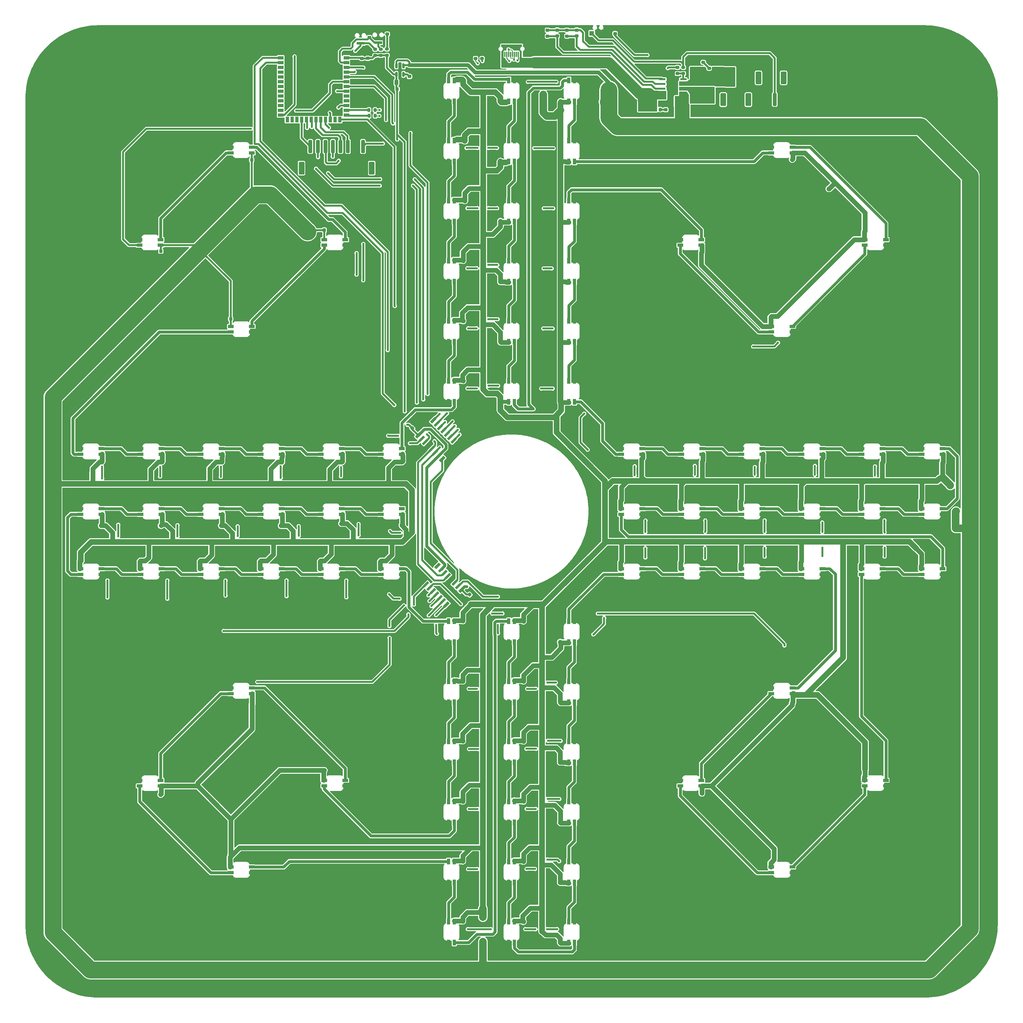
<source format=gbl>
G04 #@! TF.GenerationSoftware,KiCad,Pcbnew,8.0.1*
G04 #@! TF.CreationDate,2024-08-27T15:58:46+05:30*
G04 #@! TF.ProjectId,Ludo,4c75646f-2e6b-4696-9361-645f70636258,rev?*
G04 #@! TF.SameCoordinates,Original*
G04 #@! TF.FileFunction,Copper,L2,Bot*
G04 #@! TF.FilePolarity,Positive*
%FSLAX46Y46*%
G04 Gerber Fmt 4.6, Leading zero omitted, Abs format (unit mm)*
G04 Created by KiCad (PCBNEW 8.0.1) date 2024-08-27 15:58:46*
%MOMM*%
%LPD*%
G01*
G04 APERTURE LIST*
G04 Aperture macros list*
%AMRoundRect*
0 Rectangle with rounded corners*
0 $1 Rounding radius*
0 $2 $3 $4 $5 $6 $7 $8 $9 X,Y pos of 4 corners*
0 Add a 4 corners polygon primitive as box body*
4,1,4,$2,$3,$4,$5,$6,$7,$8,$9,$2,$3,0*
0 Add four circle primitives for the rounded corners*
1,1,$1+$1,$2,$3*
1,1,$1+$1,$4,$5*
1,1,$1+$1,$6,$7*
1,1,$1+$1,$8,$9*
0 Add four rect primitives between the rounded corners*
20,1,$1+$1,$2,$3,$4,$5,0*
20,1,$1+$1,$4,$5,$6,$7,0*
20,1,$1+$1,$6,$7,$8,$9,0*
20,1,$1+$1,$8,$9,$2,$3,0*%
%AMRotRect*
0 Rectangle, with rotation*
0 The origin of the aperture is its center*
0 $1 length*
0 $2 width*
0 $3 Rotation angle, in degrees counterclockwise*
0 Add horizontal line*
21,1,$1,$2,0,0,$3*%
G04 Aperture macros list end*
G04 #@! TA.AperFunction,SMDPad,CuDef*
%ADD10RoundRect,0.225000X-0.225000X-0.250000X0.225000X-0.250000X0.225000X0.250000X-0.225000X0.250000X0*%
G04 #@! TD*
G04 #@! TA.AperFunction,SMDPad,CuDef*
%ADD11RoundRect,0.225000X0.225000X0.250000X-0.225000X0.250000X-0.225000X-0.250000X0.225000X-0.250000X0*%
G04 #@! TD*
G04 #@! TA.AperFunction,SMDPad,CuDef*
%ADD12R,0.820000X1.500000*%
G04 #@! TD*
G04 #@! TA.AperFunction,SMDPad,CuDef*
%ADD13R,1.500000X0.820000*%
G04 #@! TD*
G04 #@! TA.AperFunction,SMDPad,CuDef*
%ADD14RoundRect,0.200000X-0.275000X0.200000X-0.275000X-0.200000X0.275000X-0.200000X0.275000X0.200000X0*%
G04 #@! TD*
G04 #@! TA.AperFunction,SMDPad,CuDef*
%ADD15R,2.000000X0.800000*%
G04 #@! TD*
G04 #@! TA.AperFunction,SMDPad,CuDef*
%ADD16R,3.400000X2.150000*%
G04 #@! TD*
G04 #@! TA.AperFunction,SMDPad,CuDef*
%ADD17RoundRect,0.225000X0.250000X-0.225000X0.250000X0.225000X-0.250000X0.225000X-0.250000X-0.225000X0*%
G04 #@! TD*
G04 #@! TA.AperFunction,SMDPad,CuDef*
%ADD18RoundRect,0.225000X0.017678X-0.335876X0.335876X-0.017678X-0.017678X0.335876X-0.335876X0.017678X0*%
G04 #@! TD*
G04 #@! TA.AperFunction,SMDPad,CuDef*
%ADD19RoundRect,0.200000X-0.200000X-0.275000X0.200000X-0.275000X0.200000X0.275000X-0.200000X0.275000X0*%
G04 #@! TD*
G04 #@! TA.AperFunction,SMDPad,CuDef*
%ADD20RoundRect,0.250000X-0.250000X-0.475000X0.250000X-0.475000X0.250000X0.475000X-0.250000X0.475000X0*%
G04 #@! TD*
G04 #@! TA.AperFunction,SMDPad,CuDef*
%ADD21RotRect,0.800000X1.750000X315.000000*%
G04 #@! TD*
G04 #@! TA.AperFunction,SMDPad,CuDef*
%ADD22RotRect,0.700000X1.750000X315.000000*%
G04 #@! TD*
G04 #@! TA.AperFunction,SMDPad,CuDef*
%ADD23R,0.600000X1.450000*%
G04 #@! TD*
G04 #@! TA.AperFunction,SMDPad,CuDef*
%ADD24R,0.300000X1.450000*%
G04 #@! TD*
G04 #@! TA.AperFunction,ComponentPad*
%ADD25O,1.000000X1.600000*%
G04 #@! TD*
G04 #@! TA.AperFunction,ComponentPad*
%ADD26O,1.000000X2.100000*%
G04 #@! TD*
G04 #@! TA.AperFunction,SMDPad,CuDef*
%ADD27RoundRect,0.250000X0.250000X1.500000X-0.250000X1.500000X-0.250000X-1.500000X0.250000X-1.500000X0*%
G04 #@! TD*
G04 #@! TA.AperFunction,SMDPad,CuDef*
%ADD28RoundRect,0.250001X0.499999X1.449999X-0.499999X1.449999X-0.499999X-1.449999X0.499999X-1.449999X0*%
G04 #@! TD*
G04 #@! TA.AperFunction,SMDPad,CuDef*
%ADD29RoundRect,0.225000X-0.250000X0.225000X-0.250000X-0.225000X0.250000X-0.225000X0.250000X0.225000X0*%
G04 #@! TD*
G04 #@! TA.AperFunction,SMDPad,CuDef*
%ADD30R,1.750000X0.600000*%
G04 #@! TD*
G04 #@! TA.AperFunction,SMDPad,CuDef*
%ADD31R,2.410000X3.300000*%
G04 #@! TD*
G04 #@! TA.AperFunction,SMDPad,CuDef*
%ADD32RoundRect,0.218750X-0.256250X0.218750X-0.256250X-0.218750X0.256250X-0.218750X0.256250X0.218750X0*%
G04 #@! TD*
G04 #@! TA.AperFunction,SMDPad,CuDef*
%ADD33RoundRect,0.250000X-0.250000X-1.500000X0.250000X-1.500000X0.250000X1.500000X-0.250000X1.500000X0*%
G04 #@! TD*
G04 #@! TA.AperFunction,SMDPad,CuDef*
%ADD34RoundRect,0.250001X-0.499999X-1.449999X0.499999X-1.449999X0.499999X1.449999X-0.499999X1.449999X0*%
G04 #@! TD*
G04 #@! TA.AperFunction,SMDPad,CuDef*
%ADD35RoundRect,0.218750X0.256250X-0.218750X0.256250X0.218750X-0.256250X0.218750X-0.256250X-0.218750X0*%
G04 #@! TD*
G04 #@! TA.AperFunction,SMDPad,CuDef*
%ADD36RotRect,0.800000X1.750000X135.000000*%
G04 #@! TD*
G04 #@! TA.AperFunction,SMDPad,CuDef*
%ADD37RotRect,0.700000X1.750000X135.000000*%
G04 #@! TD*
G04 #@! TA.AperFunction,SMDPad,CuDef*
%ADD38RoundRect,0.200000X0.275000X-0.200000X0.275000X0.200000X-0.275000X0.200000X-0.275000X-0.200000X0*%
G04 #@! TD*
G04 #@! TA.AperFunction,SMDPad,CuDef*
%ADD39R,1.200000X1.300000*%
G04 #@! TD*
G04 #@! TA.AperFunction,SMDPad,CuDef*
%ADD40R,0.900000X1.200000*%
G04 #@! TD*
G04 #@! TA.AperFunction,SMDPad,CuDef*
%ADD41RoundRect,0.225000X-0.017678X0.335876X-0.335876X0.017678X0.017678X-0.335876X0.335876X-0.017678X0*%
G04 #@! TD*
G04 #@! TA.AperFunction,SMDPad,CuDef*
%ADD42R,1.500000X0.900000*%
G04 #@! TD*
G04 #@! TA.AperFunction,SMDPad,CuDef*
%ADD43R,0.900000X1.500000*%
G04 #@! TD*
G04 #@! TA.AperFunction,HeatsinkPad*
%ADD44C,0.600000*%
G04 #@! TD*
G04 #@! TA.AperFunction,SMDPad,CuDef*
%ADD45R,3.900000X3.900000*%
G04 #@! TD*
G04 #@! TA.AperFunction,SMDPad,CuDef*
%ADD46RoundRect,0.150000X-0.150000X0.512500X-0.150000X-0.512500X0.150000X-0.512500X0.150000X0.512500X0*%
G04 #@! TD*
G04 #@! TA.AperFunction,ViaPad*
%ADD47C,0.600000*%
G04 #@! TD*
G04 #@! TA.AperFunction,Conductor*
%ADD48C,1.270000*%
G04 #@! TD*
G04 #@! TA.AperFunction,Conductor*
%ADD49C,1.500000*%
G04 #@! TD*
G04 #@! TA.AperFunction,Conductor*
%ADD50C,2.032000*%
G04 #@! TD*
G04 #@! TA.AperFunction,Conductor*
%ADD51C,1.016000*%
G04 #@! TD*
G04 #@! TA.AperFunction,Conductor*
%ADD52C,4.500000*%
G04 #@! TD*
G04 #@! TA.AperFunction,Conductor*
%ADD53C,0.508000*%
G04 #@! TD*
G04 #@! TA.AperFunction,Conductor*
%ADD54C,0.254000*%
G04 #@! TD*
G04 #@! TA.AperFunction,Conductor*
%ADD55C,1.000000*%
G04 #@! TD*
G04 #@! TA.AperFunction,Conductor*
%ADD56C,0.762000*%
G04 #@! TD*
G04 #@! TA.AperFunction,Conductor*
%ADD57C,0.200000*%
G04 #@! TD*
G04 #@! TA.AperFunction,Conductor*
%ADD58C,3.000000*%
G04 #@! TD*
G04 APERTURE END LIST*
D10*
G04 #@! TO.P,C28,1*
G04 #@! TO.N,+5V*
X205765000Y-79825000D03*
G04 #@! TO.P,C28,2*
G04 #@! TO.N,GND*
X207315000Y-79825000D03*
G04 #@! TD*
D11*
G04 #@! TO.P,C83,1*
G04 #@! TO.N,+5V*
X45920000Y-152525000D03*
G04 #@! TO.P,C83,2*
G04 #@! TO.N,GND*
X44370000Y-152525000D03*
G04 #@! TD*
D12*
G04 #@! TO.P,RGB30,1,VDD*
G04 #@! TO.N,+5V*
X170479900Y-87555100D03*
G04 #@! TO.P,RGB30,2,DOUT*
G04 #@! TO.N,Net-(RGB30-DOUT)*
X171980100Y-87555100D03*
G04 #@! TO.P,RGB30,3,GND*
G04 #@! TO.N,GND*
X171980100Y-81954900D03*
G04 #@! TO.P,RGB30,4,DIN*
G04 #@! TO.N,Net-(RGB29-DOUT)*
X170480700Y-81953380D03*
X170479900Y-81954900D03*
G04 #@! TD*
D13*
G04 #@! TO.P,RGB54,1,VDD*
G04 #@! TO.N,+5V*
X184429900Y-164004900D03*
G04 #@! TO.P,RGB54,2,DOUT*
G04 #@! TO.N,Net-(RGB54-DOUT)*
X184429900Y-165505100D03*
G04 #@! TO.P,RGB54,3,GND*
G04 #@! TO.N,GND*
X190030100Y-165505100D03*
G04 #@! TO.P,RGB54,4,DIN*
G04 #@! TO.N,Net-(RGB53-DOUT)*
X190031620Y-164005700D03*
X190030100Y-164004900D03*
G04 #@! TD*
G04 #@! TO.P,RGB8,1,VDD*
G04 #@! TO.N,+5V*
X94030100Y-133505100D03*
G04 #@! TO.P,RGB8,2,DOUT*
G04 #@! TO.N,Net-(RGB8-DOUT)*
X94030100Y-132004900D03*
G04 #@! TO.P,RGB8,3,GND*
G04 #@! TO.N,GND*
X88429900Y-132004900D03*
G04 #@! TO.P,RGB8,4,DIN*
G04 #@! TO.N,Net-(RGB7-DOUT)*
X88428380Y-133504300D03*
X88429900Y-133505100D03*
G04 #@! TD*
D14*
G04 #@! TO.P,R2,1*
G04 #@! TO.N,GND*
X145670000Y-26440000D03*
G04 #@! TO.P,R2,2*
G04 #@! TO.N,Net-(J2-CC2)*
X145670000Y-28090000D03*
G04 #@! TD*
G04 #@! TO.P,R4,1*
G04 #@! TO.N,/IO0*
X118887840Y-25662360D03*
G04 #@! TO.P,R4,2*
G04 #@! TO.N,+3V3*
X118887840Y-27312360D03*
G04 #@! TD*
D11*
G04 #@! TO.P,C32,1*
G04 #@! TO.N,+5V*
X168295000Y-119545000D03*
G04 #@! TO.P,C32,2*
G04 #@! TO.N,GND*
X166745000Y-119545000D03*
G04 #@! TD*
D12*
G04 #@! TO.P,RGB13,1,VDD*
G04 #@! TO.N,+5V*
X139980100Y-81954900D03*
G04 #@! TO.P,RGB13,2,DOUT*
G04 #@! TO.N,Net-(RGB13-DOUT)*
X138479900Y-81954900D03*
G04 #@! TO.P,RGB13,3,GND*
G04 #@! TO.N,GND*
X138479900Y-87555100D03*
G04 #@! TO.P,RGB13,4,DIN*
G04 #@! TO.N,Net-(RGB12-DOUT)*
X139979300Y-87556620D03*
X139980100Y-87555100D03*
G04 #@! TD*
G04 #@! TO.P,RGB56,1,VDD*
G04 #@! TO.N,+5V*
X170479900Y-199555100D03*
G04 #@! TO.P,RGB56,2,DOUT*
G04 #@! TO.N,Net-(RGB56-DOUT)*
X171980100Y-199555100D03*
G04 #@! TO.P,RGB56,3,GND*
G04 #@! TO.N,GND*
X171980100Y-193954900D03*
G04 #@! TO.P,RGB56,4,DIN*
G04 #@! TO.N,Net-(RGB55-DOUT)*
X170480700Y-193953380D03*
X170479900Y-193954900D03*
G04 #@! TD*
D10*
G04 #@! TO.P,C1,1*
G04 #@! TO.N,+5V*
X61815000Y-79415000D03*
G04 #@! TO.P,C1,2*
G04 #@! TO.N,GND*
X63365000Y-79415000D03*
G04 #@! TD*
G04 #@! TO.P,C74,1*
G04 #@! TO.N,+5V*
X142255000Y-209895000D03*
G04 #@! TO.P,C74,2*
G04 #@! TO.N,GND*
X143805000Y-209895000D03*
G04 #@! TD*
D15*
G04 #@! TO.P,SW2,1,1*
G04 #@! TO.N,GND*
X119707840Y-19717360D03*
G04 #@! TO.P,SW2,2,2*
G04 #@! TO.N,/EN*
X119707840Y-23917360D03*
G04 #@! TD*
D16*
G04 #@! TO.P,L1,1,1*
G04 #@! TO.N,Net-(U1-SW)*
X206067000Y-38792000D03*
G04 #@! TO.P,L1,2,2*
G04 #@! TO.N,+BATT*
X206067000Y-32942000D03*
G04 #@! TD*
D12*
G04 #@! TO.P,RGB62,1,VDD*
G04 #@! TO.N,+5V*
X155980100Y-241954900D03*
G04 #@! TO.P,RGB62,2,DOUT*
G04 #@! TO.N,Net-(RGB62-DOUT)*
X154479900Y-241954900D03*
G04 #@! TO.P,RGB62,3,GND*
G04 #@! TO.N,GND*
X154479900Y-247555100D03*
G04 #@! TO.P,RGB62,4,DIN*
G04 #@! TO.N,Net-(RGB61-DOUT)*
X155979300Y-247556620D03*
X155980100Y-247555100D03*
G04 #@! TD*
G04 #@! TO.P,RGB67,1,VDD*
G04 #@! TO.N,+5V*
X139980100Y-257954900D03*
G04 #@! TO.P,RGB67,2,DOUT*
G04 #@! TO.N,Net-(RGB67-DOUT)*
X138479900Y-257954900D03*
G04 #@! TO.P,RGB67,3,GND*
G04 #@! TO.N,GND*
X138479900Y-263555100D03*
G04 #@! TO.P,RGB67,4,DIN*
G04 #@! TO.N,Net-(RGB66-DOUT)*
X139979300Y-263556620D03*
X139980100Y-263555100D03*
G04 #@! TD*
D13*
G04 #@! TO.P,RGB71,1,VDD*
G04 #@! TO.N,+5V*
X86030100Y-197255100D03*
G04 #@! TO.P,RGB71,2,DOUT*
G04 #@! TO.N,Net-(RGB71-DOUT)*
X86030100Y-195754900D03*
G04 #@! TO.P,RGB71,3,GND*
G04 #@! TO.N,GND*
X80429900Y-195754900D03*
G04 #@! TO.P,RGB71,4,DIN*
G04 #@! TO.N,Net-(RGB70-DOUT)*
X80428380Y-197254300D03*
X80429900Y-197255100D03*
G04 #@! TD*
D12*
G04 #@! TO.P,RGB32,1,VDD*
G04 #@! TO.N,+5V*
X170479900Y-119555100D03*
G04 #@! TO.P,RGB32,2,DOUT*
G04 #@! TO.N,Net-(RGB32-DOUT)*
X171980100Y-119555100D03*
G04 #@! TO.P,RGB32,3,GND*
G04 #@! TO.N,GND*
X171980100Y-113954900D03*
G04 #@! TO.P,RGB32,4,DIN*
G04 #@! TO.N,Net-(RGB31-DOUT)*
X170480700Y-113953380D03*
X170479900Y-113954900D03*
G04 #@! TD*
D10*
G04 #@! TO.P,C7,1*
G04 #@! TO.N,+5V*
X78047000Y-135585000D03*
G04 #@! TO.P,C7,2*
G04 #@! TO.N,GND*
X79597000Y-135585000D03*
G04 #@! TD*
D17*
G04 #@! TO.P,C94,1*
G04 #@! TO.N,+3V3*
X116937840Y-28062360D03*
G04 #@! TO.P,C94,2*
G04 #@! TO.N,GND*
X116937840Y-26512360D03*
G04 #@! TD*
D12*
G04 #@! TO.P,RGB55,1,VDD*
G04 #@! TO.N,+5V*
X170479900Y-183555100D03*
G04 #@! TO.P,RGB55,2,DOUT*
G04 #@! TO.N,Net-(RGB55-DOUT)*
X171980100Y-183555100D03*
G04 #@! TO.P,RGB55,3,GND*
G04 #@! TO.N,GND*
X171980100Y-177954900D03*
G04 #@! TO.P,RGB55,4,DIN*
G04 #@! TO.N,Net-(RGB54-DOUT)*
X170480700Y-177953380D03*
X170479900Y-177954900D03*
G04 #@! TD*
D10*
G04 #@! TO.P,C76,1*
G04 #@! TO.N,+5V*
X142255000Y-177915000D03*
G04 #@! TO.P,C76,2*
G04 #@! TO.N,GND*
X143805000Y-177915000D03*
G04 #@! TD*
D18*
G04 #@! TO.P,C96,1*
G04 #@! TO.N,+3V3*
X128801992Y-126593008D03*
G04 #@! TO.P,C96,2*
G04 #@! TO.N,GND*
X129898008Y-125496992D03*
G04 #@! TD*
D10*
G04 #@! TO.P,C13,1*
G04 #@! TO.N,+5V*
X142335000Y-81945000D03*
G04 #@! TO.P,C13,2*
G04 #@! TO.N,GND*
X143885000Y-81945000D03*
G04 #@! TD*
D12*
G04 #@! TO.P,RGB57,1,VDD*
G04 #@! TO.N,+5V*
X170479900Y-215555100D03*
G04 #@! TO.P,RGB57,2,DOUT*
G04 #@! TO.N,Net-(RGB57-DOUT)*
X171980100Y-215555100D03*
G04 #@! TO.P,RGB57,3,GND*
G04 #@! TO.N,GND*
X171980100Y-209954900D03*
G04 #@! TO.P,RGB57,4,DIN*
G04 #@! TO.N,Net-(RGB56-DOUT)*
X170480700Y-209953380D03*
X170479900Y-209954900D03*
G04 #@! TD*
D19*
G04 #@! TO.P,R5,1*
G04 #@! TO.N,Net-(U3-IO19)*
X117243020Y-41818140D03*
G04 #@! TO.P,R5,2*
G04 #@! TO.N,/D-*
X118893020Y-41818140D03*
G04 #@! TD*
D20*
G04 #@! TO.P,C91,1*
G04 #@! TO.N,+3V3*
X124558020Y-34463140D03*
G04 #@! TO.P,C91,2*
G04 #@! TO.N,GND*
X126458020Y-34463140D03*
G04 #@! TD*
D17*
G04 #@! TO.P,C93,1*
G04 #@! TO.N,+3V3*
X115337840Y-28082360D03*
G04 #@! TO.P,C93,2*
G04 #@! TO.N,GND*
X115337840Y-26532360D03*
G04 #@! TD*
D21*
G04 #@! TO.P,IC1,1,Q1*
G04 #@! TO.N,/SR1*
X134369132Y-124468978D03*
D22*
G04 #@! TO.P,IC1,2,Q2*
G04 #@! TO.N,/SR2*
X135302513Y-125402359D03*
G04 #@! TO.P,IC1,3,Q3*
G04 #@! TO.N,/SR3*
X136200538Y-126300385D03*
G04 #@! TO.P,IC1,4,Q4*
G04 #@! TO.N,/SR4*
X137098564Y-127198411D03*
G04 #@! TO.P,IC1,5,Q5*
G04 #@! TO.N,/SR5*
X137996589Y-128096436D03*
G04 #@! TO.P,IC1,6,Q6*
G04 #@! TO.N,/SR6*
X138894615Y-128994462D03*
G04 #@! TO.P,IC1,7,Q7*
G04 #@! TO.N,/SR7*
X139792641Y-129892487D03*
D21*
G04 #@! TO.P,IC1,8,GND*
G04 #@! TO.N,GND*
X140726022Y-130825868D03*
G04 #@! TO.P,IC1,9,Q7S*
G04 #@! TO.N,/DOUT*
X136730868Y-134821022D03*
D22*
G04 #@! TO.P,IC1,10,~{MR}*
G04 #@! TO.N,+3V3*
X135797487Y-133887641D03*
G04 #@! TO.P,IC1,11,SHCP*
G04 #@! TO.N,/CLOCK*
X134899462Y-132989615D03*
G04 #@! TO.P,IC1,12,STCP*
G04 #@! TO.N,/LATCH*
X134001436Y-132091589D03*
G04 #@! TO.P,IC1,13,~{OE}*
G04 #@! TO.N,GND*
X133103411Y-131193564D03*
G04 #@! TO.P,IC1,14,DS*
G04 #@! TO.N,/DATA*
X132205385Y-130295538D03*
G04 #@! TO.P,IC1,15,Q0*
G04 #@! TO.N,/SR0*
X131307359Y-129397513D03*
D21*
G04 #@! TO.P,IC1,16,VCC*
G04 #@! TO.N,+3V3*
X130373978Y-128464132D03*
G04 #@! TD*
D10*
G04 #@! TO.P,C71,1*
G04 #@! TO.N,+5V*
X86110000Y-200025000D03*
G04 #@! TO.P,C71,2*
G04 #@! TO.N,GND*
X87660000Y-200025000D03*
G04 #@! TD*
D23*
G04 #@! TO.P,J2,A1,GND*
G04 #@! TO.N,GND*
X151980000Y-26992360D03*
G04 #@! TO.P,J2,A4,VBUS*
G04 #@! TO.N,VBUS*
X152780000Y-26992360D03*
D24*
G04 #@! TO.P,J2,A5,CC1*
G04 #@! TO.N,Net-(J2-CC1)*
X153980000Y-26992360D03*
G04 #@! TO.P,J2,A6,D+*
G04 #@! TO.N,/D+*
X154980000Y-26992360D03*
G04 #@! TO.P,J2,A7,D-*
G04 #@! TO.N,/D-*
X155480000Y-26992360D03*
G04 #@! TO.P,J2,A8,SBU1*
G04 #@! TO.N,unconnected-(J2-SBU1-PadA8)*
X156480000Y-26992360D03*
D23*
G04 #@! TO.P,J2,A9,VBUS*
G04 #@! TO.N,VBUS*
X157680000Y-26992360D03*
G04 #@! TO.P,J2,A12,GND*
G04 #@! TO.N,GND*
X158480000Y-26992360D03*
G04 #@! TO.P,J2,B1,GND*
X158480000Y-26992360D03*
G04 #@! TO.P,J2,B4,VBUS*
G04 #@! TO.N,VBUS*
X157680000Y-26992360D03*
D24*
G04 #@! TO.P,J2,B5,CC2*
G04 #@! TO.N,Net-(J2-CC2)*
X156980000Y-26992360D03*
G04 #@! TO.P,J2,B6,D+*
G04 #@! TO.N,/D+*
X155980000Y-26992360D03*
G04 #@! TO.P,J2,B7,D-*
G04 #@! TO.N,/D-*
X154480000Y-26992360D03*
G04 #@! TO.P,J2,B8,SBU2*
G04 #@! TO.N,unconnected-(J2-SBU2-PadB8)*
X153480000Y-26992360D03*
D23*
G04 #@! TO.P,J2,B9,VBUS*
G04 #@! TO.N,VBUS*
X152780000Y-26992360D03*
G04 #@! TO.P,J2,B12,GND*
G04 #@! TO.N,GND*
X151980000Y-26992360D03*
D25*
G04 #@! TO.P,J2,S1,SHIELD*
X150910000Y-21897360D03*
D26*
X150910000Y-26077360D03*
D25*
X159550000Y-21897360D03*
D26*
X159550000Y-26077360D03*
G04 #@! TD*
D11*
G04 #@! TO.P,C52,1*
G04 #@! TO.N,+5V*
X216425000Y-162095000D03*
G04 #@! TO.P,C52,2*
G04 #@! TO.N,GND*
X214875000Y-162095000D03*
G04 #@! TD*
D10*
G04 #@! TO.P,C9,1*
G04 #@! TO.N,+5V*
X110039000Y-135585000D03*
G04 #@! TO.P,C9,2*
G04 #@! TO.N,GND*
X111589000Y-135585000D03*
G04 #@! TD*
D12*
G04 #@! TO.P,RGB17,1,VDD*
G04 #@! TO.N,+5V*
X154479900Y-39555100D03*
G04 #@! TO.P,RGB17,2,DOUT*
G04 #@! TO.N,Net-(RGB17-DOUT)*
X155980100Y-39555100D03*
G04 #@! TO.P,RGB17,3,GND*
G04 #@! TO.N,GND*
X155980100Y-33954900D03*
G04 #@! TO.P,RGB17,4,DIN*
G04 #@! TO.N,Net-(RGB16-DOUT)*
X154480700Y-33953380D03*
X154479900Y-33954900D03*
G04 #@! TD*
D27*
G04 #@! TO.P,J4,1,Pin_1*
G04 #@! TO.N,GND*
X215967000Y-33331000D03*
G04 #@! TO.P,J4,2,Pin_2*
G04 #@! TO.N,+BATT*
X213967000Y-33331000D03*
D28*
G04 #@! TO.P,J4,MP*
G04 #@! TO.N,N/C*
X218317000Y-39081000D03*
X211617000Y-39081000D03*
G04 #@! TD*
D13*
G04 #@! TO.P,RGB39,1,VDD*
G04 #@! TO.N,+5V*
X264429900Y-148004900D03*
G04 #@! TO.P,RGB39,2,DOUT*
G04 #@! TO.N,Net-(RGB39-DOUT)*
X264429900Y-149505100D03*
G04 #@! TO.P,RGB39,3,GND*
G04 #@! TO.N,GND*
X270030100Y-149505100D03*
G04 #@! TO.P,RGB39,4,DIN*
G04 #@! TO.N,Net-(RGB38-DOUT)*
X270031620Y-148005700D03*
X270030100Y-148004900D03*
G04 #@! TD*
D10*
G04 #@! TO.P,C63,1*
G04 #@! TO.N,+5V*
X158395000Y-225935000D03*
G04 #@! TO.P,C63,2*
G04 #@! TO.N,GND*
X159945000Y-225935000D03*
G04 #@! TD*
G04 #@! TO.P,C64,1*
G04 #@! TO.N,+5V*
X158395000Y-209955000D03*
G04 #@! TO.P,C64,2*
G04 #@! TO.N,GND*
X159945000Y-209955000D03*
G04 #@! TD*
D13*
G04 #@! TO.P,RGB82,1,VDD*
G04 #@! TO.N,+5V*
X40429900Y-164004900D03*
G04 #@! TO.P,RGB82,2,DOUT*
G04 #@! TO.N,Net-(RGB82-DOUT)*
X40429900Y-165505100D03*
G04 #@! TO.P,RGB82,3,GND*
G04 #@! TO.N,GND*
X46030100Y-165505100D03*
G04 #@! TO.P,RGB82,4,DIN*
G04 #@! TO.N,Net-(RGB81-DOUT)*
X46031620Y-164005700D03*
X46030100Y-164004900D03*
G04 #@! TD*
D29*
G04 #@! TO.P,C90,1*
G04 #@! TO.N,Net-(U6-BP)*
X128048020Y-32898140D03*
G04 #@! TO.P,C90,2*
G04 #@! TO.N,GND*
X128048020Y-34448140D03*
G04 #@! TD*
D30*
G04 #@! TO.P,U1,1,VIN*
G04 #@! TO.N,VBUS*
X195381000Y-37464000D03*
G04 #@! TO.P,U1,2,LED1*
G04 #@! TO.N,Net-(D1-A)*
X195381000Y-36194000D03*
G04 #@! TO.P,U1,3,LED2*
G04 #@! TO.N,Net-(D3-A)*
X195381000Y-34924000D03*
G04 #@! TO.P,U1,4,LED3*
G04 #@! TO.N,Net-(D1-K)*
X195381000Y-33654000D03*
G04 #@! TO.P,U1,5,KEY*
G04 #@! TO.N,Net-(U1-KEY)*
X200981000Y-33654000D03*
G04 #@! TO.P,U1,6,BAT*
G04 #@! TO.N,+BATT*
X200981000Y-34924000D03*
G04 #@! TO.P,U1,7,SW*
G04 #@! TO.N,Net-(U1-SW)*
X200981000Y-36194000D03*
G04 #@! TO.P,U1,8,VOUT*
G04 #@! TO.N,+5V*
X200981000Y-37464000D03*
D31*
G04 #@! TO.P,U1,EXP,GND*
G04 #@! TO.N,GND*
X198181000Y-35559000D03*
G04 #@! TD*
D11*
G04 #@! TO.P,C44,1*
G04 #@! TO.N,+5V*
X184475000Y-145685000D03*
G04 #@! TO.P,C44,2*
G04 #@! TO.N,GND*
X182925000Y-145685000D03*
G04 #@! TD*
G04 #@! TO.P,C27,1*
G04 #@! TO.N,+5V*
X224505000Y-96815000D03*
G04 #@! TO.P,C27,2*
G04 #@! TO.N,GND*
X222955000Y-96815000D03*
G04 #@! TD*
D13*
G04 #@! TO.P,RGB10,1,VDD*
G04 #@! TO.N,+5V*
X126030100Y-133505100D03*
G04 #@! TO.P,RGB10,2,DOUT*
G04 #@! TO.N,Net-(RGB10-DOUT)*
X126030100Y-132004900D03*
G04 #@! TO.P,RGB10,3,GND*
G04 #@! TO.N,GND*
X120429900Y-132004900D03*
G04 #@! TO.P,RGB10,4,DIN*
G04 #@! TO.N,Net-(RGB10-DIN)*
X120428380Y-133504300D03*
X120429900Y-133505100D03*
G04 #@! TD*
D10*
G04 #@! TO.P,C11,1*
G04 #@! TO.N,+5V*
X142335000Y-113955000D03*
G04 #@! TO.P,C11,2*
G04 #@! TO.N,GND*
X143885000Y-113955000D03*
G04 #@! TD*
D11*
G04 #@! TO.P,C55,1*
G04 #@! TO.N,+5V*
X168195000Y-183535000D03*
G04 #@! TO.P,C55,2*
G04 #@! TO.N,GND*
X166645000Y-183535000D03*
G04 #@! TD*
G04 #@! TO.P,C21,1*
G04 #@! TO.N,+5V*
X152265000Y-103555000D03*
G04 #@! TO.P,C21,2*
G04 #@! TO.N,GND*
X150715000Y-103555000D03*
G04 #@! TD*
D10*
G04 #@! TO.P,C73,1*
G04 #@! TO.N,+5V*
X142255000Y-225955000D03*
G04 #@! TO.P,C73,2*
G04 #@! TO.N,GND*
X143805000Y-225955000D03*
G04 #@! TD*
D13*
G04 #@! TO.P,RGB70,1,VDD*
G04 #@! TO.N,+5V*
X61780100Y-221855100D03*
G04 #@! TO.P,RGB70,2,DOUT*
G04 #@! TO.N,Net-(RGB70-DOUT)*
X61780100Y-220354900D03*
G04 #@! TO.P,RGB70,3,GND*
G04 #@! TO.N,GND*
X56179900Y-220354900D03*
G04 #@! TO.P,RGB70,4,DIN*
G04 #@! TO.N,Net-(RGB69-DOUT)*
X56178380Y-221854300D03*
X56179900Y-221855100D03*
G04 #@! TD*
G04 #@! TO.P,RGB2,1,VDD*
G04 #@! TO.N,+5V*
X86030100Y-53255100D03*
G04 #@! TO.P,RGB2,2,DOUT*
G04 #@! TO.N,Net-(RGB2-DOUT)*
X86030100Y-51754900D03*
G04 #@! TO.P,RGB2,3,GND*
G04 #@! TO.N,GND*
X80429900Y-51754900D03*
G04 #@! TO.P,RGB2,4,DIN*
G04 #@! TO.N,Net-(RGB1-DOUT)*
X80428380Y-53254300D03*
X80429900Y-53255100D03*
G04 #@! TD*
D11*
G04 #@! TO.P,C40,1*
G04 #@! TO.N,+5V*
X248460000Y-145685000D03*
G04 #@! TO.P,C40,2*
G04 #@! TO.N,GND*
X246910000Y-145685000D03*
G04 #@! TD*
D12*
G04 #@! TO.P,RGB23,1,VDD*
G04 #@! TO.N,+5V*
X170479900Y-39555100D03*
G04 #@! TO.P,RGB23,2,DOUT*
G04 #@! TO.N,Net-(RGB23-DOUT)*
X171980100Y-39555100D03*
G04 #@! TO.P,RGB23,3,GND*
G04 #@! TO.N,GND*
X171980100Y-33954900D03*
G04 #@! TO.P,RGB23,4,DIN*
G04 #@! TO.N,Net-(RGB22-DOUT)*
X170480700Y-33953380D03*
X170479900Y-33954900D03*
G04 #@! TD*
D32*
G04 #@! TO.P,D1,1,K*
G04 #@! TO.N,Net-(D1-K)*
X164795000Y-20580500D03*
G04 #@! TO.P,D1,2,A*
G04 #@! TO.N,Net-(D1-A)*
X164795000Y-22155500D03*
G04 #@! TD*
D13*
G04 #@! TO.P,RGB86,1,VDD*
G04 #@! TO.N,+5V*
X94030100Y-149505100D03*
G04 #@! TO.P,RGB86,2,DOUT*
G04 #@! TO.N,Net-(RGB86-DOUT)*
X94030100Y-148004900D03*
G04 #@! TO.P,RGB86,3,GND*
G04 #@! TO.N,GND*
X88429900Y-148004900D03*
G04 #@! TO.P,RGB86,4,DIN*
G04 #@! TO.N,Net-(RGB85-DOUT)*
X88428380Y-149504300D03*
X88429900Y-149505100D03*
G04 #@! TD*
G04 #@! TO.P,RGB27,1,VDD*
G04 #@! TO.N,+5V*
X224419900Y-99454900D03*
G04 #@! TO.P,RGB27,2,DOUT*
G04 #@! TO.N,Net-(RGB27-DOUT)*
X224419900Y-100955100D03*
G04 #@! TO.P,RGB27,3,GND*
G04 #@! TO.N,GND*
X230020100Y-100955100D03*
G04 #@! TO.P,RGB27,4,DIN*
G04 #@! TO.N,Net-(RGB26-DOUT)*
X230021620Y-99455700D03*
X230020100Y-99454900D03*
G04 #@! TD*
D12*
G04 #@! TO.P,RGB74,1,VDD*
G04 #@! TO.N,+5V*
X139980100Y-209954900D03*
G04 #@! TO.P,RGB74,2,DOUT*
G04 #@! TO.N,Net-(RGB74-DOUT)*
X138479900Y-209954900D03*
G04 #@! TO.P,RGB74,3,GND*
G04 #@! TO.N,GND*
X138479900Y-215555100D03*
G04 #@! TO.P,RGB74,4,DIN*
G04 #@! TO.N,Net-(RGB73-DOUT)*
X139979300Y-215556620D03*
X139980100Y-215555100D03*
G04 #@! TD*
D13*
G04 #@! TO.P,RGB26,1,VDD*
G04 #@! TO.N,+5V*
X249319900Y-76354900D03*
G04 #@! TO.P,RGB26,2,DOUT*
G04 #@! TO.N,Net-(RGB26-DOUT)*
X249319900Y-77855100D03*
G04 #@! TO.P,RGB26,3,GND*
G04 #@! TO.N,GND*
X254920100Y-77855100D03*
G04 #@! TO.P,RGB26,4,DIN*
G04 #@! TO.N,Net-(RGB25-DOUT)*
X254921620Y-76355700D03*
X254920100Y-76354900D03*
G04 #@! TD*
G04 #@! TO.P,RGB9,1,VDD*
G04 #@! TO.N,+5V*
X110030100Y-133505100D03*
G04 #@! TO.P,RGB9,2,DOUT*
G04 #@! TO.N,Net-(RGB10-DIN)*
X110030100Y-132004900D03*
G04 #@! TO.P,RGB9,3,GND*
G04 #@! TO.N,GND*
X104429900Y-132004900D03*
G04 #@! TO.P,RGB9,4,DIN*
G04 #@! TO.N,Net-(RGB8-DOUT)*
X104428380Y-133504300D03*
X104429900Y-133505100D03*
G04 #@! TD*
D11*
G04 #@! TO.P,C87,1*
G04 #@! TO.N,+5V*
X109945000Y-151945000D03*
G04 #@! TO.P,C87,2*
G04 #@! TO.N,GND*
X108395000Y-151945000D03*
G04 #@! TD*
D10*
G04 #@! TO.P,C33,1*
G04 #@! TO.N,+5V*
X189880000Y-135775000D03*
G04 #@! TO.P,C33,2*
G04 #@! TO.N,GND*
X191430000Y-135775000D03*
G04 #@! TD*
D11*
G04 #@! TO.P,C18,1*
G04 #@! TO.N,+5V*
X152265000Y-55565000D03*
G04 #@! TO.P,C18,2*
G04 #@! TO.N,GND*
X150715000Y-55565000D03*
G04 #@! TD*
G04 #@! TO.P,C46,1*
G04 #@! TO.N,+5V*
X248555000Y-162095000D03*
G04 #@! TO.P,C46,2*
G04 #@! TO.N,GND*
X247005000Y-162095000D03*
G04 #@! TD*
D10*
G04 #@! TO.P,C50,1*
G04 #@! TO.N,+5V*
X229955000Y-199805000D03*
G04 #@! TO.P,C50,2*
G04 #@! TO.N,GND*
X231505000Y-199805000D03*
G04 #@! TD*
D11*
G04 #@! TO.P,C104,1*
G04 #@! TO.N,+5V*
X199504000Y-38915000D03*
G04 #@! TO.P,C104,2*
G04 #@! TO.N,GND*
X197954000Y-38915000D03*
G04 #@! TD*
D13*
G04 #@! TO.P,RGB41,1,VDD*
G04 #@! TO.N,+5V*
X232429900Y-148004900D03*
G04 #@! TO.P,RGB41,2,DOUT*
G04 #@! TO.N,Net-(RGB41-DOUT)*
X232429900Y-149505100D03*
G04 #@! TO.P,RGB41,3,GND*
G04 #@! TO.N,GND*
X238030100Y-149505100D03*
G04 #@! TO.P,RGB41,4,DIN*
G04 #@! TO.N,Net-(RGB40-DOUT)*
X238031620Y-148005700D03*
X238030100Y-148004900D03*
G04 #@! TD*
D11*
G04 #@! TO.P,C19,1*
G04 #@! TO.N,+5V*
X152265000Y-71445000D03*
G04 #@! TO.P,C19,2*
G04 #@! TO.N,GND*
X150715000Y-71445000D03*
G04 #@! TD*
G04 #@! TO.P,C29,1*
G04 #@! TO.N,+5V*
X168295000Y-71555000D03*
G04 #@! TO.P,C29,2*
G04 #@! TO.N,GND*
X166745000Y-71555000D03*
G04 #@! TD*
G04 #@! TO.P,C22,1*
G04 #@! TO.N,+5V*
X152265000Y-119585000D03*
G04 #@! TO.P,C22,2*
G04 #@! TO.N,GND*
X150715000Y-119585000D03*
G04 #@! TD*
D13*
G04 #@! TO.P,RGB28,1,VDD*
G04 #@! TO.N,+5V*
X205770100Y-77855100D03*
G04 #@! TO.P,RGB28,2,DOUT*
G04 #@! TO.N,Net-(RGB28-DOUT)*
X205770100Y-76354900D03*
G04 #@! TO.P,RGB28,3,GND*
G04 #@! TO.N,GND*
X200169900Y-76354900D03*
G04 #@! TO.P,RGB28,4,DIN*
G04 #@! TO.N,Net-(RGB27-DOUT)*
X200168380Y-77854300D03*
X200169900Y-77855100D03*
G04 #@! TD*
D32*
G04 #@! TO.P,LED2,1,K*
G04 #@! TO.N,GND*
X122147840Y-20029860D03*
G04 #@! TO.P,LED2,2,A*
G04 #@! TO.N,Net-(LED2-A)*
X122147840Y-21604860D03*
G04 #@! TD*
D11*
G04 #@! TO.P,C53,1*
G04 #@! TO.N,+5V*
X200465000Y-162095000D03*
G04 #@! TO.P,C53,2*
G04 #@! TO.N,GND*
X198915000Y-162095000D03*
G04 #@! TD*
D13*
G04 #@! TO.P,RGB37,1,VDD*
G04 #@! TO.N,+5V*
X254030100Y-133505100D03*
G04 #@! TO.P,RGB37,2,DOUT*
G04 #@! TO.N,Net-(RGB37-DOUT)*
X254030100Y-132004900D03*
G04 #@! TO.P,RGB37,3,GND*
G04 #@! TO.N,GND*
X248429900Y-132004900D03*
G04 #@! TO.P,RGB37,4,DIN*
G04 #@! TO.N,Net-(RGB36-DOUT)*
X248428380Y-133504300D03*
X248429900Y-133505100D03*
G04 #@! TD*
D12*
G04 #@! TO.P,RGB15,1,VDD*
G04 #@! TO.N,+5V*
X139980100Y-49954900D03*
G04 #@! TO.P,RGB15,2,DOUT*
G04 #@! TO.N,Net-(RGB15-DOUT)*
X138479900Y-49954900D03*
G04 #@! TO.P,RGB15,3,GND*
G04 #@! TO.N,GND*
X138479900Y-55555100D03*
G04 #@! TO.P,RGB15,4,DIN*
G04 #@! TO.N,Net-(RGB14-DOUT)*
X139979300Y-55556620D03*
X139980100Y-55555100D03*
G04 #@! TD*
D32*
G04 #@! TO.P,D3,1,K*
G04 #@! TO.N,Net-(D1-K)*
X169975000Y-20580500D03*
G04 #@! TO.P,D3,2,A*
G04 #@! TO.N,Net-(D3-A)*
X169975000Y-22155500D03*
G04 #@! TD*
D12*
G04 #@! TO.P,RGB24,1,VDD*
G04 #@! TO.N,+5V*
X170479900Y-55555100D03*
G04 #@! TO.P,RGB24,2,DOUT*
G04 #@! TO.N,Net-(RGB24-DOUT)*
X171980100Y-55555100D03*
G04 #@! TO.P,RGB24,3,GND*
G04 #@! TO.N,GND*
X171980100Y-49954900D03*
G04 #@! TO.P,RGB24,4,DIN*
G04 #@! TO.N,Net-(RGB23-DOUT)*
X170480700Y-49953380D03*
X170479900Y-49954900D03*
G04 #@! TD*
D11*
G04 #@! TO.P,C30,1*
G04 #@! TO.N,+5V*
X168295000Y-87585000D03*
G04 #@! TO.P,C30,2*
G04 #@! TO.N,GND*
X166745000Y-87585000D03*
G04 #@! TD*
D13*
G04 #@! TO.P,RGB1,1,VDD*
G04 #@! TO.N,+5V*
X61780100Y-77855100D03*
G04 #@! TO.P,RGB1,2,DOUT*
G04 #@! TO.N,Net-(RGB1-DOUT)*
X61780100Y-76354900D03*
G04 #@! TO.P,RGB1,3,GND*
G04 #@! TO.N,GND*
X56179900Y-76354900D03*
G04 #@! TO.P,RGB1,4,DIN*
G04 #@! TO.N,/RGB_CTRL*
X56178380Y-77854300D03*
X56179900Y-77855100D03*
G04 #@! TD*
D12*
G04 #@! TO.P,RGB31,1,VDD*
G04 #@! TO.N,+5V*
X170479900Y-103555100D03*
G04 #@! TO.P,RGB31,2,DOUT*
G04 #@! TO.N,Net-(RGB31-DOUT)*
X171980100Y-103555100D03*
G04 #@! TO.P,RGB31,3,GND*
G04 #@! TO.N,GND*
X171980100Y-97954900D03*
G04 #@! TO.P,RGB31,4,DIN*
G04 #@! TO.N,Net-(RGB30-DOUT)*
X170480700Y-97953380D03*
X170479900Y-97954900D03*
G04 #@! TD*
D11*
G04 #@! TO.P,C17,1*
G04 #@! TO.N,+5V*
X152265000Y-39535000D03*
G04 #@! TO.P,C17,2*
G04 #@! TO.N,GND*
X150715000Y-39535000D03*
G04 #@! TD*
D10*
G04 #@! TO.P,C8,1*
G04 #@! TO.N,+5V*
X94043000Y-135585000D03*
G04 #@! TO.P,C8,2*
G04 #@! TO.N,GND*
X95593000Y-135585000D03*
G04 #@! TD*
D13*
G04 #@! TO.P,RGB77,1,VDD*
G04 #@! TO.N,+5V*
X120429900Y-164004900D03*
G04 #@! TO.P,RGB77,2,DOUT*
G04 #@! TO.N,Net-(RGB77-DOUT)*
X120429900Y-165505100D03*
G04 #@! TO.P,RGB77,3,GND*
G04 #@! TO.N,GND*
X126030100Y-165505100D03*
G04 #@! TO.P,RGB77,4,DIN*
G04 #@! TO.N,Net-(RGB76-DOUT)*
X126031620Y-164005700D03*
X126030100Y-164004900D03*
G04 #@! TD*
D10*
G04 #@! TO.P,C92,1*
G04 #@! TO.N,+3V3*
X124773020Y-36283140D03*
G04 #@! TO.P,C92,2*
G04 #@! TO.N,GND*
X126323020Y-36283140D03*
G04 #@! TD*
D11*
G04 #@! TO.P,C59,1*
G04 #@! TO.N,+5V*
X168195000Y-247585000D03*
G04 #@! TO.P,C59,2*
G04 #@! TO.N,GND*
X166645000Y-247585000D03*
G04 #@! TD*
D33*
G04 #@! TO.P,J1,1,Pin_1*
G04 #@! TO.N,GND*
X223341000Y-39008000D03*
G04 #@! TO.P,J1,2,Pin_2*
G04 #@! TO.N,Net-(J1-Pin_2)*
X225341000Y-39008000D03*
D34*
G04 #@! TO.P,J1,MP*
G04 #@! TO.N,N/C*
X220991000Y-33258000D03*
X227691000Y-33258000D03*
G04 #@! TD*
D10*
G04 #@! TO.P,C38,1*
G04 #@! TO.N,+5V*
X270015000Y-135775000D03*
G04 #@! TO.P,C38,2*
G04 #@! TO.N,GND*
X271565000Y-135775000D03*
G04 #@! TD*
D19*
G04 #@! TO.P,R6,1*
G04 #@! TO.N,Net-(U3-IO20)*
X117263020Y-43398140D03*
G04 #@! TO.P,R6,2*
G04 #@! TO.N,/D+*
X118913020Y-43398140D03*
G04 #@! TD*
D13*
G04 #@! TO.P,RGB33,1,VDD*
G04 #@! TO.N,+5V*
X190030100Y-133505100D03*
G04 #@! TO.P,RGB33,2,DOUT*
G04 #@! TO.N,Net-(RGB33-DOUT)*
X190030100Y-132004900D03*
G04 #@! TO.P,RGB33,3,GND*
G04 #@! TO.N,GND*
X184429900Y-132004900D03*
G04 #@! TO.P,RGB33,4,DIN*
G04 #@! TO.N,Net-(RGB32-DOUT)*
X184428380Y-133504300D03*
X184429900Y-133505100D03*
G04 #@! TD*
G04 #@! TO.P,RGB83,1,VDD*
G04 #@! TO.N,+5V*
X46030100Y-149505100D03*
G04 #@! TO.P,RGB83,2,DOUT*
G04 #@! TO.N,Net-(RGB83-DOUT)*
X46030100Y-148004900D03*
G04 #@! TO.P,RGB83,3,GND*
G04 #@! TO.N,GND*
X40429900Y-148004900D03*
G04 #@! TO.P,RGB83,4,DIN*
G04 #@! TO.N,Net-(RGB82-DOUT)*
X40428380Y-149504300D03*
X40429900Y-149505100D03*
G04 #@! TD*
G04 #@! TO.P,RGB48,1,VDD*
G04 #@! TO.N,+5V*
X224419900Y-243454900D03*
G04 #@! TO.P,RGB48,2,DOUT*
G04 #@! TO.N,Net-(RGB48-DOUT)*
X224419900Y-244955100D03*
G04 #@! TO.P,RGB48,3,GND*
G04 #@! TO.N,GND*
X230020100Y-244955100D03*
G04 #@! TO.P,RGB48,4,DIN*
G04 #@! TO.N,Net-(RGB47-DOUT)*
X230021620Y-243455700D03*
X230020100Y-243454900D03*
G04 #@! TD*
D19*
G04 #@! TO.P,R8,1*
G04 #@! TO.N,VBUS*
X193169000Y-41723000D03*
G04 #@! TO.P,R8,2*
G04 #@! TO.N,Net-(C98-Pad1)*
X194819000Y-41723000D03*
G04 #@! TD*
D35*
G04 #@! TO.P,D4,1,K*
G04 #@! TO.N,Net-(D3-A)*
X172565000Y-22115500D03*
G04 #@! TO.P,D4,2,A*
G04 #@! TO.N,Net-(D1-K)*
X172565000Y-20540500D03*
G04 #@! TD*
D13*
G04 #@! TO.P,RGB87,1,VDD*
G04 #@! TO.N,+5V*
X110030100Y-149505100D03*
G04 #@! TO.P,RGB87,2,DOUT*
G04 #@! TO.N,Net-(RGB87-DOUT)*
X110030100Y-148004900D03*
G04 #@! TO.P,RGB87,3,GND*
G04 #@! TO.N,GND*
X104429900Y-148004900D03*
G04 #@! TO.P,RGB87,4,DIN*
G04 #@! TO.N,Net-(RGB86-DOUT)*
X104428380Y-149504300D03*
X104429900Y-149505100D03*
G04 #@! TD*
D10*
G04 #@! TO.P,C49,1*
G04 #@! TO.N,+5V*
X205905000Y-223815000D03*
G04 #@! TO.P,C49,2*
G04 #@! TO.N,GND*
X207455000Y-223815000D03*
G04 #@! TD*
D13*
G04 #@! TO.P,RGB69,1,VDD*
G04 #@! TO.N,+5V*
X80429900Y-243454900D03*
G04 #@! TO.P,RGB69,2,DOUT*
G04 #@! TO.N,Net-(RGB69-DOUT)*
X80429900Y-244955100D03*
G04 #@! TO.P,RGB69,3,GND*
G04 #@! TO.N,GND*
X86030100Y-244955100D03*
G04 #@! TO.P,RGB69,4,DIN*
G04 #@! TO.N,Net-(RGB68-DOUT)*
X86031620Y-243455700D03*
X86030100Y-243454900D03*
G04 #@! TD*
D17*
G04 #@! TO.P,C100,1*
G04 #@! TO.N,+BATT*
X204663000Y-30749000D03*
G04 #@! TO.P,C100,2*
G04 #@! TO.N,GND*
X204663000Y-29199000D03*
G04 #@! TD*
D12*
G04 #@! TO.P,RGB63,1,VDD*
G04 #@! TO.N,+5V*
X155980100Y-225954900D03*
G04 #@! TO.P,RGB63,2,DOUT*
G04 #@! TO.N,Net-(RGB63-DOUT)*
X154479900Y-225954900D03*
G04 #@! TO.P,RGB63,3,GND*
G04 #@! TO.N,GND*
X154479900Y-231555100D03*
G04 #@! TO.P,RGB63,4,DIN*
G04 #@! TO.N,Net-(RGB62-DOUT)*
X155979300Y-231556620D03*
X155980100Y-231555100D03*
G04 #@! TD*
D27*
G04 #@! TO.P,J3,1,Pin_1*
G04 #@! TO.N,+3V3*
X115650000Y-51550000D03*
G04 #@! TO.P,J3,2,Pin_2*
G04 #@! TO.N,GND*
X113650000Y-51550000D03*
G04 #@! TO.P,J3,3,Pin_3*
G04 #@! TO.N,/IO11*
X111650000Y-51550000D03*
G04 #@! TO.P,J3,4,Pin_4*
G04 #@! TO.N,/IO12*
X109650000Y-51550000D03*
G04 #@! TO.P,J3,5,Pin_5*
G04 #@! TO.N,/IO10*
X107650000Y-51550000D03*
G04 #@! TO.P,J3,6,Pin_6*
G04 #@! TO.N,/IO8*
X105650000Y-51550000D03*
G04 #@! TO.P,J3,7,Pin_7*
G04 #@! TO.N,/IO9*
X103650000Y-51550000D03*
G04 #@! TO.P,J3,8,Pin_8*
G04 #@! TO.N,/IO21*
X101650000Y-51550000D03*
D28*
G04 #@! TO.P,J3,MP*
G04 #@! TO.N,N/C*
X118000000Y-57300000D03*
X99300000Y-57300000D03*
G04 #@! TD*
D15*
G04 #@! TO.P,SW1,1,1*
G04 #@! TO.N,GND*
X115007840Y-19857360D03*
G04 #@! TO.P,SW1,2,2*
G04 #@! TO.N,/IO0*
X115007840Y-24057360D03*
G04 #@! TD*
D10*
G04 #@! TO.P,C15,1*
G04 #@! TO.N,+5V*
X142795000Y-50015000D03*
G04 #@! TO.P,C15,2*
G04 #@! TO.N,GND*
X144345000Y-50015000D03*
G04 #@! TD*
D11*
G04 #@! TO.P,C43,1*
G04 #@! TO.N,+5V*
X200425000Y-145685000D03*
G04 #@! TO.P,C43,2*
G04 #@! TO.N,GND*
X198875000Y-145685000D03*
G04 #@! TD*
D12*
G04 #@! TO.P,RGB16,1,VDD*
G04 #@! TO.N,+5V*
X139980100Y-33954900D03*
G04 #@! TO.P,RGB16,2,DOUT*
G04 #@! TO.N,Net-(RGB16-DOUT)*
X138479900Y-33954900D03*
G04 #@! TO.P,RGB16,3,GND*
G04 #@! TO.N,GND*
X138479900Y-39555100D03*
G04 #@! TO.P,RGB16,4,DIN*
G04 #@! TO.N,Net-(RGB15-DOUT)*
X139979300Y-39556620D03*
X139980100Y-39555100D03*
G04 #@! TD*
D13*
G04 #@! TO.P,RGB5,1,VDD*
G04 #@! TO.N,+5V*
X46030100Y-133505100D03*
G04 #@! TO.P,RGB5,2,DOUT*
G04 #@! TO.N,Net-(RGB5-DOUT)*
X46030100Y-132004900D03*
G04 #@! TO.P,RGB5,3,GND*
G04 #@! TO.N,GND*
X40429900Y-132004900D03*
G04 #@! TO.P,RGB5,4,DIN*
G04 #@! TO.N,Net-(RGB4-DOUT)*
X40428380Y-133504300D03*
X40429900Y-133505100D03*
G04 #@! TD*
D10*
G04 #@! TO.P,C4,1*
G04 #@! TO.N,+5V*
X80435000Y-97445000D03*
G04 #@! TO.P,C4,2*
G04 #@! TO.N,GND*
X81985000Y-97445000D03*
G04 #@! TD*
D11*
G04 #@! TO.P,C69,1*
G04 #@! TO.N,+5V*
X80445000Y-240645000D03*
G04 #@! TO.P,C69,2*
G04 #@! TO.N,GND*
X78895000Y-240645000D03*
G04 #@! TD*
D13*
G04 #@! TO.P,RGB7,1,VDD*
G04 #@! TO.N,+5V*
X78030100Y-133505100D03*
G04 #@! TO.P,RGB7,2,DOUT*
G04 #@! TO.N,Net-(RGB7-DOUT)*
X78030100Y-132004900D03*
G04 #@! TO.P,RGB7,3,GND*
G04 #@! TO.N,GND*
X72429900Y-132004900D03*
G04 #@! TO.P,RGB7,4,DIN*
G04 #@! TO.N,Net-(RGB6-DOUT)*
X72428380Y-133504300D03*
X72429900Y-133505100D03*
G04 #@! TD*
D32*
G04 #@! TO.P,D5,1,K*
G04 #@! TO.N,GND*
X182794000Y-19905500D03*
G04 #@! TO.P,D5,2,A*
G04 #@! TO.N,Net-(D5-A)*
X182794000Y-21480500D03*
G04 #@! TD*
D11*
G04 #@! TO.P,C79,1*
G04 #@! TO.N,+5V*
X88460000Y-161925000D03*
G04 #@! TO.P,C79,2*
G04 #@! TO.N,GND*
X86910000Y-161925000D03*
G04 #@! TD*
D13*
G04 #@! TO.P,RGB72,1,VDD*
G04 #@! TO.N,+5V*
X105329900Y-220354900D03*
G04 #@! TO.P,RGB72,2,DOUT*
G04 #@! TO.N,Net-(RGB72-DOUT)*
X105329900Y-221855100D03*
G04 #@! TO.P,RGB72,3,GND*
G04 #@! TO.N,GND*
X110930100Y-221855100D03*
G04 #@! TO.P,RGB72,4,DIN*
G04 #@! TO.N,Net-(RGB71-DOUT)*
X110931620Y-220355700D03*
X110930100Y-220354900D03*
G04 #@! TD*
D11*
G04 #@! TO.P,C48,1*
G04 #@! TO.N,+5V*
X225185000Y-240205000D03*
G04 #@! TO.P,C48,2*
G04 #@! TO.N,GND*
X223635000Y-240205000D03*
G04 #@! TD*
D36*
G04 #@! TO.P,IC2,1,Q1*
G04 #@! TO.N,/SR9*
X137893381Y-173588381D03*
D37*
G04 #@! TO.P,IC2,2,Q2*
G04 #@! TO.N,/SR10*
X136960000Y-172655000D03*
G04 #@! TO.P,IC2,3,Q3*
G04 #@! TO.N,/SR11*
X136061975Y-171756974D03*
G04 #@! TO.P,IC2,4,Q4*
G04 #@! TO.N,/SR12*
X135163949Y-170858948D03*
G04 #@! TO.P,IC2,5,Q5*
G04 #@! TO.N,/SR13*
X134265924Y-169960923D03*
G04 #@! TO.P,IC2,6,Q6*
G04 #@! TO.N,/SR14*
X133367898Y-169062897D03*
G04 #@! TO.P,IC2,7,Q7*
G04 #@! TO.N,/SR15*
X132469872Y-168164872D03*
D36*
G04 #@! TO.P,IC2,8,GND*
G04 #@! TO.N,GND*
X131536491Y-167231491D03*
G04 #@! TO.P,IC2,9,Q7S*
G04 #@! TO.N,unconnected-(IC2-Q7S-Pad9)*
X135531645Y-163236337D03*
D37*
G04 #@! TO.P,IC2,10,~{MR}*
G04 #@! TO.N,+3V3*
X136465026Y-164169718D03*
G04 #@! TO.P,IC2,11,SHCP*
G04 #@! TO.N,/CLOCK*
X137363051Y-165067744D03*
G04 #@! TO.P,IC2,12,STCP*
G04 #@! TO.N,/LATCH*
X138261077Y-165965770D03*
G04 #@! TO.P,IC2,13,~{OE}*
G04 #@! TO.N,GND*
X139159102Y-166863795D03*
G04 #@! TO.P,IC2,14,DS*
G04 #@! TO.N,/DOUT*
X140057128Y-167761821D03*
G04 #@! TO.P,IC2,15,Q0*
G04 #@! TO.N,/SR8*
X140955154Y-168659846D03*
D36*
G04 #@! TO.P,IC2,16,VCC*
G04 #@! TO.N,+3V3*
X141888535Y-169593227D03*
G04 #@! TD*
D10*
G04 #@! TO.P,C10,1*
G04 #@! TO.N,+5V*
X126035000Y-135585000D03*
G04 #@! TO.P,C10,2*
G04 #@! TO.N,GND*
X127585000Y-135585000D03*
G04 #@! TD*
D12*
G04 #@! TO.P,RGB29,1,VDD*
G04 #@! TO.N,+5V*
X170479900Y-71555100D03*
G04 #@! TO.P,RGB29,2,DOUT*
G04 #@! TO.N,Net-(RGB29-DOUT)*
X171980100Y-71555100D03*
G04 #@! TO.P,RGB29,3,GND*
G04 #@! TO.N,GND*
X171980100Y-65954900D03*
G04 #@! TO.P,RGB29,4,DIN*
G04 #@! TO.N,Net-(RGB28-DOUT)*
X170480700Y-65953380D03*
X170479900Y-65954900D03*
G04 #@! TD*
D10*
G04 #@! TO.P,C12,1*
G04 #@! TO.N,+5V*
X142335000Y-98005000D03*
G04 #@! TO.P,C12,2*
G04 #@! TO.N,GND*
X143885000Y-98005000D03*
G04 #@! TD*
D12*
G04 #@! TO.P,RGB21,1,VDD*
G04 #@! TO.N,+5V*
X154479900Y-103555100D03*
G04 #@! TO.P,RGB21,2,DOUT*
G04 #@! TO.N,Net-(RGB21-DOUT)*
X155980100Y-103555100D03*
G04 #@! TO.P,RGB21,3,GND*
G04 #@! TO.N,GND*
X155980100Y-97954900D03*
G04 #@! TO.P,RGB21,4,DIN*
G04 #@! TO.N,Net-(RGB20-DOUT)*
X154480700Y-97953380D03*
X154479900Y-97954900D03*
G04 #@! TD*
G04 #@! TO.P,RGB22,1,VDD*
G04 #@! TO.N,+5V*
X154479900Y-119555100D03*
G04 #@! TO.P,RGB22,2,DOUT*
G04 #@! TO.N,Net-(RGB22-DOUT)*
X155980100Y-119555100D03*
G04 #@! TO.P,RGB22,3,GND*
G04 #@! TO.N,GND*
X155980100Y-113954900D03*
G04 #@! TO.P,RGB22,4,DIN*
G04 #@! TO.N,Net-(RGB21-DOUT)*
X154480700Y-113953380D03*
X154479900Y-113954900D03*
G04 #@! TD*
D10*
G04 #@! TO.P,C68,1*
G04 #@! TO.N,+5V*
X142255000Y-241915000D03*
G04 #@! TO.P,C68,2*
G04 #@! TO.N,GND*
X143805000Y-241915000D03*
G04 #@! TD*
D13*
G04 #@! TO.P,RGB51,1,VDD*
G04 #@! TO.N,+5V*
X232429900Y-164004900D03*
G04 #@! TO.P,RGB51,2,DOUT*
G04 #@! TO.N,Net-(RGB51-DOUT)*
X232429900Y-165505100D03*
G04 #@! TO.P,RGB51,3,GND*
G04 #@! TO.N,GND*
X238030100Y-165505100D03*
G04 #@! TO.P,RGB51,4,DIN*
G04 #@! TO.N,Net-(RGB50-DOUT)*
X238031620Y-164005700D03*
X238030100Y-164004900D03*
G04 #@! TD*
D11*
G04 #@! TO.P,C39,1*
G04 #@! TO.N,+5V*
X264505000Y-145685000D03*
G04 #@! TO.P,C39,2*
G04 #@! TO.N,GND*
X262955000Y-145685000D03*
G04 #@! TD*
G04 #@! TO.P,C80,1*
G04 #@! TO.N,+5V*
X72435000Y-161925000D03*
G04 #@! TO.P,C80,2*
G04 #@! TO.N,GND*
X70885000Y-161925000D03*
G04 #@! TD*
G04 #@! TO.P,C24,1*
G04 #@! TO.N,+5V*
X168295000Y-55585000D03*
G04 #@! TO.P,C24,2*
G04 #@! TO.N,GND*
X166745000Y-55585000D03*
G04 #@! TD*
D10*
G04 #@! TO.P,C66,1*
G04 #@! TO.N,+5V*
X158395000Y-177985000D03*
G04 #@! TO.P,C66,2*
G04 #@! TO.N,GND*
X159945000Y-177985000D03*
G04 #@! TD*
D13*
G04 #@! TO.P,RGB47,1,VDD*
G04 #@! TO.N,+5V*
X249319900Y-220354900D03*
G04 #@! TO.P,RGB47,2,DOUT*
G04 #@! TO.N,Net-(RGB47-DOUT)*
X249319900Y-221855100D03*
G04 #@! TO.P,RGB47,3,GND*
G04 #@! TO.N,GND*
X254920100Y-221855100D03*
G04 #@! TO.P,RGB47,4,DIN*
G04 #@! TO.N,Net-(RGB46-DOUT)*
X254921620Y-220355700D03*
X254920100Y-220354900D03*
G04 #@! TD*
G04 #@! TO.P,RGB45,1,VDD*
G04 #@! TO.N,+5V*
X264429900Y-164004900D03*
G04 #@! TO.P,RGB45,2,DOUT*
G04 #@! TO.N,Net-(RGB45-DOUT)*
X264429900Y-165505100D03*
G04 #@! TO.P,RGB45,3,GND*
G04 #@! TO.N,GND*
X270030100Y-165505100D03*
G04 #@! TO.P,RGB45,4,DIN*
G04 #@! TO.N,Net-(RGB44-DOUT)*
X270031620Y-164005700D03*
X270030100Y-164004900D03*
G04 #@! TD*
D10*
G04 #@! TO.P,C34,1*
G04 #@! TO.N,+5V*
X206000000Y-135775000D03*
G04 #@! TO.P,C34,2*
G04 #@! TO.N,GND*
X207550000Y-135775000D03*
G04 #@! TD*
D13*
G04 #@! TO.P,RGB42,1,VDD*
G04 #@! TO.N,+5V*
X216429900Y-148004900D03*
G04 #@! TO.P,RGB42,2,DOUT*
G04 #@! TO.N,Net-(RGB42-DOUT)*
X216429900Y-149505100D03*
G04 #@! TO.P,RGB42,3,GND*
G04 #@! TO.N,GND*
X222030100Y-149505100D03*
G04 #@! TO.P,RGB42,4,DIN*
G04 #@! TO.N,Net-(RGB41-DOUT)*
X222031620Y-148005700D03*
X222030100Y-148004900D03*
G04 #@! TD*
D10*
G04 #@! TO.P,C75,1*
G04 #@! TO.N,+5V*
X142255000Y-193945000D03*
G04 #@! TO.P,C75,2*
G04 #@! TO.N,GND*
X143805000Y-193945000D03*
G04 #@! TD*
G04 #@! TO.P,C36,1*
G04 #@! TO.N,+5V*
X237850000Y-135775000D03*
G04 #@! TO.P,C36,2*
G04 #@! TO.N,GND*
X239400000Y-135775000D03*
G04 #@! TD*
D13*
G04 #@! TO.P,RGB78,1,VDD*
G04 #@! TO.N,+5V*
X104429900Y-164004900D03*
G04 #@! TO.P,RGB78,2,DOUT*
G04 #@! TO.N,Net-(RGB78-DOUT)*
X104429900Y-165505100D03*
G04 #@! TO.P,RGB78,3,GND*
G04 #@! TO.N,GND*
X110030100Y-165505100D03*
G04 #@! TO.P,RGB78,4,DIN*
G04 #@! TO.N,Net-(RGB77-DOUT)*
X110031620Y-164005700D03*
X110030100Y-164004900D03*
G04 #@! TD*
D10*
G04 #@! TO.P,C16,1*
G04 #@! TO.N,+5V*
X142335000Y-33965000D03*
G04 #@! TO.P,C16,2*
G04 #@! TO.N,GND*
X143885000Y-33965000D03*
G04 #@! TD*
D38*
G04 #@! TO.P,R10,1*
G04 #@! TO.N,Net-(U1-KEY)*
X199435000Y-32127000D03*
G04 #@! TO.P,R10,2*
G04 #@! TO.N,Net-(D5-A)*
X199435000Y-30477000D03*
G04 #@! TD*
D10*
G04 #@! TO.P,C2,1*
G04 #@! TO.N,+5V*
X86025000Y-55115000D03*
G04 #@! TO.P,C2,2*
G04 #@! TO.N,GND*
X87575000Y-55115000D03*
G04 #@! TD*
D13*
G04 #@! TO.P,RGB43,1,VDD*
G04 #@! TO.N,+5V*
X200429900Y-148004900D03*
G04 #@! TO.P,RGB43,2,DOUT*
G04 #@! TO.N,Net-(RGB43-DOUT)*
X200429900Y-149505100D03*
G04 #@! TO.P,RGB43,3,GND*
G04 #@! TO.N,GND*
X206030100Y-149505100D03*
G04 #@! TO.P,RGB43,4,DIN*
G04 #@! TO.N,Net-(RGB42-DOUT)*
X206031620Y-148005700D03*
X206030100Y-148004900D03*
G04 #@! TD*
D11*
G04 #@! TO.P,C41,1*
G04 #@! TO.N,+5V*
X232375000Y-145685000D03*
G04 #@! TO.P,C41,2*
G04 #@! TO.N,GND*
X230825000Y-145685000D03*
G04 #@! TD*
D10*
G04 #@! TO.P,C61,1*
G04 #@! TO.N,+5V*
X158395000Y-257995000D03*
G04 #@! TO.P,C61,2*
G04 #@! TO.N,GND*
X159945000Y-257995000D03*
G04 #@! TD*
D13*
G04 #@! TO.P,RGB6,1,VDD*
G04 #@! TO.N,+5V*
X62030100Y-133505100D03*
G04 #@! TO.P,RGB6,2,DOUT*
G04 #@! TO.N,Net-(RGB6-DOUT)*
X62030100Y-132004900D03*
G04 #@! TO.P,RGB6,3,GND*
G04 #@! TO.N,GND*
X56429900Y-132004900D03*
G04 #@! TO.P,RGB6,4,DIN*
G04 #@! TO.N,Net-(RGB5-DOUT)*
X56428380Y-133504300D03*
X56429900Y-133505100D03*
G04 #@! TD*
D38*
G04 #@! TO.P,R9,1*
G04 #@! TO.N,Net-(U1-KEY)*
X200975000Y-32123000D03*
G04 #@! TO.P,R9,2*
G04 #@! TO.N,Net-(J1-Pin_2)*
X200975000Y-30473000D03*
G04 #@! TD*
D11*
G04 #@! TO.P,C60,1*
G04 #@! TO.N,+5V*
X168195000Y-263545000D03*
G04 #@! TO.P,C60,2*
G04 #@! TO.N,GND*
X166645000Y-263545000D03*
G04 #@! TD*
D10*
G04 #@! TO.P,C72,1*
G04 #@! TO.N,+5V*
X105355000Y-217715000D03*
G04 #@! TO.P,C72,2*
G04 #@! TO.N,GND*
X106905000Y-217715000D03*
G04 #@! TD*
D11*
G04 #@! TO.P,C42,1*
G04 #@! TO.N,+5V*
X216450000Y-145685000D03*
G04 #@! TO.P,C42,2*
G04 #@! TO.N,GND*
X214900000Y-145685000D03*
G04 #@! TD*
G04 #@! TO.P,C51,1*
G04 #@! TO.N,+5V*
X232410000Y-162095000D03*
G04 #@! TO.P,C51,2*
G04 #@! TO.N,GND*
X230860000Y-162095000D03*
G04 #@! TD*
D12*
G04 #@! TO.P,RGB58,1,VDD*
G04 #@! TO.N,+5V*
X170479900Y-231555100D03*
G04 #@! TO.P,RGB58,2,DOUT*
G04 #@! TO.N,Net-(RGB58-DOUT)*
X171980100Y-231555100D03*
G04 #@! TO.P,RGB58,3,GND*
G04 #@! TO.N,GND*
X171980100Y-225954900D03*
G04 #@! TO.P,RGB58,4,DIN*
G04 #@! TO.N,Net-(RGB57-DOUT)*
X170480700Y-225953380D03*
X170479900Y-225954900D03*
G04 #@! TD*
D11*
G04 #@! TO.P,C31,1*
G04 #@! TO.N,+5V*
X168295000Y-103605000D03*
G04 #@! TO.P,C31,2*
G04 #@! TO.N,GND*
X166745000Y-103605000D03*
G04 #@! TD*
D12*
G04 #@! TO.P,RGB14,1,VDD*
G04 #@! TO.N,+5V*
X139980100Y-65954900D03*
G04 #@! TO.P,RGB14,2,DOUT*
G04 #@! TO.N,Net-(RGB14-DOUT)*
X138479900Y-65954900D03*
G04 #@! TO.P,RGB14,3,GND*
G04 #@! TO.N,GND*
X138479900Y-71555100D03*
G04 #@! TO.P,RGB14,4,DIN*
G04 #@! TO.N,Net-(RGB13-DOUT)*
X139979300Y-71556620D03*
X139980100Y-71555100D03*
G04 #@! TD*
G04 #@! TO.P,RGB65,1,VDD*
G04 #@! TO.N,+5V*
X155980100Y-193954900D03*
G04 #@! TO.P,RGB65,2,DOUT*
G04 #@! TO.N,Net-(RGB65-DOUT)*
X154479900Y-193954900D03*
G04 #@! TO.P,RGB65,3,GND*
G04 #@! TO.N,GND*
X154479900Y-199555100D03*
G04 #@! TO.P,RGB65,4,DIN*
G04 #@! TO.N,Net-(RGB64-DOUT)*
X155979300Y-199556620D03*
X155980100Y-199555100D03*
G04 #@! TD*
D13*
G04 #@! TO.P,RGB4,1,VDD*
G04 #@! TO.N,+5V*
X80429900Y-99454900D03*
G04 #@! TO.P,RGB4,2,DOUT*
G04 #@! TO.N,Net-(RGB4-DOUT)*
X80429900Y-100955100D03*
G04 #@! TO.P,RGB4,3,GND*
G04 #@! TO.N,GND*
X86030100Y-100955100D03*
G04 #@! TO.P,RGB4,4,DIN*
G04 #@! TO.N,Net-(RGB3-DOUT)*
X86031620Y-99455700D03*
X86030100Y-99454900D03*
G04 #@! TD*
D10*
G04 #@! TO.P,C14,1*
G04 #@! TO.N,+5V*
X142775000Y-66035000D03*
G04 #@! TO.P,C14,2*
G04 #@! TO.N,GND*
X144325000Y-66035000D03*
G04 #@! TD*
G04 #@! TO.P,C25,1*
G04 #@! TO.N,+5V*
X229965000Y-55025000D03*
G04 #@! TO.P,C25,2*
G04 #@! TO.N,GND*
X231515000Y-55025000D03*
G04 #@! TD*
D39*
G04 #@! TO.P,SW3,1,1*
G04 #@! TO.N,GND*
X179940900Y-21439000D03*
G04 #@! TO.P,SW3,2,2*
G04 #@! TO.N,Net-(J1-Pin_2)*
X176590900Y-21439000D03*
D40*
G04 #@! TO.P,SW3,3,3*
G04 #@! TO.N,GND*
X180566000Y-19889000D03*
X175966000Y-19889000D03*
G04 #@! TD*
D10*
G04 #@! TO.P,C6,1*
G04 #@! TO.N,+5V*
X62051000Y-135585000D03*
G04 #@! TO.P,C6,2*
G04 #@! TO.N,GND*
X63601000Y-135585000D03*
G04 #@! TD*
D11*
G04 #@! TO.P,C84,1*
G04 #@! TO.N,+5V*
X61875000Y-152525000D03*
G04 #@! TO.P,C84,2*
G04 #@! TO.N,GND*
X60325000Y-152525000D03*
G04 #@! TD*
G04 #@! TO.P,C58,1*
G04 #@! TO.N,+5V*
X168195000Y-231555000D03*
G04 #@! TO.P,C58,2*
G04 #@! TO.N,GND*
X166645000Y-231555000D03*
G04 #@! TD*
D12*
G04 #@! TO.P,RGB19,1,VDD*
G04 #@! TO.N,+5V*
X154479900Y-71555100D03*
G04 #@! TO.P,RGB19,2,DOUT*
G04 #@! TO.N,Net-(RGB19-DOUT)*
X155980100Y-71555100D03*
G04 #@! TO.P,RGB19,3,GND*
G04 #@! TO.N,GND*
X155980100Y-65954900D03*
G04 #@! TO.P,RGB19,4,DIN*
G04 #@! TO.N,Net-(RGB18-DOUT)*
X154480700Y-65953380D03*
X154479900Y-65954900D03*
G04 #@! TD*
D10*
G04 #@! TO.P,C62,1*
G04 #@! TO.N,+5V*
X158395000Y-241985000D03*
G04 #@! TO.P,C62,2*
G04 #@! TO.N,GND*
X159945000Y-241985000D03*
G04 #@! TD*
D12*
G04 #@! TO.P,RGB75,1,VDD*
G04 #@! TO.N,+5V*
X139980100Y-193954900D03*
G04 #@! TO.P,RGB75,2,DOUT*
G04 #@! TO.N,Net-(RGB75-DOUT)*
X138479900Y-193954900D03*
G04 #@! TO.P,RGB75,3,GND*
G04 #@! TO.N,GND*
X138479900Y-199555100D03*
G04 #@! TO.P,RGB75,4,DIN*
G04 #@! TO.N,Net-(RGB74-DOUT)*
X139979300Y-199556620D03*
X139980100Y-199555100D03*
G04 #@! TD*
D14*
G04 #@! TO.P,R3,1*
G04 #@! TO.N,/EN*
X120437840Y-25662360D03*
G04 #@! TO.P,R3,2*
G04 #@! TO.N,+3V3*
X120437840Y-27312360D03*
G04 #@! TD*
D10*
G04 #@! TO.P,C99,1*
G04 #@! TO.N,VBUS*
X193213000Y-40150000D03*
G04 #@! TO.P,C99,2*
G04 #@! TO.N,GND*
X194763000Y-40150000D03*
G04 #@! TD*
D12*
G04 #@! TO.P,RGB59,1,VDD*
G04 #@! TO.N,+5V*
X170479900Y-247555100D03*
G04 #@! TO.P,RGB59,2,DOUT*
G04 #@! TO.N,Net-(RGB59-DOUT)*
X171980100Y-247555100D03*
G04 #@! TO.P,RGB59,3,GND*
G04 #@! TO.N,GND*
X171980100Y-241954900D03*
G04 #@! TO.P,RGB59,4,DIN*
G04 #@! TO.N,Net-(RGB58-DOUT)*
X170480700Y-241953380D03*
X170479900Y-241954900D03*
G04 #@! TD*
D11*
G04 #@! TO.P,C102,1*
G04 #@! TO.N,+5V*
X199509000Y-40456000D03*
G04 #@! TO.P,C102,2*
G04 #@! TO.N,GND*
X197959000Y-40456000D03*
G04 #@! TD*
G04 #@! TO.P,C103,1*
G04 #@! TO.N,+5V*
X199511000Y-41970000D03*
G04 #@! TO.P,C103,2*
G04 #@! TO.N,GND*
X197961000Y-41970000D03*
G04 #@! TD*
D13*
G04 #@! TO.P,RGB50,1,VDD*
G04 #@! TO.N,+5V*
X230020100Y-197255100D03*
G04 #@! TO.P,RGB50,2,DOUT*
G04 #@! TO.N,Net-(RGB50-DOUT)*
X230020100Y-195754900D03*
G04 #@! TO.P,RGB50,3,GND*
G04 #@! TO.N,GND*
X224419900Y-195754900D03*
G04 #@! TO.P,RGB50,4,DIN*
G04 #@! TO.N,Net-(RGB49-DOUT)*
X224418380Y-197254300D03*
X224419900Y-197255100D03*
G04 #@! TD*
G04 #@! TO.P,RGB46,1,VDD*
G04 #@! TO.N,+5V*
X248429900Y-164004900D03*
G04 #@! TO.P,RGB46,2,DOUT*
G04 #@! TO.N,Net-(RGB46-DOUT)*
X248429900Y-165505100D03*
G04 #@! TO.P,RGB46,3,GND*
G04 #@! TO.N,GND*
X254030100Y-165505100D03*
G04 #@! TO.P,RGB46,4,DIN*
G04 #@! TO.N,Net-(RGB45-DOUT)*
X254031620Y-164005700D03*
X254030100Y-164004900D03*
G04 #@! TD*
D10*
G04 #@! TO.P,C35,1*
G04 #@! TO.N,+5V*
X222000000Y-135775000D03*
G04 #@! TO.P,C35,2*
G04 #@! TO.N,GND*
X223550000Y-135775000D03*
G04 #@! TD*
D13*
G04 #@! TO.P,RGB3,1,VDD*
G04 #@! TO.N,+5V*
X105329900Y-76354900D03*
G04 #@! TO.P,RGB3,2,DOUT*
G04 #@! TO.N,Net-(RGB3-DOUT)*
X105329900Y-77855100D03*
G04 #@! TO.P,RGB3,3,GND*
G04 #@! TO.N,GND*
X110930100Y-77855100D03*
G04 #@! TO.P,RGB3,4,DIN*
G04 #@! TO.N,Net-(RGB2-DOUT)*
X110931620Y-76355700D03*
X110930100Y-76354900D03*
G04 #@! TD*
D10*
G04 #@! TO.P,C5,1*
G04 #@! TO.N,+5V*
X46055000Y-135585000D03*
G04 #@! TO.P,C5,2*
G04 #@! TO.N,GND*
X47605000Y-135585000D03*
G04 #@! TD*
D12*
G04 #@! TO.P,RGB11,1,VDD*
G04 #@! TO.N,+5V*
X139980100Y-113954900D03*
G04 #@! TO.P,RGB11,2,DOUT*
G04 #@! TO.N,Net-(RGB11-DOUT)*
X138479900Y-113954900D03*
G04 #@! TO.P,RGB11,3,GND*
G04 #@! TO.N,GND*
X138479900Y-119555100D03*
G04 #@! TO.P,RGB11,4,DIN*
G04 #@! TO.N,Net-(RGB10-DOUT)*
X139979300Y-119556620D03*
X139980100Y-119555100D03*
G04 #@! TD*
D13*
G04 #@! TO.P,RGB84,1,VDD*
G04 #@! TO.N,+5V*
X62030100Y-149505100D03*
G04 #@! TO.P,RGB84,2,DOUT*
G04 #@! TO.N,Net-(RGB84-DOUT)*
X62030100Y-148004900D03*
G04 #@! TO.P,RGB84,3,GND*
G04 #@! TO.N,GND*
X56429900Y-148004900D03*
G04 #@! TO.P,RGB84,4,DIN*
G04 #@! TO.N,Net-(RGB83-DOUT)*
X56428380Y-149504300D03*
X56429900Y-149505100D03*
G04 #@! TD*
D11*
G04 #@! TO.P,C54,1*
G04 #@! TO.N,+5V*
X184515000Y-162095000D03*
G04 #@! TO.P,C54,2*
G04 #@! TO.N,GND*
X182965000Y-162095000D03*
G04 #@! TD*
G04 #@! TO.P,C47,1*
G04 #@! TO.N,+5V*
X249385000Y-217445000D03*
G04 #@! TO.P,C47,2*
G04 #@! TO.N,GND*
X247835000Y-217445000D03*
G04 #@! TD*
D10*
G04 #@! TO.P,C65,1*
G04 #@! TO.N,+5V*
X158395000Y-193955000D03*
G04 #@! TO.P,C65,2*
G04 #@! TO.N,GND*
X159945000Y-193955000D03*
G04 #@! TD*
D13*
G04 #@! TO.P,RGB44,1,VDD*
G04 #@! TO.N,+5V*
X184429900Y-148004900D03*
G04 #@! TO.P,RGB44,2,DOUT*
G04 #@! TO.N,Net-(RGB44-DOUT)*
X184429900Y-149505100D03*
G04 #@! TO.P,RGB44,3,GND*
G04 #@! TO.N,GND*
X190030100Y-149505100D03*
G04 #@! TO.P,RGB44,4,DIN*
G04 #@! TO.N,Net-(RGB43-DOUT)*
X190031620Y-148005700D03*
X190030100Y-148004900D03*
G04 #@! TD*
D29*
G04 #@! TO.P,C89,1*
G04 #@! TO.N,+5V*
X128058020Y-29873140D03*
G04 #@! TO.P,C89,2*
G04 #@! TO.N,GND*
X128058020Y-31423140D03*
G04 #@! TD*
D13*
G04 #@! TO.P,RGB35,1,VDD*
G04 #@! TO.N,+5V*
X222030100Y-133505100D03*
G04 #@! TO.P,RGB35,2,DOUT*
G04 #@! TO.N,Net-(RGB35-DOUT)*
X222030100Y-132004900D03*
G04 #@! TO.P,RGB35,3,GND*
G04 #@! TO.N,GND*
X216429900Y-132004900D03*
G04 #@! TO.P,RGB35,4,DIN*
G04 #@! TO.N,Net-(RGB34-DOUT)*
X216428380Y-133504300D03*
X216429900Y-133505100D03*
G04 #@! TD*
D11*
G04 #@! TO.P,C20,1*
G04 #@! TO.N,+5V*
X152265000Y-87585000D03*
G04 #@! TO.P,C20,2*
G04 #@! TO.N,GND*
X150715000Y-87585000D03*
G04 #@! TD*
D13*
G04 #@! TO.P,RGB85,1,VDD*
G04 #@! TO.N,+5V*
X78030100Y-149505100D03*
G04 #@! TO.P,RGB85,2,DOUT*
G04 #@! TO.N,Net-(RGB85-DOUT)*
X78030100Y-148004900D03*
G04 #@! TO.P,RGB85,3,GND*
G04 #@! TO.N,GND*
X72429900Y-148004900D03*
G04 #@! TO.P,RGB85,4,DIN*
G04 #@! TO.N,Net-(RGB84-DOUT)*
X72428380Y-149504300D03*
X72429900Y-149505100D03*
G04 #@! TD*
D12*
G04 #@! TO.P,RGB68,1,VDD*
G04 #@! TO.N,+5V*
X139980100Y-241954900D03*
G04 #@! TO.P,RGB68,2,DOUT*
G04 #@! TO.N,Net-(RGB68-DOUT)*
X138479900Y-241954900D03*
G04 #@! TO.P,RGB68,3,GND*
G04 #@! TO.N,GND*
X138479900Y-247555100D03*
G04 #@! TO.P,RGB68,4,DIN*
G04 #@! TO.N,Net-(RGB67-DOUT)*
X139979300Y-247556620D03*
X139980100Y-247555100D03*
G04 #@! TD*
G04 #@! TO.P,RGB64,1,VDD*
G04 #@! TO.N,+5V*
X155980100Y-209954900D03*
G04 #@! TO.P,RGB64,2,DOUT*
G04 #@! TO.N,Net-(RGB64-DOUT)*
X154479900Y-209954900D03*
G04 #@! TO.P,RGB64,3,GND*
G04 #@! TO.N,GND*
X154479900Y-215555100D03*
G04 #@! TO.P,RGB64,4,DIN*
G04 #@! TO.N,Net-(RGB63-DOUT)*
X155979300Y-215556620D03*
X155980100Y-215555100D03*
G04 #@! TD*
G04 #@! TO.P,RGB12,1,VDD*
G04 #@! TO.N,+5V*
X139980100Y-97954900D03*
G04 #@! TO.P,RGB12,2,DOUT*
G04 #@! TO.N,Net-(RGB12-DOUT)*
X138479900Y-97954900D03*
G04 #@! TO.P,RGB12,3,GND*
G04 #@! TO.N,GND*
X138479900Y-103555100D03*
G04 #@! TO.P,RGB12,4,DIN*
G04 #@! TO.N,Net-(RGB11-DOUT)*
X139979300Y-103556620D03*
X139980100Y-103555100D03*
G04 #@! TD*
D41*
G04 #@! TO.P,C97,1*
G04 #@! TO.N,+3V3*
X144038008Y-170906992D03*
G04 #@! TO.P,C97,2*
G04 #@! TO.N,GND*
X142941992Y-172003008D03*
G04 #@! TD*
D12*
G04 #@! TO.P,RGB20,1,VDD*
G04 #@! TO.N,+5V*
X154479900Y-87555100D03*
G04 #@! TO.P,RGB20,2,DOUT*
G04 #@! TO.N,Net-(RGB20-DOUT)*
X155980100Y-87555100D03*
G04 #@! TO.P,RGB20,3,GND*
G04 #@! TO.N,GND*
X155980100Y-81954900D03*
G04 #@! TO.P,RGB20,4,DIN*
G04 #@! TO.N,Net-(RGB19-DOUT)*
X154480700Y-81953380D03*
X154479900Y-81954900D03*
G04 #@! TD*
D10*
G04 #@! TO.P,C67,1*
G04 #@! TO.N,+5V*
X142255000Y-257865000D03*
G04 #@! TO.P,C67,2*
G04 #@! TO.N,GND*
X143805000Y-257865000D03*
G04 #@! TD*
D11*
G04 #@! TO.P,C56,1*
G04 #@! TO.N,+5V*
X168195000Y-199525000D03*
G04 #@! TO.P,C56,2*
G04 #@! TO.N,GND*
X166645000Y-199525000D03*
G04 #@! TD*
D38*
G04 #@! TO.P,R11,1*
G04 #@! TO.N,+BATT*
X206279000Y-30779000D03*
G04 #@! TO.P,R11,2*
G04 #@! TO.N,Net-(C101-Pad1)*
X206279000Y-29129000D03*
G04 #@! TD*
D17*
G04 #@! TO.P,C95,1*
G04 #@! TO.N,/EN*
X117337840Y-22532360D03*
G04 #@! TO.P,C95,2*
G04 #@! TO.N,GND*
X117337840Y-20982360D03*
G04 #@! TD*
D12*
G04 #@! TO.P,RGB18,1,VDD*
G04 #@! TO.N,+5V*
X154479900Y-55555100D03*
G04 #@! TO.P,RGB18,2,DOUT*
G04 #@! TO.N,Net-(RGB18-DOUT)*
X155980100Y-55555100D03*
G04 #@! TO.P,RGB18,3,GND*
G04 #@! TO.N,GND*
X155980100Y-49954900D03*
G04 #@! TO.P,RGB18,4,DIN*
G04 #@! TO.N,Net-(RGB17-DOUT)*
X154480700Y-49953380D03*
X154479900Y-49954900D03*
G04 #@! TD*
D42*
G04 #@! TO.P,U3,1,GND*
G04 #@! TO.N,GND*
X111238020Y-26648140D03*
G04 #@! TO.P,U3,2,3V3*
G04 #@! TO.N,+3V3*
X111238020Y-27918140D03*
G04 #@! TO.P,U3,3,EN*
G04 #@! TO.N,/EN*
X111238020Y-29188140D03*
G04 #@! TO.P,U3,4,IO4*
G04 #@! TO.N,/T4*
X111238020Y-30458140D03*
G04 #@! TO.P,U3,5,IO5*
G04 #@! TO.N,/T5*
X111238020Y-31728140D03*
G04 #@! TO.P,U3,6,IO6*
G04 #@! TO.N,/T6*
X111238020Y-32998140D03*
G04 #@! TO.P,U3,7,IO7*
G04 #@! TO.N,/T7*
X111238020Y-34268140D03*
G04 #@! TO.P,U3,8,IO15*
G04 #@! TO.N,/CLOCK*
X111238020Y-35538140D03*
G04 #@! TO.P,U3,9,IO16*
G04 #@! TO.N,/RGB_CTRL*
X111238020Y-36808140D03*
G04 #@! TO.P,U3,10,IO17*
G04 #@! TO.N,unconnected-(U3-IO17-Pad10)*
X111238020Y-38078140D03*
G04 #@! TO.P,U3,11,IO18*
G04 #@! TO.N,unconnected-(U3-IO18-Pad11)*
X111238020Y-39348140D03*
G04 #@! TO.P,U3,12,IO8*
G04 #@! TO.N,/IO8*
X111238020Y-40618140D03*
G04 #@! TO.P,U3,13,IO19*
G04 #@! TO.N,Net-(U3-IO19)*
X111238020Y-41888140D03*
G04 #@! TO.P,U3,14,IO20*
G04 #@! TO.N,Net-(U3-IO20)*
X111238020Y-43158140D03*
D43*
G04 #@! TO.P,U3,15,IO3*
G04 #@! TO.N,/T3*
X109473020Y-44408140D03*
G04 #@! TO.P,U3,16,IO46*
G04 #@! TO.N,unconnected-(U3-IO46-Pad16)*
X108203020Y-44408140D03*
G04 #@! TO.P,U3,17,IO9*
G04 #@! TO.N,/IO9*
X106933020Y-44408140D03*
G04 #@! TO.P,U3,18,IO10*
G04 #@! TO.N,/IO10*
X105663020Y-44408140D03*
G04 #@! TO.P,U3,19,IO11*
G04 #@! TO.N,/IO11*
X104393020Y-44408140D03*
G04 #@! TO.P,U3,20,IO12*
G04 #@! TO.N,/IO12*
X103123020Y-44408140D03*
G04 #@! TO.P,U3,21,IO13*
G04 #@! TO.N,/DATA*
X101853020Y-44408140D03*
G04 #@! TO.P,U3,22,IO14*
G04 #@! TO.N,/LATCH*
X100583020Y-44408140D03*
G04 #@! TO.P,U3,23,IO21*
G04 #@! TO.N,/IO21*
X99313020Y-44408140D03*
G04 #@! TO.P,U3,24,IO47*
G04 #@! TO.N,unconnected-(U3-IO47-Pad24)*
X98043020Y-44408140D03*
G04 #@! TO.P,U3,25,IO48*
G04 #@! TO.N,unconnected-(U3-IO48-Pad25)*
X96773020Y-44408140D03*
G04 #@! TO.P,U3,26,IO45*
G04 #@! TO.N,unconnected-(U3-IO45-Pad26)*
X95503020Y-44408140D03*
D42*
G04 #@! TO.P,U3,27,IO0*
G04 #@! TO.N,/IO0*
X93738020Y-43158140D03*
G04 #@! TO.P,U3,28,IO35*
G04 #@! TO.N,unconnected-(U3-IO35-Pad28)*
X93738020Y-41888140D03*
G04 #@! TO.P,U3,29,IO36*
G04 #@! TO.N,unconnected-(U3-IO36-Pad29)*
X93738020Y-40618140D03*
G04 #@! TO.P,U3,30,IO37*
G04 #@! TO.N,unconnected-(U3-IO37-Pad30)*
X93738020Y-39348140D03*
G04 #@! TO.P,U3,31,IO38*
G04 #@! TO.N,unconnected-(U3-IO38-Pad31)*
X93738020Y-38078140D03*
G04 #@! TO.P,U3,32,IO39*
G04 #@! TO.N,unconnected-(U3-IO39-Pad32)*
X93738020Y-36808140D03*
G04 #@! TO.P,U3,33,IO40*
G04 #@! TO.N,unconnected-(U3-IO40-Pad33)*
X93738020Y-35538140D03*
G04 #@! TO.P,U3,34,IO41*
G04 #@! TO.N,unconnected-(U3-IO41-Pad34)*
X93738020Y-34268140D03*
G04 #@! TO.P,U3,35,IO42*
G04 #@! TO.N,unconnected-(U3-IO42-Pad35)*
X93738020Y-32998140D03*
G04 #@! TO.P,U3,36,RXD0*
G04 #@! TO.N,unconnected-(U3-RXD0-Pad36)*
X93738020Y-31728140D03*
G04 #@! TO.P,U3,37,TXD0*
G04 #@! TO.N,unconnected-(U3-TXD0-Pad37)*
X93738020Y-30458140D03*
G04 #@! TO.P,U3,38,IO2*
G04 #@! TO.N,/T2*
X93738020Y-29188140D03*
G04 #@! TO.P,U3,39,IO1*
G04 #@! TO.N,/T1*
X93738020Y-27918140D03*
G04 #@! TO.P,U3,40,GND*
G04 #@! TO.N,GND*
X93738020Y-26648140D03*
D44*
G04 #@! TO.P,U3,41,GND*
X105388020Y-35068140D03*
X105388020Y-33668140D03*
X104688020Y-35768140D03*
X104688020Y-34368140D03*
X104688020Y-32968140D03*
X103988020Y-35068140D03*
D45*
X103988020Y-34368140D03*
D44*
X103988020Y-33668140D03*
X103288020Y-35768140D03*
X103288020Y-34368140D03*
X103288020Y-32968140D03*
X102588020Y-35068140D03*
X102588020Y-33668140D03*
G04 #@! TD*
D11*
G04 #@! TO.P,C77,1*
G04 #@! TO.N,+5V*
X120475000Y-161925000D03*
G04 #@! TO.P,C77,2*
G04 #@! TO.N,GND*
X118925000Y-161925000D03*
G04 #@! TD*
D17*
G04 #@! TO.P,C98,1*
G04 #@! TO.N,Net-(C98-Pad1)*
X196281000Y-41757000D03*
G04 #@! TO.P,C98,2*
G04 #@! TO.N,GND*
X196281000Y-40207000D03*
G04 #@! TD*
D11*
G04 #@! TO.P,C86,1*
G04 #@! TO.N,+5V*
X93835000Y-152525000D03*
G04 #@! TO.P,C86,2*
G04 #@! TO.N,GND*
X92285000Y-152525000D03*
G04 #@! TD*
D13*
G04 #@! TO.P,RGB81,1,VDD*
G04 #@! TO.N,+5V*
X56429900Y-164004900D03*
G04 #@! TO.P,RGB81,2,DOUT*
G04 #@! TO.N,Net-(RGB81-DOUT)*
X56429900Y-165505100D03*
G04 #@! TO.P,RGB81,3,GND*
G04 #@! TO.N,GND*
X62030100Y-165505100D03*
G04 #@! TO.P,RGB81,4,DIN*
G04 #@! TO.N,Net-(RGB80-DOUT)*
X62031620Y-164005700D03*
X62030100Y-164004900D03*
G04 #@! TD*
G04 #@! TO.P,RGB38,1,VDD*
G04 #@! TO.N,+5V*
X270030100Y-133505100D03*
G04 #@! TO.P,RGB38,2,DOUT*
G04 #@! TO.N,Net-(RGB38-DOUT)*
X270030100Y-132004900D03*
G04 #@! TO.P,RGB38,3,GND*
G04 #@! TO.N,GND*
X264429900Y-132004900D03*
G04 #@! TO.P,RGB38,4,DIN*
G04 #@! TO.N,Net-(RGB37-DOUT)*
X264428380Y-133504300D03*
X264429900Y-133505100D03*
G04 #@! TD*
D14*
G04 #@! TO.P,R7,1*
G04 #@! TO.N,Net-(LED2-A)*
X122057840Y-25612360D03*
G04 #@! TO.P,R7,2*
G04 #@! TO.N,+3V3*
X122057840Y-27262360D03*
G04 #@! TD*
D13*
G04 #@! TO.P,RGB80,1,VDD*
G04 #@! TO.N,+5V*
X72429900Y-164004900D03*
G04 #@! TO.P,RGB80,2,DOUT*
G04 #@! TO.N,Net-(RGB80-DOUT)*
X72429900Y-165505100D03*
G04 #@! TO.P,RGB80,3,GND*
G04 #@! TO.N,GND*
X78030100Y-165505100D03*
G04 #@! TO.P,RGB80,4,DIN*
G04 #@! TO.N,Net-(RGB79-DOUT)*
X78031620Y-164005700D03*
X78030100Y-164004900D03*
G04 #@! TD*
D17*
G04 #@! TO.P,C101,1*
G04 #@! TO.N,Net-(C101-Pad1)*
X207862000Y-30713000D03*
G04 #@! TO.P,C101,2*
G04 #@! TO.N,GND*
X207862000Y-29163000D03*
G04 #@! TD*
D13*
G04 #@! TO.P,RGB40,1,VDD*
G04 #@! TO.N,+5V*
X248429900Y-148004900D03*
G04 #@! TO.P,RGB40,2,DOUT*
G04 #@! TO.N,Net-(RGB40-DOUT)*
X248429900Y-149505100D03*
G04 #@! TO.P,RGB40,3,GND*
G04 #@! TO.N,GND*
X254030100Y-149505100D03*
G04 #@! TO.P,RGB40,4,DIN*
G04 #@! TO.N,Net-(RGB39-DOUT)*
X254031620Y-148005700D03*
X254030100Y-148004900D03*
G04 #@! TD*
D11*
G04 #@! TO.P,C23,1*
G04 #@! TO.N,+5V*
X168295000Y-39545000D03*
G04 #@! TO.P,C23,2*
G04 #@! TO.N,GND*
X166745000Y-39545000D03*
G04 #@! TD*
D10*
G04 #@! TO.P,C3,1*
G04 #@! TO.N,+5V*
X105345000Y-73825000D03*
G04 #@! TO.P,C3,2*
G04 #@! TO.N,GND*
X106895000Y-73825000D03*
G04 #@! TD*
G04 #@! TO.P,C70,1*
G04 #@! TO.N,+5V*
X61775000Y-224145000D03*
G04 #@! TO.P,C70,2*
G04 #@! TO.N,GND*
X63325000Y-224145000D03*
G04 #@! TD*
D13*
G04 #@! TO.P,RGB25,1,VDD*
G04 #@! TO.N,+5V*
X230020100Y-53255100D03*
G04 #@! TO.P,RGB25,2,DOUT*
G04 #@! TO.N,Net-(RGB25-DOUT)*
X230020100Y-51754900D03*
G04 #@! TO.P,RGB25,3,GND*
G04 #@! TO.N,GND*
X224419900Y-51754900D03*
G04 #@! TO.P,RGB25,4,DIN*
G04 #@! TO.N,Net-(RGB24-DOUT)*
X224418380Y-53254300D03*
X224419900Y-53255100D03*
G04 #@! TD*
D11*
G04 #@! TO.P,C57,1*
G04 #@! TO.N,+5V*
X168195000Y-215565000D03*
G04 #@! TO.P,C57,2*
G04 #@! TO.N,GND*
X166645000Y-215565000D03*
G04 #@! TD*
G04 #@! TO.P,C78,1*
G04 #@! TO.N,+5V*
X104435000Y-161925000D03*
G04 #@! TO.P,C78,2*
G04 #@! TO.N,GND*
X102885000Y-161925000D03*
G04 #@! TD*
D46*
G04 #@! TO.P,U6,1,IN*
G04 #@! TO.N,+5V*
X124558020Y-30063140D03*
G04 #@! TO.P,U6,2,GND*
G04 #@! TO.N,GND*
X125508020Y-30063140D03*
G04 #@! TO.P,U6,3,EN*
G04 #@! TO.N,+5V*
X126458020Y-30063140D03*
G04 #@! TO.P,U6,4,BP*
G04 #@! TO.N,Net-(U6-BP)*
X126458020Y-32338140D03*
G04 #@! TO.P,U6,5,OUT*
G04 #@! TO.N,+3V3*
X124558020Y-32338140D03*
G04 #@! TD*
D13*
G04 #@! TO.P,RGB53,1,VDD*
G04 #@! TO.N,+5V*
X200429900Y-164004900D03*
G04 #@! TO.P,RGB53,2,DOUT*
G04 #@! TO.N,Net-(RGB53-DOUT)*
X200429900Y-165505100D03*
G04 #@! TO.P,RGB53,3,GND*
G04 #@! TO.N,GND*
X206030100Y-165505100D03*
G04 #@! TO.P,RGB53,4,DIN*
G04 #@! TO.N,Net-(RGB52-DOUT)*
X206031620Y-164005700D03*
X206030100Y-164004900D03*
G04 #@! TD*
G04 #@! TO.P,RGB49,1,VDD*
G04 #@! TO.N,+5V*
X205770100Y-221855100D03*
G04 #@! TO.P,RGB49,2,DOUT*
G04 #@! TO.N,Net-(RGB49-DOUT)*
X205770100Y-220354900D03*
G04 #@! TO.P,RGB49,3,GND*
G04 #@! TO.N,GND*
X200169900Y-220354900D03*
G04 #@! TO.P,RGB49,4,DIN*
G04 #@! TO.N,Net-(RGB48-DOUT)*
X200168380Y-221854300D03*
X200169900Y-221855100D03*
G04 #@! TD*
D11*
G04 #@! TO.P,C45,1*
G04 #@! TO.N,+5V*
X264425000Y-162095000D03*
G04 #@! TO.P,C45,2*
G04 #@! TO.N,GND*
X262875000Y-162095000D03*
G04 #@! TD*
G04 #@! TO.P,C26,1*
G04 #@! TO.N,+5V*
X249345000Y-74105000D03*
G04 #@! TO.P,C26,2*
G04 #@! TO.N,GND*
X247795000Y-74105000D03*
G04 #@! TD*
G04 #@! TO.P,C82,1*
G04 #@! TO.N,+5V*
X40480000Y-161925000D03*
G04 #@! TO.P,C82,2*
G04 #@! TO.N,GND*
X38930000Y-161925000D03*
G04 #@! TD*
D13*
G04 #@! TO.P,RGB88,1,VDD*
G04 #@! TO.N,+5V*
X126030100Y-149505100D03*
G04 #@! TO.P,RGB88,2,DOUT*
G04 #@! TO.N,unconnected-(RGB88-DOUT-Pad2)*
X126030100Y-148004900D03*
G04 #@! TO.P,RGB88,3,GND*
G04 #@! TO.N,GND*
X120429900Y-148004900D03*
G04 #@! TO.P,RGB88,4,DIN*
G04 #@! TO.N,Net-(RGB87-DOUT)*
X120428380Y-149504300D03*
X120429900Y-149505100D03*
G04 #@! TD*
D14*
G04 #@! TO.P,R1,1*
G04 #@! TO.N,GND*
X147380000Y-26470000D03*
G04 #@! TO.P,R1,2*
G04 #@! TO.N,Net-(J2-CC1)*
X147380000Y-28120000D03*
G04 #@! TD*
D11*
G04 #@! TO.P,C81,1*
G04 #@! TO.N,+5V*
X56445000Y-161925000D03*
G04 #@! TO.P,C81,2*
G04 #@! TO.N,GND*
X54895000Y-161925000D03*
G04 #@! TD*
G04 #@! TO.P,C88,1*
G04 #@! TO.N,+5V*
X126015000Y-152445000D03*
G04 #@! TO.P,C88,2*
G04 #@! TO.N,GND*
X124465000Y-152445000D03*
G04 #@! TD*
D13*
G04 #@! TO.P,RGB34,1,VDD*
G04 #@! TO.N,+5V*
X206030100Y-133505100D03*
G04 #@! TO.P,RGB34,2,DOUT*
G04 #@! TO.N,Net-(RGB34-DOUT)*
X206030100Y-132004900D03*
G04 #@! TO.P,RGB34,3,GND*
G04 #@! TO.N,GND*
X200429900Y-132004900D03*
G04 #@! TO.P,RGB34,4,DIN*
G04 #@! TO.N,Net-(RGB33-DOUT)*
X200428380Y-133504300D03*
X200429900Y-133505100D03*
G04 #@! TD*
G04 #@! TO.P,RGB52,1,VDD*
G04 #@! TO.N,+5V*
X216429900Y-164004900D03*
G04 #@! TO.P,RGB52,2,DOUT*
G04 #@! TO.N,Net-(RGB52-DOUT)*
X216429900Y-165505100D03*
G04 #@! TO.P,RGB52,3,GND*
G04 #@! TO.N,GND*
X222030100Y-165505100D03*
G04 #@! TO.P,RGB52,4,DIN*
G04 #@! TO.N,Net-(RGB51-DOUT)*
X222031620Y-164005700D03*
X222030100Y-164004900D03*
G04 #@! TD*
D35*
G04 #@! TO.P,D2,1,K*
G04 #@! TO.N,Net-(D1-A)*
X167385000Y-22115500D03*
G04 #@! TO.P,D2,2,A*
G04 #@! TO.N,Net-(D1-K)*
X167385000Y-20540500D03*
G04 #@! TD*
D12*
G04 #@! TO.P,RGB73,1,VDD*
G04 #@! TO.N,+5V*
X139980100Y-225954900D03*
G04 #@! TO.P,RGB73,2,DOUT*
G04 #@! TO.N,Net-(RGB73-DOUT)*
X138479900Y-225954900D03*
G04 #@! TO.P,RGB73,3,GND*
G04 #@! TO.N,GND*
X138479900Y-231555100D03*
G04 #@! TO.P,RGB73,4,DIN*
G04 #@! TO.N,Net-(RGB72-DOUT)*
X139979300Y-231556620D03*
X139980100Y-231555100D03*
G04 #@! TD*
D11*
G04 #@! TO.P,C85,1*
G04 #@! TO.N,+5V*
X77905000Y-152525000D03*
G04 #@! TO.P,C85,2*
G04 #@! TO.N,GND*
X76355000Y-152525000D03*
G04 #@! TD*
D12*
G04 #@! TO.P,RGB76,1,VDD*
G04 #@! TO.N,+5V*
X139980100Y-177954900D03*
G04 #@! TO.P,RGB76,2,DOUT*
G04 #@! TO.N,Net-(RGB76-DOUT)*
X138479900Y-177954900D03*
G04 #@! TO.P,RGB76,3,GND*
G04 #@! TO.N,GND*
X138479900Y-183555100D03*
G04 #@! TO.P,RGB76,4,DIN*
G04 #@! TO.N,Net-(RGB75-DOUT)*
X139979300Y-183556620D03*
X139980100Y-183555100D03*
G04 #@! TD*
D10*
G04 #@! TO.P,C37,1*
G04 #@! TO.N,+5V*
X253945000Y-135775000D03*
G04 #@! TO.P,C37,2*
G04 #@! TO.N,GND*
X255495000Y-135775000D03*
G04 #@! TD*
D12*
G04 #@! TO.P,RGB61,1,VDD*
G04 #@! TO.N,+5V*
X155980100Y-257954900D03*
G04 #@! TO.P,RGB61,2,DOUT*
G04 #@! TO.N,Net-(RGB61-DOUT)*
X154479900Y-257954900D03*
G04 #@! TO.P,RGB61,3,GND*
G04 #@! TO.N,GND*
X154479900Y-263555100D03*
G04 #@! TO.P,RGB61,4,DIN*
G04 #@! TO.N,Net-(RGB60-DOUT)*
X155979300Y-263556620D03*
X155980100Y-263555100D03*
G04 #@! TD*
G04 #@! TO.P,RGB60,1,VDD*
G04 #@! TO.N,+5V*
X170479900Y-263555100D03*
G04 #@! TO.P,RGB60,2,DOUT*
G04 #@! TO.N,Net-(RGB60-DOUT)*
X171980100Y-263555100D03*
G04 #@! TO.P,RGB60,3,GND*
G04 #@! TO.N,GND*
X171980100Y-257954900D03*
G04 #@! TO.P,RGB60,4,DIN*
G04 #@! TO.N,Net-(RGB59-DOUT)*
X170480700Y-257953380D03*
X170479900Y-257954900D03*
G04 #@! TD*
D13*
G04 #@! TO.P,RGB79,1,VDD*
G04 #@! TO.N,+5V*
X88429900Y-164004900D03*
G04 #@! TO.P,RGB79,2,DOUT*
G04 #@! TO.N,Net-(RGB79-DOUT)*
X88429900Y-165505100D03*
G04 #@! TO.P,RGB79,3,GND*
G04 #@! TO.N,GND*
X94030100Y-165505100D03*
G04 #@! TO.P,RGB79,4,DIN*
G04 #@! TO.N,Net-(RGB78-DOUT)*
X94031620Y-164005700D03*
X94030100Y-164004900D03*
G04 #@! TD*
G04 #@! TO.P,RGB36,1,VDD*
G04 #@! TO.N,+5V*
X238030100Y-133505100D03*
G04 #@! TO.P,RGB36,2,DOUT*
G04 #@! TO.N,Net-(RGB36-DOUT)*
X238030100Y-132004900D03*
G04 #@! TO.P,RGB36,3,GND*
G04 #@! TO.N,GND*
X232429900Y-132004900D03*
G04 #@! TO.P,RGB36,4,DIN*
G04 #@! TO.N,Net-(RGB35-DOUT)*
X232428380Y-133504300D03*
X232429900Y-133505100D03*
G04 #@! TD*
D12*
G04 #@! TO.P,RGB66,1,VDD*
G04 #@! TO.N,+5V*
X155980100Y-177954900D03*
G04 #@! TO.P,RGB66,2,DOUT*
G04 #@! TO.N,Net-(RGB66-DOUT)*
X154479900Y-177954900D03*
G04 #@! TO.P,RGB66,3,GND*
G04 #@! TO.N,GND*
X154479900Y-183555100D03*
G04 #@! TO.P,RGB66,4,DIN*
G04 #@! TO.N,Net-(RGB65-DOUT)*
X155979300Y-183556620D03*
X155980100Y-183555100D03*
G04 #@! TD*
D47*
G04 #@! TO.N,GND*
X123670000Y-276554890D03*
X53670000Y-56554890D03*
X248670000Y-91554890D03*
X128670000Y-161554890D03*
X161790000Y-199750000D03*
X68670000Y-41554890D03*
X68670000Y-246554890D03*
X243670000Y-126554890D03*
X116940000Y-25385000D03*
X88670000Y-246554890D03*
X203670000Y-231554890D03*
X28670000Y-81554890D03*
X143670000Y-71554890D03*
X53670000Y-161554890D03*
X193670000Y-111554890D03*
X273670000Y-46554890D03*
X161790000Y-201040000D03*
X108670000Y-31554890D03*
X198670000Y-196554890D03*
X128670000Y-196554890D03*
X108670000Y-171554890D03*
X183670000Y-211554890D03*
X83670000Y-231554890D03*
X193670000Y-126554890D03*
X118670000Y-191554890D03*
X208670000Y-111554890D03*
X118670000Y-221554890D03*
X123670000Y-26554890D03*
X158670000Y-96554890D03*
X223670000Y-81554890D03*
X148670000Y-121554890D03*
X118670000Y-106554890D03*
X253670000Y-91554890D03*
X43670000Y-76554890D03*
X163670000Y-26554890D03*
X88670000Y-191554890D03*
X218670000Y-66554890D03*
X78670000Y-36554890D03*
X228670000Y-131554890D03*
X38670000Y-196554890D03*
X183670000Y-246554890D03*
X73670000Y-51554890D03*
X73670000Y-71554890D03*
X253670000Y-276554890D03*
X258670000Y-51554890D03*
X153670000Y-91554890D03*
X273670000Y-191554890D03*
X283670000Y-161554890D03*
X88670000Y-171554890D03*
X33670000Y-41554890D03*
X246850000Y-136055000D03*
X238670000Y-221554890D03*
X218670000Y-246554890D03*
X58670000Y-41554890D03*
X193670000Y-191554890D03*
X63670000Y-96554890D03*
X253670000Y-86554890D03*
X73670000Y-181554890D03*
X223670000Y-191554890D03*
X203670000Y-121554890D03*
X263670000Y-186554890D03*
X78670000Y-221554890D03*
X73670000Y-116554890D03*
X28670000Y-151554890D03*
X38670000Y-121554890D03*
X173670000Y-251554890D03*
X258670000Y-41554890D03*
X28670000Y-51554890D03*
X263670000Y-276554890D03*
X113670000Y-166554890D03*
X198670000Y-101554890D03*
X238670000Y-266554890D03*
X223670000Y-146554890D03*
X183670000Y-196554890D03*
X98670000Y-211554890D03*
X188670000Y-246554890D03*
X263670000Y-231554890D03*
X246690000Y-151675000D03*
X210640000Y-84940000D03*
X173670000Y-121554890D03*
X258670000Y-196554890D03*
X53670000Y-36554890D03*
X208670000Y-106554890D03*
X153960000Y-42125000D03*
X193670000Y-121554890D03*
X88670000Y-81554890D03*
X268670000Y-36554890D03*
X115990000Y-25385000D03*
X241100000Y-228695000D03*
X38670000Y-166554890D03*
X178670000Y-191554890D03*
X28670000Y-126554890D03*
X78670000Y-266554890D03*
X238670000Y-196554890D03*
X268670000Y-181554890D03*
X53670000Y-66554890D03*
X278670000Y-266554890D03*
X273670000Y-171554890D03*
X38670000Y-241554890D03*
X68670000Y-241554890D03*
X258670000Y-91554890D03*
X178670000Y-206554890D03*
X283670000Y-171554890D03*
X28670000Y-191554890D03*
X48670000Y-66554890D03*
X248670000Y-36554890D03*
X228670000Y-216554890D03*
X168670000Y-256554890D03*
X188670000Y-106554890D03*
X253670000Y-26554890D03*
X208670000Y-226554890D03*
X273670000Y-236554890D03*
X68670000Y-111554890D03*
X113670000Y-251554890D03*
X253670000Y-41554890D03*
X243670000Y-241554890D03*
X183670000Y-261554890D03*
X228670000Y-116554890D03*
X133670000Y-161554890D03*
X238670000Y-111554890D03*
X183670000Y-171554890D03*
X163670000Y-76554890D03*
X33670000Y-46554890D03*
X238670000Y-41554890D03*
X233670000Y-266554890D03*
X283670000Y-186554890D03*
X28670000Y-156554890D03*
X153670000Y-76554890D03*
X113670000Y-221554890D03*
X53670000Y-236554890D03*
X283670000Y-41554890D03*
X258670000Y-206554890D03*
X108670000Y-101554890D03*
X28670000Y-251554890D03*
X93670000Y-246554890D03*
X103670000Y-126554890D03*
X183670000Y-121554890D03*
X268670000Y-76554890D03*
X207710000Y-82130000D03*
X208670000Y-151554890D03*
X28670000Y-31554890D03*
X73670000Y-216554890D03*
X213670000Y-106554890D03*
X198670000Y-191554890D03*
X68670000Y-116554890D03*
X73670000Y-106554890D03*
X53670000Y-71554890D03*
X258670000Y-111554890D03*
X233670000Y-226554890D03*
X68670000Y-91554890D03*
X188670000Y-96554890D03*
X238670000Y-36554890D03*
X263670000Y-181554890D03*
X183670000Y-101554890D03*
X198670000Y-51554890D03*
X113670000Y-191554890D03*
X108670000Y-186554890D03*
X273670000Y-106554890D03*
X278670000Y-51554890D03*
X133670000Y-216554890D03*
X208670000Y-251554890D03*
X268670000Y-186554890D03*
X283670000Y-61554890D03*
X188670000Y-236554890D03*
X248670000Y-51554890D03*
X213670000Y-161554890D03*
X128670000Y-46554890D03*
X238670000Y-261554890D03*
X198670000Y-246554890D03*
X133670000Y-201554890D03*
X263670000Y-256554890D03*
X203670000Y-106554890D03*
X248010000Y-228435000D03*
X93670000Y-76554890D03*
X193670000Y-26554890D03*
X273670000Y-246554890D03*
X48670000Y-236554890D03*
X213670000Y-171554890D03*
X268670000Y-176554890D03*
X83670000Y-106554890D03*
X38670000Y-236554890D03*
X143670000Y-76554890D03*
X203670000Y-91554890D03*
X28670000Y-231554890D03*
X233670000Y-206554890D03*
X208670000Y-96554890D03*
X133670000Y-191554890D03*
X218670000Y-181554890D03*
X53670000Y-46554890D03*
X63670000Y-231554890D03*
X213670000Y-261554890D03*
X203670000Y-191554890D03*
X258670000Y-246554890D03*
X233670000Y-121554890D03*
X243290000Y-151705000D03*
X213670000Y-121554890D03*
X151950000Y-41905000D03*
X233670000Y-216554890D03*
X118670000Y-31554890D03*
X208670000Y-181554890D03*
X198670000Y-171554890D03*
X48670000Y-36554890D03*
X263670000Y-221554890D03*
X43670000Y-96554890D03*
X73670000Y-266554890D03*
X203670000Y-236554890D03*
X143670000Y-266554890D03*
X58670000Y-256554890D03*
X53670000Y-211554890D03*
X63670000Y-36554890D03*
X273670000Y-111554890D03*
X165980000Y-41225000D03*
X38670000Y-191554890D03*
X273670000Y-176554890D03*
X218670000Y-41554890D03*
X98670000Y-106554890D03*
X48670000Y-276554890D03*
X53670000Y-81554890D03*
X273670000Y-226554890D03*
X63670000Y-31554890D03*
X228670000Y-121554890D03*
X178670000Y-66554890D03*
X78670000Y-276554890D03*
X253670000Y-101554890D03*
X133670000Y-236554890D03*
X128670000Y-111554890D03*
X198670000Y-71554890D03*
X158670000Y-171554890D03*
X188670000Y-261554890D03*
X203670000Y-111554890D03*
X253670000Y-206554890D03*
X133670000Y-251554890D03*
X33670000Y-66554890D03*
X183670000Y-256554890D03*
X193670000Y-101554890D03*
X258670000Y-276554890D03*
X83670000Y-221554890D03*
X243670000Y-101554890D03*
X53670000Y-41554890D03*
X258670000Y-181554890D03*
X243670000Y-51554890D03*
X198670000Y-186554890D03*
X48670000Y-76554890D03*
X88670000Y-126554890D03*
X38670000Y-31554890D03*
X233670000Y-181554890D03*
X188670000Y-201554890D03*
X146060000Y-241395000D03*
X268670000Y-276554890D03*
X163670000Y-71554890D03*
X273670000Y-31554890D03*
X123670000Y-206554890D03*
X38670000Y-71554890D03*
X243670000Y-146554890D03*
X218670000Y-121554890D03*
X233670000Y-136554890D03*
X268670000Y-101554890D03*
X53670000Y-206554890D03*
X283670000Y-201554890D03*
X213670000Y-166554890D03*
X163670000Y-81554890D03*
X193670000Y-61554890D03*
X248670000Y-256554890D03*
X213670000Y-146554890D03*
X73670000Y-176554890D03*
X133670000Y-26554890D03*
X28670000Y-186554890D03*
X258670000Y-66554890D03*
X188670000Y-181554890D03*
X149440000Y-241345000D03*
X248670000Y-21554890D03*
X213670000Y-111554890D03*
X68670000Y-211554890D03*
X248670000Y-26554890D03*
X103670000Y-101554890D03*
X198670000Y-216554890D03*
X123670000Y-106554890D03*
X113670000Y-186554890D03*
X198120000Y-151355000D03*
X68670000Y-136554890D03*
X243670000Y-56554890D03*
X73280000Y-155235000D03*
X98670000Y-146554890D03*
X118670000Y-136554890D03*
X28670000Y-76554890D03*
X228670000Y-256554890D03*
X133670000Y-206554890D03*
X283670000Y-211554890D03*
X68670000Y-161554890D03*
X133670000Y-21554890D03*
X143670000Y-201554890D03*
X258670000Y-61554890D03*
X38670000Y-186554890D03*
X223670000Y-246554890D03*
X273670000Y-271554890D03*
X223670000Y-91554890D03*
X253670000Y-96554890D03*
X178670000Y-201554890D03*
X83670000Y-21554890D03*
X258670000Y-231554890D03*
X58670000Y-251554890D03*
X273670000Y-91554890D03*
X128670000Y-76554890D03*
X38670000Y-151554890D03*
X248670000Y-266554890D03*
X223670000Y-86554890D03*
X203670000Y-216554890D03*
X203670000Y-126554890D03*
X203670000Y-261554890D03*
X203670000Y-256554890D03*
X233670000Y-276554890D03*
X38670000Y-246554890D03*
X188670000Y-191554890D03*
X208670000Y-126554890D03*
X253670000Y-226554890D03*
X273670000Y-216554890D03*
X58670000Y-36554890D03*
X268670000Y-206554890D03*
X223670000Y-31554890D03*
X128670000Y-216554890D03*
X103670000Y-236554890D03*
X165980000Y-37375000D03*
X73670000Y-231554890D03*
X233670000Y-186554890D03*
X163670000Y-111554890D03*
X128670000Y-266554890D03*
X178670000Y-76554890D03*
X173670000Y-236554890D03*
X253670000Y-126554890D03*
X53670000Y-191554890D03*
X188670000Y-126554890D03*
X228670000Y-106554890D03*
X68670000Y-96554890D03*
X83670000Y-171554890D03*
X63670000Y-116554890D03*
X63670000Y-176554890D03*
X198670000Y-106554890D03*
X158670000Y-76554890D03*
X48670000Y-221554890D03*
X149100000Y-94325000D03*
X278670000Y-26554890D03*
X83670000Y-161554890D03*
X263670000Y-106554890D03*
X63670000Y-256554890D03*
X73670000Y-206554890D03*
X198670000Y-266554890D03*
X128670000Y-41554890D03*
X28670000Y-66554890D03*
X88670000Y-121554890D03*
X68670000Y-146554890D03*
X83670000Y-41554890D03*
X283670000Y-251554890D03*
X83670000Y-146554890D03*
X218670000Y-236554890D03*
X58670000Y-246554890D03*
X188670000Y-116554890D03*
X283670000Y-136554890D03*
X73670000Y-211554890D03*
X193670000Y-226554890D03*
X233670000Y-56554890D03*
X178670000Y-221554890D03*
X258670000Y-81554890D03*
X103670000Y-191554890D03*
X183030000Y-148135000D03*
X73670000Y-251554890D03*
X43670000Y-186554890D03*
X48670000Y-186554890D03*
X243670000Y-221554890D03*
X238670000Y-71554890D03*
X268670000Y-241554890D03*
X73670000Y-41554890D03*
X28670000Y-206554890D03*
X178670000Y-101554890D03*
X183670000Y-241554890D03*
X161670000Y-185345000D03*
X283670000Y-91554890D03*
X43670000Y-196554890D03*
X123670000Y-251554890D03*
X161530000Y-246755000D03*
X93670000Y-206554890D03*
X33670000Y-71554890D03*
X53670000Y-146554890D03*
X43670000Y-181554890D03*
X213670000Y-56554890D03*
X228670000Y-71554890D03*
X183670000Y-51554890D03*
X53670000Y-216554890D03*
X268670000Y-71554890D03*
X88670000Y-236554890D03*
X33670000Y-76554890D03*
X68670000Y-31554890D03*
X218670000Y-116554890D03*
X73670000Y-236554890D03*
X233670000Y-246554890D03*
X88670000Y-276554890D03*
X133670000Y-31554890D03*
X268670000Y-106554890D03*
X198670000Y-251554890D03*
X113670000Y-121554890D03*
X123670000Y-21554890D03*
X273670000Y-101554890D03*
X193670000Y-276554890D03*
X83670000Y-276554890D03*
X113670000Y-46554890D03*
X233670000Y-86554890D03*
X193670000Y-206554890D03*
X238670000Y-26554890D03*
X58670000Y-241554890D03*
X218670000Y-81554890D03*
X263670000Y-96554890D03*
X193670000Y-266554890D03*
X150940000Y-70430000D03*
X88670000Y-91554890D03*
X28670000Y-256554890D03*
X283670000Y-126554890D03*
X233670000Y-126554890D03*
X28670000Y-41554890D03*
X118670000Y-126554890D03*
X98670000Y-36554890D03*
X238670000Y-231554890D03*
X68670000Y-126554890D03*
X158670000Y-236554890D03*
X113670000Y-91554890D03*
X188670000Y-81554890D03*
X108670000Y-96554890D03*
X73670000Y-246554890D03*
X258670000Y-106554890D03*
X253670000Y-211554890D03*
X113670000Y-216554890D03*
X58670000Y-21554890D03*
X233670000Y-101554890D03*
X258670000Y-216554890D03*
X273670000Y-156554890D03*
X43670000Y-256554890D03*
X193670000Y-51554890D03*
X73670000Y-26554890D03*
X128670000Y-136554890D03*
X263670000Y-216554890D03*
X158670000Y-66554890D03*
X183670000Y-61554890D03*
X188670000Y-226554890D03*
X218670000Y-196554890D03*
X193670000Y-81554890D03*
X178670000Y-116554890D03*
X28670000Y-56554890D03*
X88670000Y-101554890D03*
X78670000Y-126554890D03*
X233670000Y-106554890D03*
X88670000Y-226554890D03*
X88670000Y-136554890D03*
X218670000Y-36554890D03*
X213670000Y-246554890D03*
X128670000Y-86554890D03*
X133670000Y-221554890D03*
X43670000Y-191554890D03*
X243670000Y-116554890D03*
X38670000Y-76554890D03*
X93670000Y-221554890D03*
X188670000Y-56554890D03*
X63670000Y-181554890D03*
X73670000Y-96554890D03*
X93670000Y-121554890D03*
X118670000Y-116554890D03*
X178670000Y-256554890D03*
X145910000Y-108605000D03*
X63670000Y-71554890D03*
X258670000Y-266554890D03*
X48670000Y-41554890D03*
X263670000Y-191554890D03*
X183670000Y-91554890D03*
X38670000Y-221554890D03*
X118670000Y-251554890D03*
X158670000Y-36554890D03*
X118670000Y-91554890D03*
X108670000Y-211554890D03*
X263670000Y-211554890D03*
X237060000Y-239125000D03*
X193670000Y-146554890D03*
X258670000Y-146554890D03*
X203670000Y-251554890D03*
X43670000Y-116554890D03*
X133670000Y-41554890D03*
X68670000Y-261554890D03*
X118670000Y-96554890D03*
X223670000Y-121554890D03*
X103670000Y-176554890D03*
X123670000Y-191554890D03*
X218670000Y-31554890D03*
X243670000Y-251554890D03*
X53670000Y-186554890D03*
X188670000Y-276554890D03*
X58670000Y-236554890D03*
X28670000Y-176554890D03*
X178670000Y-266554890D03*
X43670000Y-26554890D03*
X183670000Y-186554890D03*
X43670000Y-276554890D03*
X78670000Y-66554890D03*
X213670000Y-101554890D03*
X113670000Y-181554890D03*
X193670000Y-106554890D03*
X238670000Y-176554890D03*
X103670000Y-206554890D03*
X118670000Y-171554890D03*
X118670000Y-131554890D03*
X173670000Y-216554890D03*
X198670000Y-56554890D03*
X38670000Y-146554890D03*
X273670000Y-96554890D03*
X139750000Y-240175000D03*
X38670000Y-91554890D03*
X248670000Y-56554890D03*
X28670000Y-136554890D03*
X98670000Y-256554890D03*
X88670000Y-201554890D03*
X73670000Y-21554890D03*
X113670000Y-266554890D03*
X283670000Y-236554890D03*
X218670000Y-221554890D03*
X283670000Y-221554890D03*
X58670000Y-26554890D03*
X223670000Y-56554890D03*
X48670000Y-176554890D03*
X233670000Y-26554890D03*
X233670000Y-66554890D03*
X43670000Y-226554890D03*
X203670000Y-41554890D03*
X243670000Y-276554890D03*
X263670000Y-66554890D03*
X58670000Y-206554890D03*
X93670000Y-116554890D03*
X238670000Y-246554890D03*
X188670000Y-71554890D03*
X43670000Y-251554890D03*
X178670000Y-261554890D03*
X98670000Y-51554890D03*
X28670000Y-141554890D03*
X193670000Y-251554890D03*
X78670000Y-81554890D03*
X93670000Y-226554890D03*
X213670000Y-256554890D03*
X112940000Y-27065000D03*
X28670000Y-211554890D03*
X113670000Y-126554890D03*
X198670000Y-111554890D03*
X178670000Y-216554890D03*
X268670000Y-251554890D03*
X213670000Y-76554890D03*
X238670000Y-51554890D03*
X28670000Y-241554890D03*
X218670000Y-126554890D03*
X194720000Y-151325000D03*
X38670000Y-66554890D03*
X73670000Y-261554890D03*
X98670000Y-261554890D03*
X173670000Y-96554890D03*
X283670000Y-216554890D03*
X223670000Y-76554890D03*
X273670000Y-71554890D03*
X53670000Y-31554890D03*
X113670000Y-111554890D03*
X113670000Y-256554890D03*
X243670000Y-246554890D03*
X248670000Y-206554890D03*
X218670000Y-111554890D03*
X253670000Y-256554890D03*
X270430000Y-145405000D03*
X103670000Y-181554890D03*
X43670000Y-201554890D03*
X158670000Y-101554890D03*
X263670000Y-246554890D03*
X98670000Y-266554890D03*
X243670000Y-236554890D03*
X120090000Y-29615000D03*
X193670000Y-96554890D03*
X146100000Y-239895000D03*
X103670000Y-106554890D03*
X158670000Y-86554890D03*
X128670000Y-106554890D03*
X253670000Y-266554890D03*
X283670000Y-146554890D03*
X38670000Y-171554890D03*
X233670000Y-76554890D03*
X268670000Y-26554890D03*
X68670000Y-231554890D03*
X38670000Y-86554890D03*
X248670000Y-96554890D03*
X233670000Y-111554890D03*
X198670000Y-226554890D03*
X218670000Y-266554890D03*
X198670000Y-181554890D03*
X243670000Y-21554890D03*
X213670000Y-131554890D03*
X78670000Y-211554890D03*
X268670000Y-191554890D03*
X68670000Y-251554890D03*
X243670000Y-66554890D03*
X153670000Y-276554890D03*
X78670000Y-246554890D03*
X48670000Y-21554890D03*
X123670000Y-226554890D03*
X128670000Y-21554890D03*
X28670000Y-261554890D03*
X53670000Y-276554890D03*
X38670000Y-231554890D03*
X263670000Y-156554890D03*
X268670000Y-231554890D03*
X28670000Y-246554890D03*
X63670000Y-56554890D03*
X258670000Y-21554890D03*
X263670000Y-36554890D03*
X123670000Y-116554890D03*
X238670000Y-21554890D03*
X83670000Y-121554890D03*
X158670000Y-71554890D03*
X48670000Y-56554890D03*
X268670000Y-201554890D03*
X28670000Y-96554890D03*
X253670000Y-111554890D03*
X48670000Y-261554890D03*
X238670000Y-211554890D03*
X188670000Y-101554890D03*
X248670000Y-121554890D03*
X193670000Y-31554890D03*
X243670000Y-31554890D03*
X133670000Y-231554890D03*
X258670000Y-26554890D03*
X258670000Y-161554890D03*
X258670000Y-151554890D03*
X263670000Y-196554890D03*
X113670000Y-101554890D03*
X188670000Y-51554890D03*
X123670000Y-246554890D03*
X68670000Y-36554890D03*
X134340000Y-240105000D03*
X173670000Y-266554890D03*
X38670000Y-256554890D03*
X78670000Y-51554890D03*
X48670000Y-246554890D03*
X83670000Y-211554890D03*
X43670000Y-206554890D03*
X208670000Y-41554890D03*
X63670000Y-106554890D03*
X198670000Y-81554890D03*
X213670000Y-116554890D03*
X88670000Y-176554890D03*
X263670000Y-56554890D03*
X211990000Y-221825000D03*
X233670000Y-36554890D03*
X98670000Y-176554890D03*
X283670000Y-81554890D03*
X228670000Y-81554890D03*
X263670000Y-26554890D03*
X278670000Y-46554890D03*
X138670000Y-276554890D03*
X38670000Y-106554890D03*
X258670000Y-256554890D03*
X78670000Y-26554890D03*
X183670000Y-116554890D03*
X268670000Y-56554890D03*
X258670000Y-236554890D03*
X138670000Y-41554890D03*
X83670000Y-201554890D03*
X253670000Y-66554890D03*
X78670000Y-216554890D03*
X98670000Y-201554890D03*
X58670000Y-181554890D03*
X228670000Y-41554890D03*
X248670000Y-41554890D03*
X228670000Y-276554890D03*
X83670000Y-186554890D03*
X273670000Y-186554890D03*
X93670000Y-111554890D03*
X213670000Y-186554890D03*
X63670000Y-41554890D03*
X143670000Y-216554890D03*
X185410000Y-137575000D03*
X233670000Y-116554890D03*
X158670000Y-46554890D03*
X161780000Y-175015000D03*
X164850000Y-253795000D03*
X271770000Y-133885000D03*
X88670000Y-261554890D03*
X213670000Y-36554890D03*
X233670000Y-71554890D03*
X258670000Y-71554890D03*
X258670000Y-136554890D03*
X243670000Y-111554890D03*
X203670000Y-56554890D03*
X238670000Y-126554890D03*
X198670000Y-131554890D03*
X68670000Y-191554890D03*
X213670000Y-21554890D03*
X184440000Y-137545000D03*
X43670000Y-101554890D03*
X113670000Y-136554890D03*
X188670000Y-266554890D03*
X258670000Y-211554890D03*
X190520000Y-161930000D03*
X228670000Y-166554890D03*
X228670000Y-211554890D03*
X148670000Y-276554890D03*
X58670000Y-111554890D03*
X203670000Y-241554890D03*
X223670000Y-61554890D03*
X143670000Y-91554890D03*
X178670000Y-56554890D03*
X63670000Y-111554890D03*
X68670000Y-226554890D03*
X63670000Y-146554890D03*
X188670000Y-211554890D03*
X103670000Y-266554890D03*
X68670000Y-256554890D03*
X43670000Y-216554890D03*
X268670000Y-226554890D03*
X258670000Y-241554890D03*
X228670000Y-221554890D03*
X198670000Y-231554890D03*
X258670000Y-101554890D03*
X173670000Y-166554890D03*
X198670000Y-221554890D03*
X283670000Y-206554890D03*
X28670000Y-36554890D03*
X213670000Y-51554890D03*
X108670000Y-106554890D03*
X53670000Y-111554890D03*
X98670000Y-126554890D03*
X78670000Y-251554890D03*
X83670000Y-266554890D03*
X83670000Y-31554890D03*
X273670000Y-206554890D03*
X138670000Y-201554890D03*
X48670000Y-86554890D03*
X208670000Y-246554890D03*
X53670000Y-196554890D03*
X268670000Y-196554890D03*
X263670000Y-81554890D03*
X208670000Y-71554890D03*
X93670000Y-61554890D03*
X73670000Y-31554890D03*
X108670000Y-256554890D03*
X143670000Y-246554890D03*
X218670000Y-171554890D03*
X48670000Y-201554890D03*
X28670000Y-116554890D03*
X43670000Y-126554890D03*
X73670000Y-126554890D03*
X167400000Y-37345000D03*
X53670000Y-181554890D03*
X208670000Y-21554890D03*
X198670000Y-166554890D03*
X253670000Y-56554890D03*
X63670000Y-21554890D03*
X198670000Y-21554890D03*
X88670000Y-251554890D03*
X188670000Y-21554890D03*
X48670000Y-241554890D03*
X48670000Y-91554890D03*
X208670000Y-166554890D03*
X193670000Y-201554890D03*
X168670000Y-171554890D03*
X53670000Y-251554890D03*
X63670000Y-266554890D03*
X103670000Y-151554890D03*
X133670000Y-246554890D03*
X273670000Y-41554890D03*
X73670000Y-256554890D03*
X208670000Y-276554890D03*
X28670000Y-171554890D03*
X38670000Y-26554890D03*
X93670000Y-81554890D03*
X168670000Y-276554890D03*
X233670000Y-176554890D03*
X93670000Y-176554890D03*
X78670000Y-31554890D03*
X173670000Y-61554890D03*
X83670000Y-86554890D03*
X58670000Y-171554890D03*
X263670000Y-171554890D03*
X283670000Y-241554890D03*
X123670000Y-211554890D03*
X273670000Y-81554890D03*
X183670000Y-56554890D03*
X133670000Y-256554890D03*
X103670000Y-251554890D03*
X148670000Y-26554890D03*
X48670000Y-256554890D03*
X83670000Y-206554890D03*
X198670000Y-26554890D03*
X268670000Y-236554890D03*
X145850000Y-101765000D03*
X118670000Y-226554890D03*
X263670000Y-111554890D03*
X133670000Y-186554890D03*
X53670000Y-21554890D03*
X58670000Y-276554890D03*
X263670000Y-126554890D03*
X178670000Y-71554890D03*
X63670000Y-26554890D03*
X149500000Y-239565000D03*
X178670000Y-276554890D03*
X223670000Y-176554890D03*
X198670000Y-241554890D03*
X98670000Y-116554890D03*
X193670000Y-261554890D03*
X161790000Y-202330000D03*
X128670000Y-101554890D03*
X228670000Y-136554890D03*
X173670000Y-186554890D03*
X63670000Y-216554890D03*
X33670000Y-101554890D03*
X268670000Y-246554890D03*
X238670000Y-81554890D03*
X28670000Y-46554890D03*
X123670000Y-266554890D03*
X145930000Y-96135000D03*
X53670000Y-136554890D03*
X93670000Y-231554890D03*
X113670000Y-261554890D03*
X72860000Y-73625000D03*
X283670000Y-226554890D03*
X143670000Y-86554890D03*
X263670000Y-206554890D03*
X68670000Y-66554890D03*
X38670000Y-226554890D03*
X283670000Y-156554890D03*
X208670000Y-241554890D03*
X168670000Y-21554890D03*
X123670000Y-256554890D03*
X145900000Y-98045000D03*
X268670000Y-21554890D03*
X98670000Y-221554890D03*
X230670000Y-238345000D03*
X145830000Y-92545000D03*
X183670000Y-76554890D03*
X78670000Y-91554890D03*
X173670000Y-206554890D03*
X84410000Y-61855000D03*
X173670000Y-91554890D03*
X223670000Y-226554890D03*
X218670000Y-216554890D03*
X28670000Y-61554890D03*
X38670000Y-41554890D03*
X183670000Y-236554890D03*
X263670000Y-61554890D03*
X143670000Y-251554890D03*
X248670000Y-276554890D03*
X63670000Y-191554890D03*
X58670000Y-231554890D03*
X158670000Y-251554890D03*
X103670000Y-261554890D03*
X243670000Y-36554890D03*
X173670000Y-41554890D03*
X113670000Y-236554890D03*
X243670000Y-216554890D03*
X268670000Y-86554890D03*
X73670000Y-186554890D03*
X143670000Y-276554890D03*
X113670000Y-276554890D03*
X43670000Y-66554890D03*
X238670000Y-76554890D03*
X158670000Y-61554890D03*
X88670000Y-266554890D03*
X193670000Y-246554890D03*
X258670000Y-186554890D03*
X253670000Y-191554890D03*
X178670000Y-51554890D03*
X158670000Y-216554890D03*
X198670000Y-116554890D03*
X208670000Y-236554890D03*
X128670000Y-186554890D03*
X68670000Y-56554890D03*
X88670000Y-211554890D03*
X198670000Y-261554890D03*
X73670000Y-91554890D03*
X78670000Y-231554890D03*
X283670000Y-131554890D03*
X103670000Y-186554890D03*
X150300000Y-34650000D03*
X89250000Y-155045000D03*
X183670000Y-86554890D03*
X258670000Y-76554890D03*
X258670000Y-226554890D03*
X208670000Y-191554890D03*
X283670000Y-101554890D03*
X188670000Y-66554890D03*
X48670000Y-121554890D03*
X188670000Y-111554890D03*
X213670000Y-136554890D03*
X151240000Y-34650000D03*
X283670000Y-256554890D03*
X158670000Y-201554890D03*
X208670000Y-186554890D03*
X273670000Y-241554890D03*
X223670000Y-126554890D03*
X178670000Y-21554890D03*
X68670000Y-21554890D03*
X33670000Y-61554890D03*
X88670000Y-116554890D03*
X108670000Y-121554890D03*
X28670000Y-221554890D03*
X58670000Y-101554890D03*
X68670000Y-186554890D03*
X223670000Y-66554890D03*
X143670000Y-56554890D03*
X128670000Y-81554890D03*
X78670000Y-236554890D03*
X63670000Y-276554890D03*
X193670000Y-91554890D03*
X163670000Y-121554890D03*
X114210000Y-27065000D03*
X161600000Y-255880000D03*
X198670000Y-76554890D03*
X113670000Y-196554890D03*
X188670000Y-121554890D03*
X248670000Y-106554890D03*
X145930000Y-86595000D03*
X215510000Y-89390000D03*
X163670000Y-66554890D03*
X268670000Y-66554890D03*
X53670000Y-231554890D03*
X208670000Y-121554890D03*
X283670000Y-46554890D03*
X248670000Y-231554890D03*
X273670000Y-221554890D03*
X266980000Y-153510000D03*
X118670000Y-186554890D03*
X238670000Y-216554890D03*
X53670000Y-91554890D03*
X198670000Y-256554890D03*
X233670000Y-41554890D03*
X33670000Y-56554890D03*
X33670000Y-51554890D03*
X198670000Y-276554890D03*
X78670000Y-256554890D03*
X143670000Y-106554890D03*
X238670000Y-61554890D03*
X88670000Y-76554890D03*
X248670000Y-251554890D03*
X278670000Y-36554890D03*
X58670000Y-261554890D03*
X118670000Y-206554890D03*
X258670000Y-56554890D03*
X208670000Y-136554890D03*
X213670000Y-151554890D03*
X133670000Y-276554890D03*
X108670000Y-191554890D03*
X84680000Y-58885000D03*
X253670000Y-236554890D03*
X63670000Y-201554890D03*
X268670000Y-126554890D03*
X93670000Y-86554890D03*
X48670000Y-226554890D03*
X93670000Y-211554890D03*
X273670000Y-161554890D03*
X78670000Y-186554890D03*
X223670000Y-21554890D03*
X83670000Y-81554890D03*
X263670000Y-101554890D03*
X103670000Y-171554890D03*
X268670000Y-41554890D03*
X228670000Y-91554890D03*
X53670000Y-246554890D03*
X183670000Y-106554890D03*
X178670000Y-121554890D03*
X178670000Y-61554890D03*
X81310000Y-65175000D03*
X53670000Y-151554890D03*
X33670000Y-91554890D03*
X83670000Y-236554890D03*
X43670000Y-176554890D03*
X73670000Y-196554890D03*
X38670000Y-96554890D03*
X103670000Y-61554890D03*
X118730000Y-29615000D03*
X28670000Y-131554890D03*
X258670000Y-96554890D03*
X198670000Y-86554890D03*
X183670000Y-71554890D03*
X218670000Y-261554890D03*
X38670000Y-36554890D03*
X128670000Y-26554890D03*
X268670000Y-61554890D03*
X68670000Y-276554890D03*
X178670000Y-91554890D03*
X253670000Y-246554890D03*
X53670000Y-26554890D03*
X78670000Y-261554890D03*
X238670000Y-251554890D03*
X258670000Y-261554890D03*
X88670000Y-21554890D03*
X283670000Y-51554890D03*
X108670000Y-176554890D03*
X243670000Y-226554890D03*
X273670000Y-26554890D03*
X83670000Y-96554890D03*
X48670000Y-231554890D03*
X128670000Y-201554890D03*
X138670000Y-106554890D03*
X28670000Y-166554890D03*
X242480000Y-136025000D03*
X68670000Y-151554890D03*
X263670000Y-251554890D03*
X58670000Y-201554890D03*
X168670000Y-191554890D03*
X213670000Y-276554890D03*
X268670000Y-96554890D03*
X273670000Y-201554890D03*
X128670000Y-181554890D03*
X88670000Y-206554890D03*
X173670000Y-111554890D03*
X273670000Y-126554890D03*
X253670000Y-216554890D03*
X283670000Y-166554890D03*
X193670000Y-116554890D03*
X283670000Y-191554890D03*
X108670000Y-251554890D03*
X253670000Y-186554890D03*
X48670000Y-191554890D03*
X93670000Y-276554890D03*
X198670000Y-121554890D03*
X133670000Y-261554890D03*
X33670000Y-26554890D03*
X213670000Y-211554890D03*
X143670000Y-121554890D03*
X163670000Y-61554890D03*
X48670000Y-81554890D03*
X273670000Y-181554890D03*
X118670000Y-166554890D03*
X193670000Y-86554890D03*
X93670000Y-261554890D03*
X118670000Y-231554890D03*
X58670000Y-186554890D03*
X118670000Y-256554890D03*
X78670000Y-191554890D03*
X33670000Y-106554890D03*
X283670000Y-176554890D03*
X223670000Y-251554890D03*
X173670000Y-201554890D03*
X161790000Y-208870000D03*
X138670000Y-186554890D03*
X263670000Y-136554890D03*
X198670000Y-236554890D03*
X43670000Y-36554890D03*
X108670000Y-236554890D03*
X83670000Y-126554890D03*
X283670000Y-36554890D03*
X153670000Y-21554890D03*
X238670000Y-101554890D03*
X53670000Y-126554890D03*
X218670000Y-51554890D03*
X228670000Y-21554890D03*
X263670000Y-121554890D03*
X283670000Y-151554890D03*
X193670000Y-196554890D03*
X273670000Y-36554890D03*
X73670000Y-61554890D03*
X173670000Y-221554890D03*
X208670000Y-56554890D03*
X238670000Y-116554890D03*
X93670000Y-181554890D03*
X283670000Y-66554890D03*
X233670000Y-211554890D03*
X218670000Y-76554890D03*
X218670000Y-256554890D03*
X63670000Y-61554890D03*
X68670000Y-236554890D03*
X218670000Y-86554890D03*
X58670000Y-81554890D03*
X58670000Y-56554890D03*
X149070000Y-39175000D03*
X118670000Y-86554890D03*
X153670000Y-251554890D03*
X68670000Y-76554890D03*
X68670000Y-51554890D03*
X193670000Y-56554890D03*
X98670000Y-166554890D03*
X63670000Y-196554890D03*
X193670000Y-171554890D03*
X73670000Y-111554890D03*
X106010000Y-155235000D03*
X98670000Y-31554890D03*
X118670000Y-111554890D03*
X153670000Y-201554890D03*
X223670000Y-116554890D03*
X28670000Y-181554890D03*
X213670000Y-81554890D03*
X73670000Y-36554890D03*
X43670000Y-246554890D03*
X28670000Y-266554890D03*
X138670000Y-176554890D03*
X118670000Y-151554890D03*
X208670000Y-51554890D03*
X223670000Y-256554890D03*
X128670000Y-96554890D03*
X63670000Y-236554890D03*
X71380000Y-224705000D03*
X271220000Y-144275000D03*
X48670000Y-206554890D03*
X73670000Y-226554890D03*
X228670000Y-86554890D03*
X138670000Y-236554890D03*
X163670000Y-46554890D03*
X113670000Y-246554890D03*
X283670000Y-116554890D03*
X268670000Y-211554890D03*
X203670000Y-276554890D03*
X38670000Y-51554890D03*
X68670000Y-166554890D03*
X68670000Y-196554890D03*
X223670000Y-221554890D03*
X242280000Y-233845000D03*
X118670000Y-196554890D03*
X263670000Y-226554890D03*
X108670000Y-276554890D03*
X188670000Y-256554890D03*
X283670000Y-106554890D03*
X53670000Y-241554890D03*
X243670000Y-261554890D03*
X63670000Y-226554890D03*
X88670000Y-256554890D03*
X253670000Y-51554890D03*
X158670000Y-276554890D03*
X118670000Y-246554890D03*
X248670000Y-126554890D03*
X28670000Y-236554890D03*
X233670000Y-221554890D03*
X193670000Y-76554890D03*
X183670000Y-111554890D03*
X182900000Y-144045000D03*
X193670000Y-256554890D03*
X63670000Y-81554890D03*
X213670000Y-71554890D03*
X58670000Y-61554890D03*
X78670000Y-111554890D03*
X108670000Y-196554890D03*
X78670000Y-41554890D03*
X203670000Y-101554890D03*
X38670000Y-206554890D03*
X273670000Y-196554890D03*
X208670000Y-171554890D03*
X163670000Y-101554890D03*
X233670000Y-191554890D03*
X173670000Y-56554890D03*
X28670000Y-201554890D03*
X58670000Y-266554890D03*
X168670000Y-206554890D03*
X243670000Y-96554890D03*
X283670000Y-231554890D03*
X238670000Y-241554890D03*
X145850000Y-105615000D03*
X178670000Y-181554890D03*
X273670000Y-61554890D03*
X183670000Y-276554890D03*
X178670000Y-111554890D03*
X183670000Y-66554890D03*
X73670000Y-241554890D03*
X123670000Y-231554890D03*
X203670000Y-61554890D03*
X198670000Y-96554890D03*
X68670000Y-106554890D03*
X223670000Y-276554890D03*
X93670000Y-51554890D03*
X193670000Y-231554890D03*
X173670000Y-76554890D03*
X53670000Y-166554890D03*
X228670000Y-151554890D03*
X188670000Y-196554890D03*
X113670000Y-56554890D03*
X143670000Y-231554890D03*
X193670000Y-236554890D03*
X163670000Y-96554890D03*
X228670000Y-66554890D03*
X58670000Y-106554890D03*
X53670000Y-131554890D03*
X53670000Y-201554890D03*
X113670000Y-226554890D03*
X208670000Y-161554890D03*
X258670000Y-171554890D03*
X253670000Y-251554890D03*
X233670000Y-236554890D03*
X258670000Y-86554890D03*
X63670000Y-261554890D03*
X193670000Y-241554890D03*
X238670000Y-31554890D03*
X58670000Y-116554890D03*
X213670000Y-251554890D03*
X193670000Y-166554890D03*
X203670000Y-51554890D03*
X58670000Y-196554890D03*
X198670000Y-61554890D03*
X223670000Y-111554890D03*
X43670000Y-121554890D03*
X48670000Y-126554890D03*
X243670000Y-136554890D03*
X43670000Y-171554890D03*
X158670000Y-41554890D03*
X28670000Y-111554890D03*
X248670000Y-236554890D03*
X263670000Y-261554890D03*
X153670000Y-171554890D03*
X149190000Y-87505000D03*
X153670000Y-106554890D03*
X83670000Y-26554890D03*
X273670000Y-231554890D03*
X178670000Y-106554890D03*
X228670000Y-171554890D03*
X203670000Y-96554890D03*
X28670000Y-86554890D03*
X186710000Y-143215000D03*
X263670000Y-71554890D03*
X178670000Y-251554890D03*
X248670000Y-246554890D03*
X98670000Y-186554890D03*
X38670000Y-56554890D03*
X258670000Y-166554890D03*
X48670000Y-266554890D03*
X43670000Y-91554890D03*
X145900000Y-89995000D03*
X58670000Y-191554890D03*
X258670000Y-201554890D03*
X53670000Y-61554890D03*
X128670000Y-206554890D03*
X133670000Y-181554890D03*
X283670000Y-196554890D03*
X164920000Y-245455000D03*
X108670000Y-181554890D03*
X149310000Y-34650000D03*
X248670000Y-116554890D03*
X28670000Y-216554890D03*
X193670000Y-161554890D03*
X173670000Y-106554890D03*
X98670000Y-231554890D03*
X103670000Y-136554890D03*
X78670000Y-56554890D03*
X78670000Y-206554890D03*
X78670000Y-106554890D03*
X143670000Y-41554890D03*
X268670000Y-121554890D03*
X173670000Y-46554890D03*
X48670000Y-31554890D03*
X68670000Y-131554890D03*
X273670000Y-66554890D03*
X48670000Y-216554890D03*
X228670000Y-261554890D03*
X233670000Y-256554890D03*
X78670000Y-201554890D03*
X183670000Y-251554890D03*
X88670000Y-26554890D03*
X153670000Y-186554890D03*
X248670000Y-241554890D03*
X98670000Y-111554890D03*
X183670000Y-216554890D03*
X108670000Y-266554890D03*
X113670000Y-161554890D03*
X238670000Y-256554890D03*
X63670000Y-186554890D03*
X38670000Y-46554890D03*
X43670000Y-51554890D03*
X161790000Y-207830000D03*
X203670000Y-181554890D03*
X168670000Y-251554890D03*
X53670000Y-86554890D03*
X193670000Y-66554890D03*
X83670000Y-136554890D03*
X223670000Y-106554890D03*
X178670000Y-186554890D03*
X228670000Y-61554890D03*
X48670000Y-251554890D03*
X118670000Y-266554890D03*
X208670000Y-256554890D03*
X43670000Y-236554890D03*
X163670000Y-91554890D03*
X113670000Y-66554890D03*
X213670000Y-266554890D03*
X123670000Y-111554890D03*
X188670000Y-241554890D03*
X98670000Y-81554890D03*
X278670000Y-41554890D03*
X48670000Y-116554890D03*
X28670000Y-91554890D03*
X193670000Y-71554890D03*
X228670000Y-111554890D03*
X28670000Y-101554890D03*
X208670000Y-101554890D03*
X268670000Y-91554890D03*
X243670000Y-256554890D03*
X158670000Y-81554890D03*
X133670000Y-46554890D03*
X268670000Y-116554890D03*
X223670000Y-261554890D03*
X188670000Y-61554890D03*
X123670000Y-201554890D03*
X83670000Y-36554890D03*
X48670000Y-61554890D03*
X53670000Y-171554890D03*
X53670000Y-176554890D03*
X228670000Y-266554890D03*
X183670000Y-206554890D03*
X163670000Y-86554890D03*
X113670000Y-171554890D03*
X183670000Y-266554890D03*
X158670000Y-231554890D03*
X93670000Y-251554890D03*
X283670000Y-86554890D03*
X203670000Y-66554890D03*
X188670000Y-251554890D03*
X223670000Y-216554890D03*
X178670000Y-81554890D03*
X83670000Y-76554890D03*
X248670000Y-61554890D03*
X228670000Y-146554890D03*
X153670000Y-266554890D03*
X203670000Y-266554890D03*
X193670000Y-21554890D03*
X243670000Y-106554890D03*
X268670000Y-256554890D03*
X243670000Y-76554890D03*
X33670000Y-111554890D03*
X183670000Y-81554890D03*
X33670000Y-31554890D03*
X243670000Y-191554890D03*
X43670000Y-261554890D03*
X113670000Y-201554890D03*
X161780000Y-181745000D03*
X123670000Y-261554890D03*
X238670000Y-106554890D03*
X83670000Y-151554890D03*
X103670000Y-31554890D03*
X268670000Y-221554890D03*
X233670000Y-21554890D03*
X203670000Y-186554890D03*
X133670000Y-211554890D03*
X168670000Y-236554890D03*
X103670000Y-256554890D03*
X43670000Y-241554890D03*
X98670000Y-161554890D03*
X143670000Y-166554890D03*
X108670000Y-116554890D03*
X233670000Y-251554890D03*
X273670000Y-116554890D03*
X233670000Y-261554890D03*
X283670000Y-56554890D03*
X218670000Y-276554890D03*
X48670000Y-71554890D03*
X73670000Y-276554890D03*
X213670000Y-181554890D03*
X143670000Y-186554890D03*
X223670000Y-166554890D03*
X48670000Y-26554890D03*
X48670000Y-146554890D03*
X188670000Y-91554890D03*
X283670000Y-181554890D03*
X228670000Y-26554890D03*
X228670000Y-251554890D03*
X253670000Y-181554890D03*
X203670000Y-246554890D03*
X28670000Y-196554890D03*
X158670000Y-111554890D03*
X88670000Y-56554890D03*
X48670000Y-211554890D03*
X98670000Y-276554890D03*
X103670000Y-246554890D03*
X283670000Y-71554890D03*
X283670000Y-121554890D03*
X273670000Y-166554890D03*
X163670000Y-56554890D03*
X263670000Y-31554890D03*
X263670000Y-21554890D03*
X258670000Y-116554890D03*
X263670000Y-241554890D03*
X68670000Y-216554890D03*
X228670000Y-161554890D03*
X198670000Y-126554890D03*
X183670000Y-231554890D03*
X273670000Y-76554890D03*
X118670000Y-146554890D03*
X272510000Y-138585000D03*
X158670000Y-186554890D03*
X108670000Y-231554890D03*
X83670000Y-216554890D03*
X253670000Y-176554890D03*
X223670000Y-41554890D03*
X143670000Y-236554890D03*
X98670000Y-171554890D03*
X258670000Y-31554890D03*
X283670000Y-76554890D03*
X188670000Y-231554890D03*
X128670000Y-261554890D03*
X235370000Y-234045000D03*
X58670000Y-176554890D03*
X253670000Y-21554890D03*
X268670000Y-261554890D03*
X43670000Y-231554890D03*
X258670000Y-191554890D03*
X193670000Y-136554890D03*
X103670000Y-121554890D03*
X53670000Y-261554890D03*
X43670000Y-71554890D03*
X28670000Y-161554890D03*
X283670000Y-141554890D03*
X218670000Y-21554890D03*
X253670000Y-196554890D03*
X103670000Y-226554890D03*
X55110000Y-155195000D03*
X58670000Y-51554890D03*
X258670000Y-176554890D03*
X269620000Y-144275000D03*
X103670000Y-111554890D03*
X118670000Y-236554890D03*
X28670000Y-146554890D03*
X118670000Y-201554890D03*
X33670000Y-81554890D03*
X238670000Y-181554890D03*
X266980000Y-154310000D03*
X48670000Y-111554890D03*
X143670000Y-21554890D03*
X263670000Y-116554890D03*
X186240000Y-158640000D03*
X120990000Y-29665000D03*
X218670000Y-61554890D03*
X38670000Y-251554890D03*
X263670000Y-91554890D03*
X108670000Y-246554890D03*
X238670000Y-186554890D03*
X38670000Y-101554890D03*
X38670000Y-156554890D03*
X183670000Y-96554890D03*
X138670000Y-21554890D03*
X68670000Y-181554890D03*
X213670000Y-231554890D03*
X38670000Y-136554890D03*
X183200000Y-154905000D03*
X263670000Y-266554890D03*
X43670000Y-211554890D03*
X138670000Y-26554890D03*
X228670000Y-231554890D03*
X203670000Y-116554890D03*
X188670000Y-206554890D03*
X68670000Y-26554890D03*
X58670000Y-31554890D03*
X38670000Y-201554890D03*
X273670000Y-256554890D03*
X103670000Y-221554890D03*
X208670000Y-146554890D03*
X53670000Y-116554890D03*
X273670000Y-121554890D03*
X63670000Y-246554890D03*
X253670000Y-31554890D03*
X83670000Y-166554890D03*
X128670000Y-36554890D03*
X223670000Y-211554890D03*
X163670000Y-276554890D03*
X223670000Y-71554890D03*
X283670000Y-111554890D03*
X53670000Y-226554890D03*
X123670000Y-196554890D03*
X213670000Y-41554890D03*
X75510000Y-228745000D03*
X128670000Y-276554890D03*
X278670000Y-271554890D03*
X253670000Y-261554890D03*
X273670000Y-131554890D03*
X83670000Y-91554890D03*
X98670000Y-136554890D03*
X178670000Y-246554890D03*
X208670000Y-216554890D03*
X118670000Y-176554890D03*
X68670000Y-266554890D03*
X161620000Y-256780000D03*
X228670000Y-36554890D03*
X263670000Y-41554890D03*
X83670000Y-191554890D03*
X258670000Y-221554890D03*
X78670000Y-21554890D03*
X88670000Y-71554890D03*
X253670000Y-121554890D03*
X263670000Y-51554890D03*
X228670000Y-206554890D03*
X63670000Y-241554890D03*
X161530000Y-251585000D03*
X53670000Y-266554890D03*
X198670000Y-136554890D03*
X118670000Y-276554890D03*
X28670000Y-71554890D03*
X263670000Y-86554890D03*
X258670000Y-126554890D03*
X118670000Y-261554890D03*
X223670000Y-171554890D03*
X183030000Y-151155000D03*
X33670000Y-86554890D03*
X173670000Y-276554890D03*
X253670000Y-241554890D03*
X223670000Y-36554890D03*
X128670000Y-116554890D03*
X213670000Y-221554890D03*
X73670000Y-191554890D03*
X113670000Y-96554890D03*
X148670000Y-21554890D03*
X113670000Y-146554890D03*
X238670000Y-171554890D03*
X243670000Y-41554890D03*
X193670000Y-221554890D03*
X188670000Y-76554890D03*
X28670000Y-226554890D03*
X253670000Y-116554890D03*
X88670000Y-216554890D03*
X253670000Y-61554890D03*
X103670000Y-276554890D03*
X48670000Y-46554890D03*
X53670000Y-221554890D03*
X238670000Y-276554890D03*
X283670000Y-246554890D03*
X248670000Y-111554890D03*
X53670000Y-256554890D03*
X43670000Y-61554890D03*
X253670000Y-171554890D03*
X63670000Y-51554890D03*
X173670000Y-191554890D03*
X248670000Y-261554890D03*
X183670000Y-181554890D03*
X93670000Y-236554890D03*
X93670000Y-256554890D03*
X28670000Y-121554890D03*
X233670000Y-81554890D03*
X133670000Y-266554890D03*
X58670000Y-126554890D03*
X63670000Y-251554890D03*
X263670000Y-201554890D03*
X243670000Y-201554890D03*
X48670000Y-136554890D03*
X258670000Y-251554890D03*
X263670000Y-236554890D03*
X178670000Y-171554890D03*
X53670000Y-106554890D03*
X48670000Y-181554890D03*
X158670000Y-91554890D03*
X33670000Y-96554890D03*
X228670000Y-126554890D03*
X213670000Y-241554890D03*
X218670000Y-106554890D03*
X143670000Y-26554890D03*
X268670000Y-31554890D03*
X218670000Y-206554890D03*
X98670000Y-246554890D03*
X258670000Y-36554890D03*
X118670000Y-121554890D03*
X213670000Y-66554890D03*
X108670000Y-261554890D03*
X88670000Y-86554890D03*
X248670000Y-101554890D03*
X178670000Y-86554890D03*
X33670000Y-271554890D03*
X283670000Y-261554890D03*
X58670000Y-86554890D03*
X278670000Y-31554890D03*
X233670000Y-31554890D03*
X178670000Y-96554890D03*
X268670000Y-111554890D03*
X208670000Y-116554890D03*
X173670000Y-256554890D03*
X98670000Y-226554890D03*
X158670000Y-56554890D03*
X78670000Y-96554890D03*
X208670000Y-266554890D03*
X198670000Y-201554890D03*
X119820000Y-155435000D03*
X238670000Y-121554890D03*
X213670000Y-126554890D03*
X248670000Y-31554890D03*
X183670000Y-201554890D03*
X163670000Y-21554890D03*
X253670000Y-106554890D03*
X283670000Y-96554890D03*
X158670000Y-106554890D03*
X73670000Y-86554890D03*
X218670000Y-251554890D03*
X48670000Y-196554890D03*
X198670000Y-91554890D03*
X208670000Y-261554890D03*
X33670000Y-36554890D03*
X228670000Y-76554890D03*
X203670000Y-21554890D03*
X38670000Y-21554890D03*
X38670000Y-181554890D03*
X93670000Y-171554890D03*
X123670000Y-236554890D03*
X260130000Y-151585000D03*
X243670000Y-121554890D03*
X128670000Y-211554890D03*
X88670000Y-231554890D03*
X273670000Y-251554890D03*
X28670000Y-106554890D03*
X163670000Y-106554890D03*
X88670000Y-61554890D03*
X98670000Y-251554890D03*
X208670000Y-61554890D03*
X203670000Y-196554890D03*
X113670000Y-116554890D03*
X253670000Y-231554890D03*
X113670000Y-36554890D03*
X98670000Y-181554890D03*
X93670000Y-266554890D03*
X48670000Y-96554890D03*
X188670000Y-86554890D03*
X243670000Y-196554890D03*
X58670000Y-66554890D03*
X258670000Y-121554890D03*
X43670000Y-41554890D03*
X203670000Y-81554890D03*
X93670000Y-196554890D03*
X43670000Y-86554890D03*
X262780000Y-151585000D03*
X168670000Y-221554890D03*
X193670000Y-186554890D03*
X218670000Y-71554890D03*
X223670000Y-201554890D03*
X165590000Y-39285000D03*
X43670000Y-81554890D03*
X149100000Y-91225000D03*
X253670000Y-36554890D03*
X243670000Y-266554890D03*
X208670000Y-76554890D03*
X43670000Y-46554890D03*
X68670000Y-176554890D03*
X243670000Y-26554890D03*
X168670000Y-201554890D03*
X253670000Y-201554890D03*
X38670000Y-211554890D03*
X123670000Y-101554890D03*
X43670000Y-21554890D03*
X43670000Y-31554890D03*
X248670000Y-136554890D03*
X138670000Y-266554890D03*
X228670000Y-226554890D03*
G04 #@! TO.N,+5V*
X180885000Y-35697000D03*
X273460000Y-148475000D03*
X163640000Y-40605000D03*
X273510000Y-153245000D03*
X147650000Y-265795000D03*
X163650000Y-38455000D03*
X147610000Y-264015000D03*
X180911000Y-36514000D03*
X273460000Y-149975000D03*
X147650000Y-264825000D03*
X180911000Y-37331000D03*
X240850000Y-61795000D03*
X180936000Y-38148000D03*
X239750000Y-62815000D03*
X276470000Y-59435000D03*
X272260000Y-141855000D03*
X147620000Y-254385000D03*
X163660000Y-37705000D03*
X180962000Y-38991000D03*
X270230000Y-139865000D03*
X277370000Y-59435000D03*
X275720000Y-59435000D03*
X273510000Y-152145000D03*
X147620000Y-267265000D03*
X271660000Y-141295000D03*
X163650000Y-41265000D03*
X273460000Y-149265000D03*
X270890000Y-140525000D03*
X273460000Y-151055000D03*
X163640000Y-39885000D03*
X147580000Y-256055000D03*
X240330000Y-62355000D03*
X147610000Y-263305000D03*
X147580000Y-256795000D03*
X180962000Y-39680000D03*
X147580000Y-255255000D03*
X163650000Y-39205000D03*
G04 #@! TO.N,+3V3*
X127470000Y-125675000D03*
X120960000Y-50775000D03*
X124790000Y-49695000D03*
X143320000Y-168785000D03*
X126780000Y-122095000D03*
X137450000Y-163195000D03*
G04 #@! TO.N,/SR5*
X140090000Y-126005000D03*
G04 #@! TO.N,/SR3*
X137510000Y-124955000D03*
G04 #@! TO.N,/SR0*
X122360000Y-128575000D03*
X125020000Y-128605000D03*
X128190000Y-130605000D03*
G04 #@! TO.N,/SR1*
X136090000Y-122735000D03*
G04 #@! TO.N,/CLOCK*
X128330000Y-47945000D03*
X136130000Y-131695000D03*
X132870000Y-117475000D03*
X121800000Y-44505000D03*
G04 #@! TO.N,/SR4*
X139520000Y-124755000D03*
G04 #@! TO.N,/LATCH*
X129440000Y-60295000D03*
X120240000Y-60255000D03*
X106380000Y-58665000D03*
X100760000Y-46615000D03*
X134670000Y-130045000D03*
X131700000Y-118915000D03*
G04 #@! TO.N,/SR7*
X179890000Y-177105000D03*
X177040000Y-181505000D03*
X141370000Y-128295000D03*
G04 #@! TO.N,/SR2*
X138040000Y-122635000D03*
G04 #@! TO.N,/DATA*
X128980000Y-61975000D03*
X102040000Y-46345000D03*
X120120000Y-61975000D03*
X132670000Y-128155000D03*
X130000000Y-119755000D03*
X103150000Y-57475000D03*
G04 #@! TO.N,/SR6*
X140940000Y-127005000D03*
G04 #@! TO.N,/SR14*
X152800000Y-175935000D03*
X150090000Y-175955000D03*
X141740000Y-173465000D03*
X178220000Y-175945000D03*
X227910000Y-184445000D03*
G04 #@! TO.N,/SR15*
X122760000Y-182405000D03*
X87510000Y-194165000D03*
X126580000Y-173785000D03*
X129230000Y-173535000D03*
X122710000Y-179275000D03*
G04 #@! TO.N,/SR9*
X135340000Y-181335000D03*
X135130000Y-178985000D03*
X135130000Y-176355000D03*
G04 #@! TO.N,/SR10*
X133180000Y-176445000D03*
X125400000Y-171995000D03*
X122620000Y-170805000D03*
G04 #@! TO.N,/SR8*
X151630000Y-181205000D03*
X151610000Y-178985000D03*
X151590000Y-171455000D03*
G04 #@! TO.N,/SR12*
X127750000Y-176175000D03*
X78540000Y-180585000D03*
X133380000Y-172625000D03*
G04 #@! TO.N,/SR11*
X122880000Y-153975000D03*
X133890000Y-173955000D03*
X125580000Y-154425000D03*
G04 #@! TO.N,/SR13*
X219580000Y-104815000D03*
X133110000Y-171105000D03*
X174590000Y-122705000D03*
X175500000Y-132305000D03*
X226200000Y-103815000D03*
G04 #@! TO.N,Net-(J2-CC2)*
X156820000Y-28625000D03*
X146200000Y-29395000D03*
G04 #@! TO.N,/D+*
X120060000Y-43405000D03*
X155860000Y-28435000D03*
G04 #@! TO.N,/D-*
X120100000Y-41825000D03*
X154430000Y-25665000D03*
G04 #@! TO.N,Net-(J2-CC1)*
X154640000Y-28773200D03*
X147450000Y-28810200D03*
G04 #@! TO.N,/IO10*
X107620000Y-54270000D03*
X106600000Y-46550000D03*
G04 #@! TO.N,/IO8*
X109180000Y-55360000D03*
X109140000Y-41170000D03*
G04 #@! TO.N,/IO9*
X103680000Y-54390000D03*
X106820000Y-42550000D03*
G04 #@! TO.N,/IO0*
X97440000Y-27565000D03*
X113630000Y-26095000D03*
G04 #@! TO.N,/T7*
X97870000Y-41995000D03*
G04 #@! TO.N,/RGB_CTRL*
X108790000Y-36815000D03*
X85760000Y-46825000D03*
G04 #@! TO.N,/T6*
X123660000Y-45415000D03*
X46200000Y-139975000D03*
X158890000Y-259995000D03*
X50480000Y-152295000D03*
X161600000Y-260025000D03*
X50450000Y-155365000D03*
X149680000Y-260005000D03*
X47610000Y-167155000D03*
X47610000Y-171665000D03*
X46150000Y-136825000D03*
X159560000Y-34325000D03*
X167210000Y-34325000D03*
X164710000Y-260025000D03*
X167370000Y-259995000D03*
X143600000Y-260005000D03*
G04 #@! TO.N,/T5*
X254560000Y-151135000D03*
X61640000Y-136945000D03*
X252020000Y-136755000D03*
X143650000Y-244005000D03*
X113950000Y-79935000D03*
X143250000Y-51945000D03*
X254580000Y-154315000D03*
X149060000Y-51945000D03*
X113950000Y-85675000D03*
X66250000Y-152425000D03*
X113460000Y-31685000D03*
X159230000Y-243965000D03*
X66250000Y-155395000D03*
X254600000Y-158415000D03*
X166440000Y-52015000D03*
X161290000Y-52006633D03*
X164770000Y-241455000D03*
X161470000Y-243965000D03*
X254600000Y-160775000D03*
X63550000Y-172005000D03*
X146130000Y-51945000D03*
X167910000Y-241905000D03*
X63550000Y-167155000D03*
X61640000Y-139445000D03*
X252030000Y-139195000D03*
X151340000Y-51945000D03*
X146070000Y-244005000D03*
G04 #@! TO.N,/T4*
X161690000Y-227985000D03*
X146130000Y-67985000D03*
X82280000Y-155325000D03*
X151390000Y-67985000D03*
X236010000Y-136635000D03*
X115730000Y-87195000D03*
X115760000Y-30555000D03*
X79050000Y-171175000D03*
X149020000Y-67985000D03*
X164830000Y-225305000D03*
X143510000Y-67985000D03*
X238000000Y-160645000D03*
X163820000Y-68015000D03*
X82280000Y-152725000D03*
X238000000Y-154215000D03*
X115750000Y-77505000D03*
X77800000Y-139535000D03*
X167950000Y-225325000D03*
X166330000Y-68035000D03*
X237990000Y-151715000D03*
X236010000Y-138945000D03*
X238010000Y-158405000D03*
X143840000Y-227985000D03*
X159270000Y-227985000D03*
X77800000Y-136845000D03*
X79050000Y-167155000D03*
X146160000Y-227985000D03*
G04 #@! TO.N,/T3*
X143910000Y-212015000D03*
X95290000Y-171315000D03*
X145970000Y-83985000D03*
X222650000Y-158475000D03*
X164950000Y-209815000D03*
X146300000Y-212015000D03*
X163780000Y-84025000D03*
X98560000Y-155245000D03*
X143490000Y-83985000D03*
X159200000Y-211955000D03*
X124140000Y-94035000D03*
X220010000Y-136915000D03*
X98560000Y-152675000D03*
X220010000Y-138935000D03*
X93790000Y-136745000D03*
X95290000Y-167145000D03*
X161770000Y-211955000D03*
X93780000Y-139805000D03*
X168280000Y-209835000D03*
X165920000Y-84025000D03*
X222650000Y-160785000D03*
X222630000Y-151145000D03*
X151430000Y-83095000D03*
X149040000Y-83095000D03*
X222650000Y-154165000D03*
G04 #@! TO.N,/T2*
X114490000Y-152095000D03*
X161710000Y-195975000D03*
X163680000Y-100015000D03*
X143690000Y-99985000D03*
X109810000Y-137005000D03*
X164820000Y-194335000D03*
X146020000Y-196005000D03*
X111210000Y-167145000D03*
X204040000Y-138965000D03*
X159390000Y-195975000D03*
X206800000Y-154145000D03*
X114490000Y-155095000D03*
X145910000Y-99985000D03*
X167050000Y-194335000D03*
X109800000Y-139395000D03*
X143820000Y-195975000D03*
X166180000Y-100025000D03*
X204040000Y-136635000D03*
X206830000Y-151155000D03*
X111230000Y-171615000D03*
X206740000Y-161225000D03*
X122250000Y-105775000D03*
X206740000Y-158505000D03*
X151510000Y-97535000D03*
X149030000Y-97525000D03*
G04 #@! TO.N,/T1*
X151660000Y-115265000D03*
X188020000Y-136715000D03*
X190870000Y-158565000D03*
X166160000Y-116015000D03*
X123990000Y-120405000D03*
X163120000Y-116015000D03*
X146020000Y-115995000D03*
X143490000Y-115975000D03*
X190870000Y-154225000D03*
X149090000Y-115265000D03*
X188020000Y-139135000D03*
X190870000Y-160995000D03*
X190890000Y-151165000D03*
G04 #@! TO.N,Net-(D5-A)*
X196848000Y-30669000D03*
X191412000Y-27192000D03*
G04 #@! TD*
D48*
G04 #@! TO.N,+5V*
X230169488Y-197404488D02*
X230175784Y-197220043D01*
D49*
X163370000Y-222205000D02*
X163370000Y-226975000D01*
D48*
X232410000Y-157355000D02*
X232970000Y-156795000D01*
X206184408Y-135191686D02*
X206184408Y-133510367D01*
X189880000Y-135775000D02*
X189880000Y-139625000D01*
X264425000Y-160000000D02*
X264425000Y-162095000D01*
X168381316Y-103691316D02*
X170479567Y-103691316D01*
X168459408Y-119709408D02*
X170474633Y-119709408D01*
X71660100Y-221114900D02*
X71660100Y-221855100D01*
X229965000Y-55025000D02*
X230174408Y-54815592D01*
D49*
X163370000Y-211715000D02*
X163370000Y-222205000D01*
D48*
X142100592Y-225800592D02*
X139985367Y-225800592D01*
X226050000Y-96815000D02*
X246515367Y-76349633D01*
X150330000Y-173495000D02*
X149820000Y-174005000D01*
X200465000Y-162095000D02*
X200465000Y-156870000D01*
D49*
X113050000Y-156875000D02*
X107210000Y-156875000D01*
X233610000Y-197635000D02*
X230280216Y-197635000D01*
D50*
X166840000Y-43415000D02*
X164970000Y-43415000D01*
D49*
X142795000Y-50015000D02*
X142795000Y-48550000D01*
D51*
X181124000Y-34516000D02*
X181124000Y-36460000D01*
D48*
X78162390Y-134155383D02*
X78184408Y-133510367D01*
X264297610Y-163354617D02*
X264275592Y-163999633D01*
D49*
X182160000Y-140665000D02*
X180090000Y-142735000D01*
D48*
X142255000Y-241915000D02*
X142160520Y-241820520D01*
D49*
X143850000Y-47495000D02*
X147660000Y-47495000D01*
D48*
X109945000Y-151945000D02*
X110184408Y-151705592D01*
D49*
X152265000Y-39535000D02*
X152265000Y-38410000D01*
X43700000Y-141435000D02*
X59140000Y-141435000D01*
D48*
X94043000Y-135585000D02*
X92960000Y-135585000D01*
X142130592Y-95884408D02*
X143560000Y-94455000D01*
X110184408Y-151705592D02*
X110184408Y-149510367D01*
X126240000Y-135380000D02*
X126240000Y-133955000D01*
X78900000Y-152525000D02*
X80920000Y-154545000D01*
X142158684Y-177818684D02*
X139980433Y-177818684D01*
D49*
X147660000Y-99015000D02*
X147660000Y-111035000D01*
D52*
X266460000Y-270865000D02*
X147620000Y-270865000D01*
D48*
X168195000Y-231555000D02*
X168349408Y-231709408D01*
X205765000Y-79825000D02*
X205924408Y-79665592D01*
X239820000Y-62815000D02*
X239750000Y-62815000D01*
X248555000Y-162730339D02*
X248275592Y-163009747D01*
D53*
X128058020Y-29873140D02*
X126648020Y-29873140D01*
D48*
X222000000Y-135775000D02*
X222179488Y-135595512D01*
X264425000Y-162095000D02*
X264425000Y-162929349D01*
X200425000Y-145685000D02*
X200425000Y-141630000D01*
D52*
X183405000Y-46240000D02*
X264175000Y-46240000D01*
D48*
X94184408Y-152175592D02*
X94184408Y-149510367D01*
X152419408Y-103709408D02*
X154474633Y-103709408D01*
D49*
X147570000Y-221655000D02*
X147570000Y-238335000D01*
D52*
X181124000Y-36460000D02*
X181124000Y-39518000D01*
D48*
X208454633Y-221860367D02*
X205924407Y-221860367D01*
X158395000Y-241985000D02*
X158395000Y-239980000D01*
D49*
X163370000Y-189805000D02*
X163370000Y-195675000D01*
D48*
X142255000Y-177915000D02*
X142158684Y-177818684D01*
D50*
X164620000Y-43415000D02*
X163770000Y-42565000D01*
D48*
X248280512Y-147855512D02*
X248274216Y-148039957D01*
D53*
X80429900Y-99454900D02*
X80429900Y-97450100D01*
D49*
X147660000Y-111035000D02*
X147660000Y-116265000D01*
D48*
X80445000Y-240170000D02*
X80490000Y-240125000D01*
D53*
X86030100Y-55109900D02*
X86025000Y-55115000D01*
D49*
X261220000Y-156795000D02*
X185000000Y-156795000D01*
D50*
X163650000Y-37715000D02*
X163660000Y-37705000D01*
D48*
X158277168Y-225817168D02*
X156470957Y-225817168D01*
D49*
X185000000Y-156795000D02*
X180160000Y-156795000D01*
D48*
X167270000Y-261525000D02*
X168195000Y-262450000D01*
D49*
X142795000Y-48550000D02*
X143850000Y-47495000D01*
D48*
X169829617Y-247687390D02*
X170474633Y-247709408D01*
D50*
X163650000Y-41265000D02*
X163650000Y-37715000D01*
D49*
X249180000Y-140665000D02*
X253780000Y-140665000D01*
D48*
X249345000Y-69220000D02*
X241380000Y-61255000D01*
X205765000Y-83160000D02*
X222059900Y-99454900D01*
X190184408Y-134513234D02*
X190184408Y-133510367D01*
X120275592Y-162124408D02*
X120275592Y-163999633D01*
X184275592Y-162334408D02*
X184275592Y-163999633D01*
D53*
X80429900Y-97450100D02*
X80435000Y-97445000D01*
D48*
X93460000Y-217715000D02*
X80490000Y-230685000D01*
X142255000Y-256780000D02*
X142255000Y-257865000D01*
X80490000Y-240125000D02*
X80490000Y-230685000D01*
D49*
X186420000Y-140665000D02*
X182160000Y-140665000D01*
X152265000Y-55565000D02*
X152265000Y-57050000D01*
D48*
X264425000Y-162929349D02*
X264297610Y-163354617D01*
X143470000Y-255565000D02*
X142255000Y-256780000D01*
X184475000Y-145685000D02*
X184475000Y-142270000D01*
X168369408Y-185185592D02*
X165950000Y-187605000D01*
D53*
X86025000Y-63440000D02*
X87000000Y-64415000D01*
D51*
X178427000Y-31819000D02*
X181124000Y-34516000D01*
D48*
X144020000Y-221655000D02*
X147570000Y-221655000D01*
X216450000Y-141055000D02*
X216840000Y-140665000D01*
X109945000Y-151945000D02*
X111400000Y-151945000D01*
D50*
X147570000Y-256785000D02*
X147580000Y-256795000D01*
D49*
X147660000Y-116265000D02*
X148790000Y-117395000D01*
D53*
X124558020Y-28926980D02*
X124820000Y-28665000D01*
D48*
X160260000Y-222205000D02*
X163370000Y-222205000D01*
X168195000Y-247585000D02*
X168195000Y-245300000D01*
X126015000Y-152445000D02*
X126184408Y-152275592D01*
X57720000Y-161925000D02*
X58630000Y-161015000D01*
D49*
X152265000Y-55565000D02*
X152501816Y-55801816D01*
D48*
X168295000Y-71555000D02*
X168449408Y-71709408D01*
X78184408Y-152245592D02*
X78184408Y-149510367D01*
X80920000Y-154545000D02*
X80920000Y-156875000D01*
X152265000Y-87585000D02*
X153487807Y-87585000D01*
X168195000Y-197310000D02*
X166560000Y-195675000D01*
X126035000Y-135585000D02*
X124020000Y-135585000D01*
D49*
X268520000Y-140665000D02*
X269250000Y-139935000D01*
D48*
X169829617Y-55687390D02*
X170474633Y-55709408D01*
X142255000Y-175660000D02*
X144420000Y-173495000D01*
X143960000Y-62715000D02*
X147660000Y-62715000D01*
D49*
X253780000Y-140665000D02*
X264620000Y-140665000D01*
X152265000Y-118240000D02*
X152265000Y-119585000D01*
X142335000Y-33965000D02*
X142078184Y-33708184D01*
D48*
X110179488Y-135444512D02*
X110179488Y-133654488D01*
X222179488Y-135595512D02*
X222179488Y-133654488D01*
X158200592Y-257800592D02*
X155985367Y-257800592D01*
D49*
X147570000Y-176255000D02*
X147570000Y-191055000D01*
D48*
X142335000Y-98005000D02*
X142130592Y-97800592D01*
D54*
X154057566Y-39555100D02*
X153810850Y-39801816D01*
X154479900Y-39555100D02*
X154057566Y-39555100D01*
D49*
X150330000Y-173495000D02*
X163710000Y-173495000D01*
D48*
X43740000Y-138245000D02*
X43700000Y-138285000D01*
D49*
X163710000Y-173495000D02*
X165135000Y-172070000D01*
D48*
X142178684Y-209818684D02*
X142178684Y-207946316D01*
X229955000Y-199805000D02*
X230169488Y-199590512D01*
X253945000Y-135775000D02*
X253945000Y-140500000D01*
X168195000Y-199525000D02*
X168379408Y-199709408D01*
X126240000Y-133955000D02*
X126179488Y-133894488D01*
D49*
X180160000Y-156795000D02*
X180090000Y-156725000D01*
D48*
X142180592Y-112404408D02*
X143550000Y-111035000D01*
D50*
X270300000Y-139935000D02*
X270890000Y-140525000D01*
D49*
X263010000Y-158585000D02*
X261220000Y-156795000D01*
D50*
X147570000Y-254495000D02*
X147570000Y-255245000D01*
D48*
X184515000Y-162095000D02*
X184515000Y-157280000D01*
X161000000Y-189805000D02*
X163370000Y-189805000D01*
X147570000Y-254495000D02*
X146500000Y-255565000D01*
X164970000Y-43415000D02*
X164950000Y-43435000D01*
X72435000Y-161925000D02*
X72275592Y-162084408D01*
X168295000Y-119545000D02*
X168459408Y-119709408D01*
X168359408Y-263709408D02*
X170474633Y-263709408D01*
D49*
X75360000Y-156875000D02*
X64920000Y-156875000D01*
D48*
X264275592Y-145914408D02*
X264275592Y-147999633D01*
X158210592Y-241800592D02*
X155985367Y-241800592D01*
X249165592Y-74284408D02*
X249345000Y-74105000D01*
X152265000Y-71445000D02*
X152529408Y-71709408D01*
X232410000Y-162095000D02*
X232410000Y-157355000D01*
X86166316Y-199968684D02*
X86166316Y-197255433D01*
X142255000Y-223420000D02*
X144020000Y-221655000D01*
X158200592Y-257800592D02*
X158200592Y-256444408D01*
X216425000Y-162095000D02*
X216425000Y-157080000D01*
X169829617Y-87687390D02*
X170474633Y-87709408D01*
X152529408Y-71709408D02*
X154474633Y-71709408D01*
X62184408Y-152215592D02*
X63200592Y-152215592D01*
X143560000Y-94455000D02*
X147660000Y-94455000D01*
X225185000Y-238590734D02*
X208454633Y-221860367D01*
X152265000Y-85580000D02*
X151160000Y-84475000D01*
X246515367Y-76349633D02*
X249165592Y-76349633D01*
D49*
X147570000Y-191055000D02*
X147570000Y-205755000D01*
D48*
X168195000Y-215565000D02*
X168195000Y-212790000D01*
D49*
X243550000Y-156985000D02*
X243550000Y-187675000D01*
D48*
X107210000Y-160155000D02*
X107210000Y-156875000D01*
X86110000Y-200025000D02*
X86110000Y-206665000D01*
X140730466Y-241820520D02*
X139980433Y-241818684D01*
D49*
X151350000Y-57965000D02*
X147660000Y-57965000D01*
X167220000Y-123125000D02*
X168459408Y-121885592D01*
X147660000Y-62715000D02*
X147660000Y-74975000D01*
D48*
X168195000Y-263545000D02*
X168359408Y-263709408D01*
X62179488Y-133654488D02*
X62185784Y-133470043D01*
X139945043Y-81799216D02*
X139985367Y-81800592D01*
X184475000Y-142270000D02*
X186080000Y-140665000D01*
D49*
X128680000Y-154335000D02*
X128680000Y-143015000D01*
D48*
X88275592Y-162109408D02*
X88275592Y-163999633D01*
D52*
X100900000Y-74285000D02*
X100940000Y-74285000D01*
D49*
X144420000Y-173495000D02*
X150330000Y-173495000D01*
D48*
X232280512Y-163855512D02*
X232274216Y-164039957D01*
X248460000Y-141385000D02*
X249180000Y-140665000D01*
D49*
X233610000Y-197635000D02*
X236790000Y-197635000D01*
D48*
X240850000Y-61785000D02*
X240850000Y-61795000D01*
X82755000Y-238335000D02*
X144410000Y-238335000D01*
X108790000Y-135585000D02*
X106800000Y-137575000D01*
D49*
X180120000Y-142705000D02*
X180090000Y-142735000D01*
D48*
X158395000Y-177985000D02*
X158395000Y-176220000D01*
D49*
X147570000Y-238335000D02*
X147570000Y-254335000D01*
D48*
X224505000Y-96815000D02*
X224265592Y-97054408D01*
X264505000Y-145685000D02*
X264275592Y-145914408D01*
D49*
X43270000Y-156875000D02*
X40480000Y-159665000D01*
X167220000Y-127725000D02*
X180120000Y-140625000D01*
D48*
X150200000Y-74975000D02*
X147660000Y-74975000D01*
D49*
X190920000Y-140665000D02*
X201390000Y-140665000D01*
D48*
X205765000Y-79825000D02*
X205765000Y-83160000D01*
X61130000Y-135585000D02*
X59140000Y-137575000D01*
X169487807Y-247585000D02*
X169829617Y-247687390D01*
D52*
X181124000Y-43959000D02*
X183405000Y-46240000D01*
D48*
X158200592Y-256444408D02*
X160240000Y-254405000D01*
D49*
X142078184Y-33708184D02*
X140649150Y-33708184D01*
D48*
X48950000Y-154395000D02*
X48950000Y-156875000D01*
D53*
X128058020Y-29153020D02*
X128058020Y-29873140D01*
D48*
X91820000Y-160225000D02*
X91820000Y-156875000D01*
D49*
X206690000Y-140665000D02*
X216840000Y-140665000D01*
D48*
X169487807Y-87585000D02*
X169829617Y-87687390D01*
D49*
X152265000Y-57050000D02*
X151350000Y-57965000D01*
D48*
X47080000Y-152525000D02*
X48950000Y-154395000D01*
D49*
X168295000Y-103605000D02*
X168295000Y-87585000D01*
D48*
X216450000Y-145685000D02*
X216450000Y-141055000D01*
X248555000Y-156870000D02*
X248630000Y-156795000D01*
X168369408Y-183709408D02*
X170474633Y-183709408D01*
X169829617Y-215687390D02*
X170474633Y-215709408D01*
X142255000Y-209895000D02*
X142178684Y-209818684D01*
X45920000Y-152525000D02*
X47080000Y-152525000D01*
D53*
X105345000Y-73825000D02*
X105345000Y-76339800D01*
X127570000Y-28665000D02*
X128058020Y-29153020D01*
D48*
X200280512Y-145829488D02*
X200280512Y-147855512D01*
X61775000Y-224145000D02*
X61934408Y-223985592D01*
D49*
X64920000Y-156875000D02*
X58630000Y-156875000D01*
D48*
X216280512Y-147855512D02*
X216274216Y-148039957D01*
X126179488Y-133894488D02*
X126179488Y-133654488D01*
X158395000Y-239980000D02*
X160050000Y-238325000D01*
X237850000Y-135775000D02*
X237850000Y-134863218D01*
X216275592Y-162759408D02*
X216275592Y-163999633D01*
X230174408Y-54815592D02*
X230174408Y-53260367D01*
X40360000Y-161925000D02*
X40275604Y-162009396D01*
X62184408Y-152215592D02*
X62184408Y-149510367D01*
X168195000Y-245300000D02*
X165780000Y-242885000D01*
X113050000Y-153595000D02*
X113050000Y-156875000D01*
X110039000Y-135585000D02*
X110179488Y-135444512D01*
X80445000Y-240645000D02*
X80275592Y-240814408D01*
D49*
X230276803Y-197631587D02*
X230284421Y-197408411D01*
D48*
X168295000Y-87585000D02*
X169487807Y-87585000D01*
D49*
X91820000Y-156875000D02*
X80920000Y-156875000D01*
X74830000Y-141435000D02*
X91130000Y-141435000D01*
D53*
X70970100Y-77855100D02*
X72265000Y-79150000D01*
D48*
X248460000Y-145685000D02*
X248460000Y-141385000D01*
X200275592Y-162284408D02*
X200275592Y-163999633D01*
X123360000Y-160315000D02*
X123360000Y-157125000D01*
X240330000Y-62305000D02*
X240330000Y-62355000D01*
X168295000Y-55585000D02*
X169487807Y-55585000D01*
D49*
X152501816Y-55801816D02*
X153810850Y-55801816D01*
D55*
X154450000Y-119585000D02*
X154479900Y-119555100D01*
D49*
X168295000Y-119545000D02*
X168295000Y-103605000D01*
X163370000Y-254405000D02*
X163370000Y-260575000D01*
X128680000Y-143015000D02*
X127100000Y-141435000D01*
D48*
X94043000Y-134553944D02*
X94162390Y-134155383D01*
D50*
X273510000Y-153245000D02*
X273510000Y-148762104D01*
X147570000Y-256065000D02*
X147570000Y-256785000D01*
D48*
X140630383Y-193822610D02*
X139985367Y-193800592D01*
X152265000Y-71445000D02*
X152265000Y-72910000D01*
X56275592Y-162094408D02*
X56275592Y-163999633D01*
X78047000Y-135585000D02*
X76550000Y-135585000D01*
D49*
X163370000Y-173835000D02*
X163370000Y-187605000D01*
D52*
X147620000Y-270865000D02*
X43070000Y-270865000D01*
D48*
X158395000Y-225935000D02*
X158395000Y-224070000D01*
X206000000Y-135775000D02*
X206000000Y-139975000D01*
X160240000Y-254405000D02*
X163370000Y-254405000D01*
D49*
X166680000Y-123665000D02*
X167220000Y-123125000D01*
D48*
X232410000Y-162095000D02*
X232280512Y-162224488D01*
X158210592Y-177800592D02*
X155985367Y-177800592D01*
D49*
X58630000Y-156875000D02*
X48950000Y-156875000D01*
D48*
X225185000Y-241474179D02*
X224265592Y-242393587D01*
X158395000Y-257995000D02*
X158200592Y-257800592D01*
X168195000Y-215565000D02*
X169421041Y-215565000D01*
X186080000Y-140665000D02*
X186420000Y-140665000D01*
X168195000Y-231555000D02*
X168280000Y-231470000D01*
X237850000Y-135775000D02*
X237850000Y-140595000D01*
D49*
X127100000Y-141435000D02*
X122470000Y-141435000D01*
D48*
X158395000Y-209955000D02*
X158240592Y-209800592D01*
X168369408Y-183709408D02*
X168369408Y-185185592D01*
X142335000Y-81945000D02*
X142335000Y-79620000D01*
X40275604Y-162009396D02*
X40275604Y-163999638D01*
X142255000Y-241915000D02*
X142255000Y-240490000D01*
X77905000Y-152525000D02*
X78900000Y-152525000D01*
X248280512Y-145864488D02*
X248280512Y-147855512D01*
X105355000Y-217715000D02*
X93460000Y-217715000D01*
D49*
X142795000Y-50015000D02*
X142488184Y-49708184D01*
D48*
X180090000Y-156725000D02*
X180090000Y-157115000D01*
X121750000Y-161925000D02*
X123360000Y-160315000D01*
X168195000Y-183535000D02*
X168369408Y-183709408D01*
D49*
X126140000Y-156875000D02*
X128680000Y-154335000D01*
X147660000Y-47495000D02*
X147660000Y-57965000D01*
X168295000Y-87585000D02*
X168295000Y-71555000D01*
D48*
X158395000Y-225935000D02*
X158277168Y-225817168D01*
X264505000Y-145685000D02*
X264505000Y-140780000D01*
D52*
X181124000Y-39842000D02*
X181124000Y-43959000D01*
D48*
X184515000Y-162095000D02*
X184275592Y-162334408D01*
X168349408Y-231709408D02*
X170474633Y-231709408D01*
X222000000Y-140335000D02*
X222330000Y-140665000D01*
X165950000Y-187605000D02*
X163370000Y-187605000D01*
X270015000Y-139170000D02*
X270015000Y-135775000D01*
D55*
X152265000Y-119585000D02*
X154450000Y-119585000D01*
D48*
X232375000Y-145685000D02*
X232293684Y-145766316D01*
D49*
X168459408Y-121885592D02*
X168459408Y-119709408D01*
D48*
X216280512Y-145854488D02*
X216280512Y-147855512D01*
X158395000Y-193955000D02*
X158395000Y-192410000D01*
X144370000Y-205755000D02*
X147570000Y-205755000D01*
D49*
X163370000Y-238325000D02*
X163370000Y-242885000D01*
D48*
X206000000Y-135775000D02*
X206000000Y-135376094D01*
X224505000Y-96815000D02*
X226050000Y-96815000D01*
X142255000Y-240490000D02*
X144410000Y-238335000D01*
D50*
X147570000Y-255245000D02*
X147580000Y-255255000D01*
D49*
X233500000Y-140665000D02*
X237920000Y-140665000D01*
D48*
X93835000Y-152525000D02*
X94184408Y-152175592D01*
D49*
X168295000Y-55585000D02*
X168295000Y-39873816D01*
D48*
X241380000Y-61255000D02*
X233380100Y-53255100D01*
X248555000Y-162095000D02*
X248555000Y-162730339D01*
X86110000Y-200025000D02*
X86166316Y-199968684D01*
X169487807Y-55585000D02*
X169829617Y-55687390D01*
D49*
X107210000Y-156875000D02*
X97040000Y-156875000D01*
D48*
X142255000Y-177915000D02*
X142255000Y-175660000D01*
X205905000Y-223815000D02*
X205905000Y-222428922D01*
X120475000Y-161925000D02*
X120275592Y-162124408D01*
X229955000Y-199805000D02*
X229955000Y-200360000D01*
X75360000Y-160375000D02*
X75360000Y-156875000D01*
X184515000Y-157280000D02*
X185000000Y-156795000D01*
D49*
X144340000Y-37075000D02*
X147660000Y-37075000D01*
D48*
X80275592Y-240814408D02*
X80275592Y-243449633D01*
X151160000Y-84475000D02*
X147660000Y-84475000D01*
X164320000Y-261525000D02*
X167270000Y-261525000D01*
X225185000Y-240205000D02*
X225185000Y-241474179D01*
X123360000Y-157125000D02*
X123110000Y-156875000D01*
X73810000Y-161925000D02*
X75360000Y-160375000D01*
X189880000Y-134817642D02*
X190184408Y-134513234D01*
X222179488Y-133654488D02*
X222185784Y-133470043D01*
X168295000Y-103605000D02*
X168381316Y-103691316D01*
X93835000Y-152525000D02*
X95670000Y-152525000D01*
X142775000Y-66035000D02*
X142775000Y-63900000D01*
X249165592Y-219390900D02*
X249165592Y-220349633D01*
D49*
X147620000Y-254385000D02*
X147570000Y-254435000D01*
D48*
X240850000Y-61795000D02*
X240840000Y-61795000D01*
X97040000Y-153895000D02*
X97040000Y-156875000D01*
X61939674Y-221855100D02*
X61934408Y-221860366D01*
X91130000Y-137415000D02*
X91130000Y-141435000D01*
X224260326Y-99454900D02*
X224265592Y-99449634D01*
D49*
X163370000Y-195675000D02*
X163370000Y-206235000D01*
D53*
X61780100Y-77855100D02*
X70970100Y-77855100D01*
D49*
X186420000Y-140665000D02*
X190920000Y-140665000D01*
D48*
X269250000Y-139935000D02*
X270230000Y-139865000D01*
X264505000Y-140780000D02*
X264620000Y-140665000D01*
D53*
X126648020Y-29873140D02*
X126458020Y-30063140D01*
D50*
X147620000Y-267265000D02*
X147620000Y-270865000D01*
D53*
X86025000Y-55115000D02*
X86025000Y-63440000D01*
D48*
X206000000Y-135376094D02*
X206184408Y-135191686D01*
X241380000Y-61255000D02*
X240850000Y-61785000D01*
X152265000Y-72910000D02*
X150200000Y-74975000D01*
D53*
X124820000Y-28665000D02*
X127570000Y-28665000D01*
D50*
X147620000Y-267265000D02*
X147620000Y-263315000D01*
D48*
X152265000Y-103555000D02*
X152419408Y-103709408D01*
X158395000Y-241985000D02*
X158210592Y-241800592D01*
X142189216Y-81799216D02*
X139945043Y-81799216D01*
X127140000Y-153570000D02*
X126015000Y-152445000D01*
D49*
X126050000Y-156875000D02*
X126140000Y-156875000D01*
D52*
X87000000Y-64415000D02*
X91030000Y-64415000D01*
D48*
X80445000Y-240645000D02*
X82755000Y-238335000D01*
D49*
X180090000Y-143685000D02*
X180090000Y-156725000D01*
D48*
X237850000Y-134863218D02*
X238184408Y-134528810D01*
D49*
X180120000Y-140625000D02*
X180120000Y-142705000D01*
D50*
X163770000Y-42565000D02*
X163650000Y-42445000D01*
D48*
X95670000Y-152525000D02*
X97040000Y-153895000D01*
X168295000Y-39873816D02*
X168459408Y-39709408D01*
X152265000Y-87585000D02*
X152265000Y-85580000D01*
D49*
X40480000Y-159665000D02*
X40480000Y-161925000D01*
D50*
X147570000Y-256045000D02*
X147580000Y-256055000D01*
D48*
X165780000Y-242885000D02*
X163370000Y-242885000D01*
X200425000Y-141630000D02*
X201390000Y-140665000D01*
X143550000Y-111035000D02*
X147660000Y-111035000D01*
X142255000Y-192290000D02*
X143490000Y-191055000D01*
D52*
X277370000Y-153135000D02*
X277370000Y-259955000D01*
D48*
X249385000Y-217445000D02*
X249385000Y-219171492D01*
D49*
X180090000Y-142735000D02*
X180090000Y-143685000D01*
D48*
X105440000Y-161925000D02*
X107210000Y-160155000D01*
X152265000Y-103555000D02*
X152265000Y-100990000D01*
X142255000Y-193945000D02*
X141038959Y-193945000D01*
X200465000Y-162095000D02*
X200275592Y-162284408D01*
X56445000Y-161925000D02*
X56275592Y-162094408D01*
X122470000Y-137135000D02*
X122470000Y-141435000D01*
X249165592Y-76349633D02*
X249165592Y-74284408D01*
D49*
X264620000Y-140665000D02*
X268520000Y-140665000D01*
D48*
X72435000Y-161925000D02*
X73810000Y-161925000D01*
X43700000Y-138285000D02*
X43700000Y-141435000D01*
D53*
X80435000Y-87320000D02*
X72265000Y-79150000D01*
D48*
X153487807Y-87585000D02*
X153829617Y-87687390D01*
X58630000Y-161015000D02*
X58630000Y-156875000D01*
X105355000Y-217715000D02*
X105175592Y-217894408D01*
D52*
X33090000Y-118325000D02*
X72265000Y-79150000D01*
D50*
X277260000Y-153245000D02*
X277370000Y-153135000D01*
D48*
X40480000Y-161925000D02*
X40360000Y-161925000D01*
X142160520Y-241820520D02*
X140730466Y-241820520D01*
X80490000Y-230685000D02*
X71660100Y-221855100D01*
X111400000Y-151945000D02*
X113050000Y-153595000D01*
X71660100Y-221855100D02*
X61939674Y-221855100D01*
X142335000Y-79620000D02*
X143780000Y-78175000D01*
D52*
X91030000Y-64415000D02*
X100900000Y-74285000D01*
D48*
X142775000Y-66035000D02*
X142540592Y-65800592D01*
D52*
X33090000Y-141435000D02*
X33090000Y-118325000D01*
D49*
X163370000Y-206235000D02*
X163370000Y-211715000D01*
D48*
X184475000Y-145685000D02*
X184275592Y-145884408D01*
X166710000Y-226975000D02*
X163370000Y-226975000D01*
X166560000Y-195675000D02*
X163370000Y-195675000D01*
D52*
X277370000Y-59435000D02*
X277370000Y-153135000D01*
D48*
X142335000Y-113955000D02*
X142180592Y-113800592D01*
D49*
X163370000Y-226975000D02*
X163370000Y-238325000D01*
D51*
X145582000Y-31819000D02*
X178427000Y-31819000D01*
D48*
X238184408Y-134528810D02*
X238184408Y-133510367D01*
X167120000Y-211715000D02*
X163370000Y-211715000D01*
D49*
X152531816Y-39801816D02*
X153810850Y-39801816D01*
D50*
X164970000Y-43415000D02*
X164620000Y-43415000D01*
D49*
X163370000Y-242885000D02*
X163370000Y-254405000D01*
X97040000Y-156875000D02*
X91820000Y-156875000D01*
D48*
X253945000Y-135775000D02*
X254184408Y-135535592D01*
D49*
X236510000Y-194715000D02*
X236510000Y-194735000D01*
D48*
X126184408Y-152275592D02*
X126184408Y-149510367D01*
D52*
X181124000Y-39518000D02*
X180962000Y-39680000D01*
D48*
X158395000Y-176220000D02*
X160780000Y-173835000D01*
D49*
X222330000Y-140665000D02*
X233500000Y-140665000D01*
D48*
X105175592Y-217894408D02*
X105175592Y-220349633D01*
X205905000Y-222428922D02*
X205925784Y-221820043D01*
X206000000Y-139975000D02*
X206690000Y-140665000D01*
X62051000Y-135585000D02*
X62179488Y-135456512D01*
X80445000Y-240645000D02*
X80445000Y-240170000D01*
X63200592Y-152215592D02*
X64920000Y-153935000D01*
X146500000Y-255565000D02*
X143470000Y-255565000D01*
X253945000Y-140500000D02*
X253780000Y-140665000D01*
X168280000Y-228545000D02*
X166710000Y-226975000D01*
X240330000Y-62355000D02*
X240280000Y-62355000D01*
D53*
X61815000Y-77890000D02*
X61780100Y-77855100D01*
D48*
X168459408Y-39709408D02*
X170474633Y-39709408D01*
X156470957Y-225817168D02*
X155945043Y-225799216D01*
X45920000Y-152525000D02*
X46184408Y-152260592D01*
X237850000Y-140595000D02*
X237920000Y-140665000D01*
D49*
X243550000Y-187675000D02*
X236510000Y-194715000D01*
X237920000Y-140665000D02*
X249180000Y-140665000D01*
D48*
X104435000Y-161925000D02*
X104275592Y-162084408D01*
D50*
X147580000Y-256055000D02*
X147570000Y-256065000D01*
D48*
X153829617Y-87687390D02*
X154474633Y-87709408D01*
D50*
X163650000Y-42445000D02*
X163650000Y-41265000D01*
D48*
X158395000Y-224070000D02*
X160260000Y-222205000D01*
X62179488Y-135456512D02*
X62179488Y-133654488D01*
X78047000Y-134540591D02*
X78162390Y-134155383D01*
X184275592Y-145884408D02*
X184275592Y-147999633D01*
X163370000Y-260575000D02*
X164320000Y-261525000D01*
X222000000Y-135775000D02*
X222000000Y-140335000D01*
D49*
X216840000Y-140665000D02*
X222330000Y-140665000D01*
D48*
X94162390Y-134155383D02*
X94184408Y-133510367D01*
X232280512Y-162224488D02*
X232280512Y-163855512D01*
D52*
X277370000Y-259955000D02*
X266460000Y-270865000D01*
D48*
X216425000Y-162095000D02*
X216425000Y-162610000D01*
D50*
X270230000Y-139865000D02*
X272076200Y-141711200D01*
D48*
X168449408Y-71709408D02*
X170474633Y-71709408D01*
D50*
X273510000Y-153245000D02*
X277260000Y-153245000D01*
D49*
X142335000Y-35070000D02*
X144340000Y-37075000D01*
D48*
X270015000Y-135775000D02*
X270184408Y-135605592D01*
X88460000Y-161925000D02*
X88275592Y-162109408D01*
X160780000Y-173835000D02*
X163370000Y-173835000D01*
X127140000Y-155785000D02*
X127140000Y-153570000D01*
D51*
X128058020Y-29873140D02*
X143636140Y-29873140D01*
D48*
X126050000Y-156875000D02*
X127140000Y-155785000D01*
X142208684Y-257818684D02*
X139980433Y-257818684D01*
X189880000Y-139625000D02*
X190920000Y-140665000D01*
X270184408Y-135605592D02*
X270184408Y-133510367D01*
X142130592Y-97800592D02*
X142130592Y-95884408D01*
X126179488Y-133654488D02*
X126185784Y-133470043D01*
D49*
X147660000Y-57965000D02*
X147660000Y-62715000D01*
D48*
X168195000Y-199525000D02*
X168195000Y-197310000D01*
D49*
X152265000Y-121810000D02*
X154120000Y-123665000D01*
D48*
X158240592Y-193800592D02*
X155985367Y-193800592D01*
X142130592Y-97800592D02*
X139985367Y-97800592D01*
X169421041Y-215565000D02*
X169829617Y-215687390D01*
X168195000Y-212790000D02*
X167120000Y-211715000D01*
D49*
X147660000Y-74975000D02*
X147660000Y-78175000D01*
D52*
X180962000Y-39680000D02*
X181124000Y-39842000D01*
D49*
X80920000Y-156875000D02*
X75360000Y-156875000D01*
D48*
X106800000Y-137575000D02*
X106800000Y-141435000D01*
D49*
X33090000Y-141435000D02*
X43700000Y-141435000D01*
D48*
X248555000Y-162095000D02*
X248555000Y-156870000D01*
X64920000Y-153935000D02*
X64920000Y-156875000D01*
X200425000Y-145685000D02*
X200280512Y-145829488D01*
X233380100Y-53255100D02*
X230179674Y-53255100D01*
D49*
X163370000Y-187605000D02*
X163370000Y-189805000D01*
D48*
X224265592Y-242393587D02*
X224265592Y-243449633D01*
X143490000Y-191055000D02*
X147570000Y-191055000D01*
X249385000Y-219171492D02*
X249165592Y-219390900D01*
X168280000Y-231470000D02*
X168280000Y-228545000D01*
X232375000Y-141790000D02*
X233500000Y-140665000D01*
D53*
X86030100Y-53255100D02*
X86030100Y-55109900D01*
D49*
X201390000Y-140665000D02*
X206690000Y-140665000D01*
D48*
X142335000Y-81945000D02*
X142189216Y-81799216D01*
X254184408Y-135535592D02*
X254184408Y-133510367D01*
D49*
X91130000Y-141435000D02*
X106800000Y-141435000D01*
D48*
X142255000Y-225955000D02*
X142255000Y-223420000D01*
D50*
X147570000Y-255265000D02*
X147570000Y-256045000D01*
D49*
X142335000Y-33965000D02*
X142335000Y-35070000D01*
D48*
X230169488Y-199590512D02*
X230169488Y-197404488D01*
X59140000Y-137575000D02*
X59140000Y-141435000D01*
X56445000Y-161925000D02*
X57720000Y-161925000D01*
X74830000Y-137305000D02*
X74830000Y-141435000D01*
D53*
X80435000Y-97445000D02*
X80435000Y-87320000D01*
D48*
X45460000Y-135585000D02*
X43740000Y-137305000D01*
D49*
X249385000Y-210230000D02*
X249385000Y-217445000D01*
D48*
X165135000Y-172070000D02*
X163370000Y-173835000D01*
X142255000Y-257865000D02*
X142208684Y-257818684D01*
X200280512Y-147855512D02*
X200274216Y-148039957D01*
X216450000Y-145685000D02*
X216280512Y-145854488D01*
X76550000Y-135585000D02*
X74830000Y-137305000D01*
X143780000Y-78175000D02*
X147660000Y-78175000D01*
X249345000Y-74105000D02*
X249345000Y-69220000D01*
D53*
X101400000Y-73825000D02*
X100940000Y-74285000D01*
D52*
X33090000Y-260885000D02*
X33090000Y-141435000D01*
D48*
X240280000Y-62355000D02*
X239820000Y-62815000D01*
D50*
X168295000Y-41960000D02*
X166840000Y-43415000D01*
D49*
X147570000Y-254435000D02*
X147570000Y-254495000D01*
D48*
X78047000Y-135585000D02*
X78047000Y-134540591D01*
X248460000Y-145685000D02*
X248280512Y-145864488D01*
D49*
X59140000Y-141435000D02*
X74830000Y-141435000D01*
D48*
X46055000Y-135585000D02*
X46179488Y-135460512D01*
X46055000Y-135585000D02*
X45460000Y-135585000D01*
D49*
X48950000Y-156875000D02*
X43270000Y-156875000D01*
D48*
X168295000Y-39873816D02*
X168295000Y-41960000D01*
D49*
X149820000Y-174005000D02*
X147570000Y-176255000D01*
D53*
X124558020Y-30063140D02*
X124558020Y-28926980D01*
D48*
X46184408Y-152260592D02*
X46184408Y-149510367D01*
D49*
X126050000Y-156875000D02*
X123110000Y-156875000D01*
X151420000Y-117395000D02*
X152265000Y-118240000D01*
D48*
X142180592Y-113800592D02*
X139985367Y-113800592D01*
X126035000Y-135585000D02*
X126240000Y-135380000D01*
X160050000Y-238325000D02*
X163370000Y-238325000D01*
D49*
X147570000Y-205755000D02*
X147570000Y-221655000D01*
D48*
X269250000Y-139935000D02*
X270015000Y-139170000D01*
D49*
X167220000Y-123125000D02*
X167220000Y-127725000D01*
X243740000Y-156795000D02*
X243550000Y-156985000D01*
D48*
X90120000Y-161925000D02*
X91820000Y-160225000D01*
X147620000Y-263315000D02*
X147610000Y-263305000D01*
X158395000Y-193955000D02*
X158240592Y-193800592D01*
X205924408Y-79665592D02*
X205924408Y-77860367D01*
X150290000Y-99015000D02*
X147660000Y-99015000D01*
X46179488Y-133654488D02*
X46185784Y-133470043D01*
D50*
X272076200Y-141711200D02*
X272076200Y-141855000D01*
D49*
X147660000Y-78175000D02*
X147660000Y-84475000D01*
D48*
X152265000Y-100990000D02*
X150290000Y-99015000D01*
X104275592Y-162084408D02*
X104275592Y-163999633D01*
X120475000Y-161925000D02*
X121750000Y-161925000D01*
D49*
X154120000Y-123665000D02*
X166680000Y-123665000D01*
X147570000Y-254335000D02*
X147620000Y-254385000D01*
D48*
X168379408Y-199709408D02*
X170474633Y-199709408D01*
X270230000Y-139865000D02*
X270300000Y-139935000D01*
X72275592Y-162084408D02*
X72275592Y-163999633D01*
X62051000Y-135585000D02*
X61130000Y-135585000D01*
D50*
X273510000Y-148762104D02*
X273628552Y-148643552D01*
D49*
X147660000Y-37075000D02*
X150930000Y-37075000D01*
D48*
X144410000Y-238335000D02*
X147570000Y-238335000D01*
D49*
X230280216Y-197635000D02*
X230276803Y-197631587D01*
D52*
X43070000Y-270865000D02*
X33090000Y-260885000D01*
D48*
X158395000Y-177985000D02*
X158210592Y-177800592D01*
X142775000Y-63900000D02*
X143960000Y-62715000D01*
X230179674Y-53255100D02*
X230174408Y-53260366D01*
X88460000Y-161925000D02*
X90120000Y-161925000D01*
X225185000Y-240205000D02*
X225185000Y-238590734D01*
X240840000Y-61795000D02*
X240330000Y-62305000D01*
X142255000Y-225955000D02*
X142100592Y-225800592D01*
X124020000Y-135585000D02*
X122470000Y-137135000D01*
X159810000Y-206235000D02*
X163370000Y-206235000D01*
X142178684Y-209818684D02*
X139980433Y-209818684D01*
D49*
X236510000Y-194735000D02*
X233610000Y-197635000D01*
X236790000Y-197635000D02*
X249385000Y-210230000D01*
D52*
X72265000Y-79150000D02*
X87000000Y-64415000D01*
D48*
X94043000Y-135585000D02*
X94043000Y-134553944D01*
D49*
X147660000Y-84475000D02*
X147660000Y-94455000D01*
X106800000Y-141435000D02*
X122470000Y-141435000D01*
X180090000Y-157115000D02*
X165135000Y-172070000D01*
D48*
X158395000Y-207650000D02*
X159810000Y-206235000D01*
X141038959Y-193945000D02*
X140630383Y-193822610D01*
D49*
X142488184Y-49708184D02*
X140649150Y-49708184D01*
D48*
X158395000Y-209955000D02*
X158395000Y-207650000D01*
X77905000Y-152525000D02*
X78184408Y-152245592D01*
D53*
X105345000Y-73825000D02*
X101400000Y-73825000D01*
D48*
X263010000Y-158585000D02*
X264425000Y-160000000D01*
D53*
X61815000Y-79415000D02*
X61815000Y-77890000D01*
D48*
X142180592Y-113800592D02*
X142180592Y-112404408D01*
X92960000Y-135585000D02*
X91130000Y-137415000D01*
X168195000Y-247585000D02*
X169487807Y-247585000D01*
X232375000Y-145685000D02*
X232375000Y-141790000D01*
X61875000Y-152525000D02*
X62184408Y-152215592D01*
D53*
X105345000Y-76339800D02*
X105329900Y-76354900D01*
D52*
X264175000Y-46240000D02*
X277370000Y-59435000D01*
D48*
X110039000Y-135585000D02*
X108790000Y-135585000D01*
X232293684Y-145766316D02*
X232293684Y-148004567D01*
X104435000Y-161925000D02*
X105440000Y-161925000D01*
D51*
X143636140Y-29873140D02*
X145582000Y-31819000D01*
D48*
X142540592Y-65800592D02*
X139985367Y-65800592D01*
D49*
X152265000Y-39535000D02*
X152531816Y-39801816D01*
D48*
X142255000Y-193945000D02*
X142255000Y-192290000D01*
D49*
X147660000Y-94455000D02*
X147660000Y-99015000D01*
D48*
X158240592Y-209800592D02*
X155985367Y-209800592D01*
D49*
X152265000Y-119585000D02*
X152265000Y-121810000D01*
X148790000Y-117395000D02*
X151420000Y-117395000D01*
X150930000Y-37075000D02*
X152265000Y-38410000D01*
D48*
X248275592Y-163009747D02*
X248275592Y-163999633D01*
X142178684Y-207946316D02*
X144370000Y-205755000D01*
D50*
X147580000Y-255255000D02*
X147570000Y-255265000D01*
D48*
X224265592Y-97054408D02*
X224265592Y-99449633D01*
X110179488Y-133654488D02*
X110185784Y-133470043D01*
X168195000Y-262450000D02*
X168195000Y-263545000D01*
X46179488Y-135460512D02*
X46179488Y-133654488D01*
X216425000Y-162610000D02*
X216275592Y-162759408D01*
X43740000Y-137305000D02*
X43740000Y-138245000D01*
X222059900Y-99454900D02*
X224260326Y-99454900D01*
X61934408Y-223985592D02*
X61934408Y-221860367D01*
D49*
X123110000Y-156875000D02*
X113050000Y-156875000D01*
X147660000Y-37075000D02*
X147660000Y-47495000D01*
D48*
X229955000Y-200360000D02*
X208454633Y-221860367D01*
X158395000Y-192410000D02*
X161000000Y-189805000D01*
D49*
X168295000Y-71555000D02*
X168295000Y-55585000D01*
D48*
X86110000Y-206665000D02*
X71660100Y-221114900D01*
X168295000Y-39545000D02*
X168459408Y-39709408D01*
X189880000Y-135775000D02*
X189880000Y-134817642D01*
D53*
G04 #@! TO.N,Net-(U6-BP)*
X127488020Y-32338140D02*
X128048020Y-32898140D01*
X126458020Y-32338140D02*
X127488020Y-32338140D01*
G04 #@! TO.N,+3V3*
X115173620Y-27918140D02*
X115337840Y-28082360D01*
D56*
X136475282Y-164169718D02*
X137450000Y-163195000D01*
D53*
X128801992Y-126593008D02*
X128801992Y-126892146D01*
X128801992Y-126892146D02*
X130373978Y-128464132D01*
D56*
X132610000Y-157985000D02*
X132610000Y-137075128D01*
D53*
X118137840Y-28062360D02*
X118887840Y-27312360D01*
D56*
X136465026Y-164169718D02*
X136475282Y-164169718D01*
D53*
X122007840Y-27312360D02*
X122057840Y-27262360D01*
D56*
X137450000Y-163195000D02*
X137450000Y-162825000D01*
D53*
X124558020Y-34463140D02*
X124558020Y-36068140D01*
X123803140Y-32338140D02*
X124558020Y-32338140D01*
D56*
X143320000Y-168785000D02*
X142696762Y-168785000D01*
X131983110Y-126855000D02*
X133660000Y-126855000D01*
X142696762Y-168785000D02*
X141888535Y-169593227D01*
D53*
X124773020Y-36283140D02*
X124773020Y-48338020D01*
X115337840Y-28082360D02*
X116917840Y-28082360D01*
D56*
X132610000Y-137075128D02*
X135797487Y-133887641D01*
D53*
X111238020Y-27918140D02*
X115173620Y-27918140D01*
X127883984Y-125675000D02*
X128801992Y-126593008D01*
X116917840Y-28082360D02*
X116937840Y-28062360D01*
X144038008Y-170906992D02*
X143202300Y-170906992D01*
X122057840Y-30592840D02*
X123803140Y-32338140D01*
D56*
X130373978Y-128464132D02*
X131983110Y-126855000D01*
D53*
X124558020Y-32338140D02*
X124558020Y-34463140D01*
D56*
X133660000Y-126855000D02*
X137750000Y-130945000D01*
D53*
X124773020Y-48338020D02*
X126780000Y-50345000D01*
X127470000Y-125675000D02*
X127883984Y-125675000D01*
D56*
X137750000Y-131935128D02*
X135797487Y-133887641D01*
D53*
X116425000Y-50775000D02*
X115650000Y-51550000D01*
D56*
X137450000Y-162825000D02*
X132610000Y-157985000D01*
D53*
X124558020Y-36068140D02*
X124773020Y-36283140D01*
X122057840Y-27262360D02*
X122057840Y-30592840D01*
X143202300Y-170906992D02*
X141888535Y-169593227D01*
X116937840Y-28062360D02*
X118137840Y-28062360D01*
X120960000Y-50775000D02*
X116425000Y-50775000D01*
D56*
X137750000Y-130945000D02*
X137750000Y-131935128D01*
D53*
X124790000Y-49695000D02*
X124773020Y-49678020D01*
X126780000Y-50345000D02*
X126780000Y-122095000D01*
X124773020Y-49678020D02*
X124773020Y-48338020D01*
X118887840Y-27312360D02*
X122007840Y-27312360D01*
G04 #@! TO.N,/EN*
X116825200Y-23045000D02*
X113930000Y-23045000D01*
X112920000Y-25025000D02*
X112420000Y-25525000D01*
X110210000Y-25525000D02*
X109510000Y-26225000D01*
X109853140Y-29188140D02*
X111238020Y-29188140D01*
X109510000Y-26225000D02*
X109510000Y-28845000D01*
X112420000Y-25525000D02*
X110210000Y-25525000D01*
X113930000Y-23045000D02*
X112920000Y-24055000D01*
X112920000Y-24055000D02*
X112920000Y-25025000D01*
X119707840Y-23917360D02*
X119707840Y-24932360D01*
X117337840Y-22532360D02*
X116825200Y-23045000D01*
X117337840Y-22532360D02*
X118722840Y-23917360D01*
X119707840Y-24932360D02*
X120437840Y-25662360D01*
X118722840Y-23917360D02*
X119707840Y-23917360D01*
X109510000Y-28845000D02*
X109853140Y-29188140D01*
G04 #@! TO.N,/SR5*
X138548025Y-127545000D02*
X137996589Y-128096436D01*
X140090000Y-126005000D02*
X138550000Y-127545000D01*
X138550000Y-127545000D02*
X138548025Y-127545000D01*
G04 #@! TO.N,/SR3*
X137510000Y-124955000D02*
X136715923Y-125749077D01*
X136715923Y-125749077D02*
X136715923Y-125785000D01*
X136715923Y-125785000D02*
X136200538Y-126300385D01*
G04 #@! TO.N,/SR0*
X122390000Y-128605000D02*
X122360000Y-128575000D01*
X130099872Y-130605000D02*
X128190000Y-130605000D01*
X131307359Y-129397513D02*
X130099872Y-130605000D01*
X125020000Y-128605000D02*
X122390000Y-128605000D01*
G04 #@! TO.N,/SR1*
X135303110Y-123521890D02*
X135303110Y-123535000D01*
X136090000Y-122735000D02*
X135303110Y-123521890D01*
X135303110Y-123535000D02*
X134369132Y-124468978D01*
G04 #@! TO.N,/CLOCK*
X134885385Y-132989615D02*
X131460000Y-136415000D01*
X134899462Y-132989615D02*
X134899462Y-132925538D01*
X131460000Y-161755000D02*
X135520000Y-165815000D01*
X132870000Y-61215000D02*
X130440000Y-58785000D01*
X121800000Y-44505000D02*
X121800000Y-38725000D01*
X136615795Y-165815000D02*
X137363051Y-165067744D01*
X134899462Y-132989615D02*
X134885385Y-132989615D01*
X130440000Y-58785000D02*
X128330000Y-56675000D01*
X131460000Y-136415000D02*
X131460000Y-161755000D01*
X118613140Y-35538140D02*
X111238020Y-35538140D01*
X132870000Y-117475000D02*
X132870000Y-61215000D01*
X121800000Y-38725000D02*
X118613140Y-35538140D01*
X128330000Y-56675000D02*
X128330000Y-47945000D01*
X135520000Y-165815000D02*
X136615795Y-165815000D01*
X134899462Y-132925538D02*
X136130000Y-131695000D01*
G04 #@! TO.N,/SR4*
X137721975Y-126575000D02*
X137098564Y-127198411D01*
X139520000Y-124755000D02*
X137721975Y-126553025D01*
X137721975Y-126553025D02*
X137721975Y-126575000D01*
G04 #@! TO.N,/LATCH*
X100760000Y-44585120D02*
X100583020Y-44408140D01*
X134001436Y-132053564D02*
X134900000Y-131155000D01*
X134001436Y-132091589D02*
X133993411Y-132091589D01*
X134900000Y-131155000D02*
X134900000Y-130275000D01*
X130330000Y-135755000D02*
X130330000Y-162815000D01*
X134640000Y-167125000D02*
X137101847Y-167125000D01*
X131700000Y-118915000D02*
X131700000Y-62555000D01*
X134900000Y-130275000D02*
X134670000Y-130045000D01*
X107970000Y-60255000D02*
X120240000Y-60255000D01*
X100760000Y-46615000D02*
X100760000Y-44585120D01*
X133993411Y-132091589D02*
X130330000Y-135755000D01*
X137101847Y-167125000D02*
X138261077Y-165965770D01*
X134001436Y-132091589D02*
X134001436Y-132053564D01*
X130330000Y-162815000D02*
X134640000Y-167125000D01*
X106380000Y-58665000D02*
X107970000Y-60255000D01*
X131700000Y-62555000D02*
X129440000Y-60295000D01*
G04 #@! TO.N,/DOUT*
X133710000Y-157245000D02*
X140830000Y-164365000D01*
X136730868Y-134821022D02*
X136730868Y-137884132D01*
X140830000Y-166988949D02*
X140057128Y-167761821D01*
X133710000Y-140905000D02*
X133710000Y-157245000D01*
X136730868Y-137884132D02*
X133710000Y-140905000D01*
X140830000Y-164365000D02*
X140830000Y-166988949D01*
G04 #@! TO.N,/SR7*
X139792641Y-129892487D02*
X139792641Y-129872359D01*
X139792641Y-129872359D02*
X141370000Y-128295000D01*
X179890000Y-178655000D02*
X177040000Y-181505000D01*
X179890000Y-177105000D02*
X179890000Y-178655000D01*
G04 #@! TO.N,/SR2*
X138040000Y-122635000D02*
X135969872Y-124705128D01*
X135969872Y-124705128D02*
X135969872Y-124735000D01*
X135969872Y-124735000D02*
X135302513Y-125402359D01*
G04 #@! TO.N,/DATA*
X102040000Y-46345000D02*
X102040000Y-44595120D01*
X133270000Y-128755000D02*
X132670000Y-128155000D01*
X133270000Y-129235000D02*
X133270000Y-128755000D01*
X132209462Y-130295538D02*
X133270000Y-129235000D01*
X130000000Y-119755000D02*
X130000000Y-62995000D01*
X130000000Y-62995000D02*
X128980000Y-61975000D01*
X102040000Y-44595120D02*
X101853020Y-44408140D01*
X120120000Y-61975000D02*
X107650000Y-61975000D01*
X132205385Y-130295538D02*
X132209462Y-130295538D01*
X107650000Y-61975000D02*
X103150000Y-57475000D01*
G04 #@! TO.N,/SR6*
X138950538Y-128994462D02*
X138894615Y-128994462D01*
X140940000Y-127005000D02*
X138950538Y-128994462D01*
G04 #@! TO.N,/SR14*
X227910000Y-184045000D02*
X219810000Y-175945000D01*
X136320000Y-168065000D02*
X141720000Y-173465000D01*
X219810000Y-175945000D02*
X178220000Y-175945000D01*
X134365795Y-168065000D02*
X136320000Y-168065000D01*
X152780000Y-175955000D02*
X152800000Y-175935000D01*
X133367898Y-169062897D02*
X134365795Y-168065000D01*
X141720000Y-173465000D02*
X141740000Y-173465000D01*
X227910000Y-184445000D02*
X227910000Y-184045000D01*
X150090000Y-175955000D02*
X152780000Y-175955000D01*
G04 #@! TO.N,/SR15*
X122710000Y-177655000D02*
X122710000Y-179275000D01*
X118130000Y-194175000D02*
X87520000Y-194175000D01*
X126580000Y-173785000D02*
X122710000Y-177655000D01*
X122760000Y-189545000D02*
X118130000Y-194175000D01*
X132469872Y-168164872D02*
X129230000Y-171404744D01*
X87520000Y-194175000D02*
X87510000Y-194165000D01*
X122760000Y-182405000D02*
X122760000Y-189545000D01*
X129230000Y-171404744D02*
X129230000Y-173535000D01*
G04 #@! TO.N,/SR9*
X135130000Y-178985000D02*
X135130000Y-181125000D01*
X135130000Y-181125000D02*
X135340000Y-181335000D01*
X137893381Y-173588381D02*
X137893381Y-173591619D01*
X137893381Y-173591619D02*
X135130000Y-176355000D01*
G04 #@! TO.N,/SR10*
X123810000Y-171995000D02*
X122620000Y-170805000D01*
X134390000Y-175225000D02*
X136960000Y-172655000D01*
X134390000Y-175235000D02*
X134390000Y-175225000D01*
X133180000Y-176445000D02*
X134390000Y-175235000D01*
X125400000Y-171995000D02*
X123810000Y-171995000D01*
G04 #@! TO.N,/SR8*
X151610000Y-178985000D02*
X151610000Y-181185000D01*
X143550000Y-167415000D02*
X146460000Y-170325000D01*
X140955154Y-168659846D02*
X141075154Y-168659846D01*
X151610000Y-181185000D02*
X151630000Y-181205000D01*
X146460000Y-170325000D02*
X147590000Y-171455000D01*
X147590000Y-171455000D02*
X151590000Y-171455000D01*
X141075154Y-168659846D02*
X142320000Y-167415000D01*
X142320000Y-167415000D02*
X143550000Y-167415000D01*
G04 #@! TO.N,/SR12*
X135146052Y-170858948D02*
X133380000Y-172625000D01*
X127750000Y-176865000D02*
X124030000Y-180585000D01*
X78540000Y-180585000D02*
X124030000Y-180585000D01*
X127750000Y-176175000D02*
X127750000Y-176865000D01*
X135163949Y-170858948D02*
X135146052Y-170858948D01*
G04 #@! TO.N,/SR11*
X125580000Y-154425000D02*
X123330000Y-154425000D01*
X133890000Y-173955000D02*
X135213949Y-172631051D01*
X135213949Y-172631051D02*
X135213949Y-172605000D01*
X135213949Y-172605000D02*
X136061975Y-171756974D01*
X123330000Y-154425000D02*
X122880000Y-153975000D01*
G04 #@! TO.N,/SR13*
X173630000Y-123665000D02*
X174590000Y-122705000D01*
X134254077Y-169960923D02*
X133110000Y-171105000D01*
X219580000Y-104815000D02*
X225200000Y-104815000D01*
X225200000Y-104815000D02*
X226200000Y-103815000D01*
X173630000Y-130435000D02*
X173630000Y-123665000D01*
X134265924Y-169960923D02*
X134254077Y-169960923D01*
X175500000Y-132305000D02*
X173630000Y-130435000D01*
D54*
G04 #@! TO.N,Net-(J2-CC2)*
X145670000Y-28865000D02*
X145670000Y-28090000D01*
X156980000Y-26992360D02*
X156980000Y-28465000D01*
X146200000Y-29395000D02*
X145670000Y-28865000D01*
X156980000Y-28465000D02*
X156820000Y-28625000D01*
D57*
G04 #@! TO.N,/D+*
X118919880Y-43405000D02*
X118913020Y-43398140D01*
X154980000Y-27955000D02*
X155070000Y-28045000D01*
X155930000Y-28045000D02*
X155980000Y-27995000D01*
X154980000Y-26992360D02*
X154980000Y-27955000D01*
X155980000Y-28315000D02*
X155860000Y-28435000D01*
X120060000Y-43405000D02*
X118919880Y-43405000D01*
X155980000Y-26992360D02*
X155980000Y-28315000D01*
X155980000Y-27995000D02*
X155980000Y-26992360D01*
X155070000Y-28045000D02*
X155930000Y-28045000D01*
G04 #@! TO.N,/D-*
X155480000Y-26085000D02*
X155250000Y-25855000D01*
X120100000Y-41825000D02*
X118899880Y-41825000D01*
X118899880Y-41825000D02*
X118893020Y-41818140D01*
X154720000Y-25855000D02*
X154480000Y-26095000D01*
X154480000Y-26992360D02*
X154480000Y-25715000D01*
X154480000Y-25715000D02*
X154430000Y-25665000D01*
X155480000Y-26992360D02*
X155480000Y-26085000D01*
X154480000Y-26095000D02*
X154480000Y-26992360D01*
X155250000Y-25855000D02*
X154720000Y-25855000D01*
D54*
G04 #@! TO.N,Net-(J2-CC1)*
X147450000Y-28190000D02*
X147415000Y-28155000D01*
X147415000Y-28155000D02*
X147415000Y-28145000D01*
X154640000Y-28773200D02*
X153980000Y-28113200D01*
X153980000Y-28113200D02*
X153980000Y-26992360D01*
X147450000Y-28810200D02*
X147450000Y-28190000D01*
D53*
G04 #@! TO.N,/IO12*
X109050000Y-48550000D02*
X109650000Y-49150000D01*
X103123020Y-46783020D02*
X104890000Y-48550000D01*
X103123020Y-44408140D02*
X103123020Y-46783020D01*
X109650000Y-49150000D02*
X109650000Y-51550000D01*
X104890000Y-48550000D02*
X109050000Y-48550000D01*
G04 #@! TO.N,/IO11*
X104393020Y-44408140D02*
X104393020Y-46463020D01*
X104393020Y-46463020D02*
X105690000Y-47760000D01*
X105690000Y-47760000D02*
X110450000Y-47760000D01*
X111490000Y-48800000D02*
X111490000Y-51390000D01*
X110450000Y-47760000D02*
X111490000Y-48800000D01*
X111490000Y-51390000D02*
X111650000Y-51550000D01*
G04 #@! TO.N,/IO10*
X107650000Y-54240000D02*
X107620000Y-54270000D01*
X107650000Y-51550000D02*
X107650000Y-54240000D01*
X106600000Y-46550000D02*
X105663020Y-45613020D01*
X105663020Y-45613020D02*
X105663020Y-44408140D01*
G04 #@! TO.N,/IO21*
X99313020Y-44408140D02*
X99313020Y-49213020D01*
X99313020Y-49213020D02*
X101650000Y-51550000D01*
G04 #@! TO.N,/IO8*
X109180000Y-55360000D02*
X109180000Y-55420000D01*
X106080000Y-56060000D02*
X105730000Y-55710000D01*
X108540000Y-56060000D02*
X106080000Y-56060000D01*
X111238020Y-40618140D02*
X109691860Y-40618140D01*
X109691860Y-40618140D02*
X109140000Y-41170000D01*
X109180000Y-55420000D02*
X108540000Y-56060000D01*
X105730000Y-51630000D02*
X105650000Y-51550000D01*
X105730000Y-55710000D02*
X105730000Y-51630000D01*
G04 #@! TO.N,/IO9*
X103680000Y-51580000D02*
X103650000Y-51550000D01*
X106933020Y-44408140D02*
X106933020Y-42663020D01*
X103680000Y-54390000D02*
X103680000Y-51580000D01*
X106933020Y-42663020D02*
X106820000Y-42550000D01*
G04 #@! TO.N,Net-(LED2-A)*
X122147840Y-25522360D02*
X122057840Y-25612360D01*
X122147840Y-21604860D02*
X122147840Y-25522360D01*
G04 #@! TO.N,/IO0*
X117282840Y-24057360D02*
X118887840Y-25662360D01*
X115007840Y-24057360D02*
X115007840Y-24717160D01*
X94686860Y-43158140D02*
X93738020Y-43158140D01*
X115007840Y-24717160D02*
X113630000Y-26095000D01*
X97440000Y-27565000D02*
X97440000Y-40405000D01*
X115007840Y-24057360D02*
X117282840Y-24057360D01*
X97440000Y-40405000D02*
X94686860Y-43158140D01*
G04 #@! TO.N,Net-(U3-IO19)*
X117243020Y-41818140D02*
X111308020Y-41818140D01*
X111308020Y-41818140D02*
X111238020Y-41888140D01*
G04 #@! TO.N,Net-(U3-IO20)*
X111478020Y-43398140D02*
X111238020Y-43158140D01*
X117263020Y-43398140D02*
X111478020Y-43398140D01*
D56*
G04 #@! TO.N,Net-(RGB1-DOUT)*
X79220700Y-53254300D02*
X80428380Y-53254300D01*
X61780100Y-76354900D02*
X61780100Y-70694900D01*
X61780100Y-70694900D02*
X79220700Y-53254300D01*
D53*
G04 #@! TO.N,/T7*
X111238020Y-34268140D02*
X107646860Y-34268140D01*
X106850000Y-35065000D02*
X106850000Y-37345000D01*
X106460000Y-37735000D02*
X102200000Y-41995000D01*
X102200000Y-41995000D02*
X97870000Y-41995000D01*
X106850000Y-37345000D02*
X106460000Y-37735000D01*
X107646860Y-34268140D02*
X106850000Y-35065000D01*
G04 #@! TO.N,/RGB_CTRL*
X57970000Y-46825000D02*
X51760000Y-53035000D01*
X51760000Y-53035000D02*
X51760000Y-76255000D01*
X53359300Y-77854300D02*
X56178380Y-77854300D01*
X51760000Y-76255000D02*
X53359300Y-77854300D01*
X108796860Y-36808140D02*
X108790000Y-36815000D01*
X111238020Y-36808140D02*
X108796860Y-36808140D01*
X85760000Y-46825000D02*
X57970000Y-46825000D01*
D56*
G04 #@! TO.N,Net-(RGB2-DOUT)*
X106545000Y-70970000D02*
X107515000Y-70970000D01*
X107515000Y-70970000D02*
X110931620Y-74386620D01*
X87329900Y-51754900D02*
X106545000Y-70970000D01*
X86030100Y-51754900D02*
X87329900Y-51754900D01*
X110931620Y-74386620D02*
X110931620Y-76355700D01*
G04 #@! TO.N,Net-(RGB3-DOUT)*
X105329900Y-77855100D02*
X105329900Y-78805100D01*
X86330000Y-97815000D02*
X86031620Y-98113380D01*
X86031620Y-98113380D02*
X86031620Y-99455700D01*
X105329900Y-78805100D02*
X86330000Y-97805000D01*
X86330000Y-97805000D02*
X86330000Y-97815000D01*
G04 #@! TO.N,Net-(RGB4-DOUT)*
X38749300Y-133504300D02*
X40428380Y-133504300D01*
X80429900Y-100955100D02*
X61429900Y-100955100D01*
X38390000Y-133145000D02*
X38749300Y-133504300D01*
X38390000Y-123995000D02*
X38390000Y-133145000D01*
X61429900Y-100955100D02*
X38390000Y-123995000D01*
D53*
G04 #@! TO.N,/T6*
X167210000Y-34325000D02*
X159560000Y-34325000D01*
X50480000Y-152295000D02*
X50480000Y-155335000D01*
X50480000Y-155335000D02*
X50450000Y-155365000D01*
X46150000Y-139925000D02*
X46200000Y-139975000D01*
X164710000Y-260025000D02*
X167340000Y-260025000D01*
X123660000Y-45415000D02*
X123480000Y-45235000D01*
X47610000Y-167155000D02*
X47610000Y-171665000D01*
X158890000Y-259995000D02*
X161570000Y-259995000D01*
X118673140Y-32998140D02*
X111238020Y-32998140D01*
X123480000Y-37805000D02*
X118673140Y-32998140D01*
X149680000Y-260005000D02*
X143600000Y-260005000D01*
X123480000Y-45235000D02*
X123480000Y-37805000D01*
X46150000Y-136825000D02*
X46150000Y-139925000D01*
X161570000Y-259995000D02*
X161600000Y-260025000D01*
X167340000Y-260025000D02*
X167370000Y-259995000D01*
D56*
G04 #@! TO.N,Net-(RGB5-DOUT)*
X51189900Y-132004900D02*
X52689300Y-133504300D01*
X52689300Y-133504300D02*
X56428380Y-133504300D01*
X46030100Y-132004900D02*
X51189900Y-132004900D01*
G04 #@! TO.N,Net-(RGB6-DOUT)*
X68499300Y-133504300D02*
X72428380Y-133504300D01*
X62030100Y-132004900D02*
X66999900Y-132004900D01*
X66999900Y-132004900D02*
X68499300Y-133504300D01*
D53*
G04 #@! TO.N,/T5*
X254600000Y-158415000D02*
X254600000Y-160775000D01*
X159230000Y-243965000D02*
X161470000Y-243965000D01*
X146070000Y-244005000D02*
X143650000Y-244005000D01*
X113950000Y-79935000D02*
X113950000Y-85675000D01*
X66250000Y-152425000D02*
X66250000Y-155395000D01*
X161298367Y-52015000D02*
X166440000Y-52015000D01*
X149060000Y-51945000D02*
X151340000Y-51945000D01*
X254560000Y-154295000D02*
X254580000Y-154315000D01*
X143250000Y-51945000D02*
X146130000Y-51945000D01*
X252020000Y-139185000D02*
X252030000Y-139195000D01*
X254560000Y-151135000D02*
X254560000Y-154295000D01*
X113416860Y-31728140D02*
X113460000Y-31685000D01*
X167460000Y-241455000D02*
X167910000Y-241905000D01*
X63550000Y-167155000D02*
X63550000Y-172005000D01*
X111238020Y-31728140D02*
X113416860Y-31728140D01*
X61640000Y-139445000D02*
X61640000Y-136945000D01*
X161290000Y-52006633D02*
X161298367Y-52015000D01*
X164770000Y-241455000D02*
X167460000Y-241455000D01*
X252020000Y-136755000D02*
X252020000Y-139185000D01*
G04 #@! TO.N,/T4*
X238010000Y-158405000D02*
X238010000Y-160635000D01*
X111238020Y-30458140D02*
X115663140Y-30458140D01*
X115663140Y-30458140D02*
X115760000Y-30555000D01*
X236010000Y-136635000D02*
X236010000Y-138945000D01*
X146160000Y-227985000D02*
X143840000Y-227985000D01*
X79050000Y-167155000D02*
X79050000Y-171175000D01*
X237990000Y-151715000D02*
X237990000Y-154205000D01*
X77800000Y-136845000D02*
X77800000Y-139535000D01*
X82280000Y-152725000D02*
X82280000Y-155325000D01*
X238010000Y-160635000D02*
X238000000Y-160645000D01*
X149020000Y-67985000D02*
X151390000Y-67985000D01*
X164830000Y-225305000D02*
X167930000Y-225305000D01*
X166310000Y-68015000D02*
X166330000Y-68035000D01*
X143510000Y-67985000D02*
X146130000Y-67985000D01*
X237990000Y-154205000D02*
X238000000Y-154215000D01*
X167930000Y-225305000D02*
X167950000Y-225325000D01*
X115730000Y-87195000D02*
X115750000Y-87175000D01*
X159270000Y-227985000D02*
X161690000Y-227985000D01*
X115750000Y-87175000D02*
X115750000Y-77505000D01*
X163820000Y-68015000D02*
X166310000Y-68015000D01*
D56*
G04 #@! TO.N,Net-(RGB7-DOUT)*
X84509300Y-133504300D02*
X88428380Y-133504300D01*
X78030100Y-132004900D02*
X83009900Y-132004900D01*
X83009900Y-132004900D02*
X84509300Y-133504300D01*
G04 #@! TO.N,Net-(RGB8-DOUT)*
X100670100Y-133505100D02*
X104429900Y-133505100D01*
X99169900Y-132004900D02*
X100670100Y-133505100D01*
X94030100Y-132004900D02*
X99169900Y-132004900D01*
D53*
G04 #@! TO.N,/T3*
X93780000Y-136755000D02*
X93780000Y-139805000D01*
X93790000Y-136745000D02*
X93780000Y-136755000D01*
X222630000Y-151145000D02*
X222630000Y-154145000D01*
X116833140Y-44408140D02*
X124030000Y-51605000D01*
X109473020Y-44408140D02*
X116833140Y-44408140D01*
X95290000Y-167485000D02*
X95290000Y-171315000D01*
X222650000Y-158475000D02*
X222650000Y-160785000D01*
X168260000Y-209815000D02*
X164950000Y-209815000D01*
X146300000Y-212015000D02*
X143910000Y-212015000D01*
X143490000Y-83985000D02*
X145970000Y-83985000D01*
X163780000Y-84025000D02*
X165920000Y-84025000D01*
X159920000Y-211955000D02*
X161770000Y-211955000D01*
X222630000Y-154145000D02*
X222650000Y-154165000D01*
X159200000Y-211955000D02*
X159920000Y-211955000D01*
X149040000Y-83095000D02*
X151430000Y-83095000D01*
X124030000Y-51605000D02*
X124030000Y-93925000D01*
X98560000Y-152675000D02*
X98560000Y-155245000D01*
X124030000Y-93925000D02*
X124140000Y-94035000D01*
X95290000Y-167145000D02*
X95290000Y-167485000D01*
X168280000Y-209835000D02*
X168260000Y-209815000D01*
X220010000Y-136915000D02*
X220010000Y-138935000D01*
G04 #@! TO.N,/T2*
X206740000Y-158505000D02*
X206740000Y-161225000D01*
X109810000Y-137005000D02*
X109800000Y-137015000D01*
X109920000Y-67310000D02*
X122250000Y-79640000D01*
X93738020Y-29188140D02*
X89886860Y-29188140D01*
X111210000Y-167145000D02*
X111210000Y-171595000D01*
X143820000Y-195975000D02*
X145990000Y-195975000D01*
X109800000Y-137015000D02*
X109800000Y-139395000D01*
X122250000Y-79640000D02*
X122250000Y-105775000D01*
X105470000Y-67310000D02*
X109920000Y-67310000D01*
X149030000Y-97525000D02*
X151500000Y-97525000D01*
X88300000Y-30775000D02*
X88300000Y-50140000D01*
X111210000Y-171595000D02*
X111230000Y-171615000D01*
X88300000Y-50140000D02*
X105470000Y-67310000D01*
X206830000Y-154115000D02*
X206800000Y-154145000D01*
X164820000Y-194335000D02*
X167050000Y-194335000D01*
X206830000Y-151155000D02*
X206830000Y-154115000D01*
X166170000Y-100015000D02*
X166180000Y-100025000D01*
X159390000Y-195975000D02*
X161710000Y-195975000D01*
X163680000Y-100015000D02*
X166170000Y-100015000D01*
X143690000Y-99985000D02*
X145910000Y-99985000D01*
X89886860Y-29188140D02*
X88300000Y-30775000D01*
X145990000Y-195975000D02*
X146020000Y-196005000D01*
X204040000Y-138965000D02*
X204040000Y-136635000D01*
X114490000Y-152095000D02*
X114490000Y-155095000D01*
X151500000Y-97525000D02*
X151510000Y-97535000D01*
D56*
G04 #@! TO.N,Net-(RGB10-DIN)*
X110030100Y-132004900D02*
X114939900Y-132004900D01*
X114939900Y-132004900D02*
X116439300Y-133504300D01*
X116439300Y-133504300D02*
X120428380Y-133504300D01*
G04 #@! TO.N,Net-(RGB10-DOUT)*
X139240000Y-121645000D02*
X139980100Y-120904900D01*
X139980100Y-120904900D02*
X139980100Y-119555100D01*
X126030100Y-132004900D02*
X126030100Y-125174900D01*
X129560000Y-121645000D02*
X139240000Y-121645000D01*
X126030100Y-125174900D02*
X129560000Y-121645000D01*
D53*
G04 #@! TO.N,/T1*
X87853232Y-50913100D02*
X106210132Y-69270000D01*
X188020000Y-136715000D02*
X188020000Y-139135000D01*
X190890000Y-151165000D02*
X190890000Y-154205000D01*
X190870000Y-158565000D02*
X190870000Y-160995000D01*
X86820000Y-50913100D02*
X87853232Y-50913100D01*
X120900000Y-79900000D02*
X120900000Y-117315000D01*
X88996860Y-27918140D02*
X86820000Y-30095000D01*
X163120000Y-116015000D02*
X166160000Y-116015000D01*
X110270000Y-69270000D02*
X120900000Y-79900000D01*
X149090000Y-115265000D02*
X151660000Y-115265000D01*
X106210132Y-69270000D02*
X110270000Y-69270000D01*
X143490000Y-115975000D02*
X146000000Y-115975000D01*
X190890000Y-154205000D02*
X190870000Y-154225000D01*
X120900000Y-117315000D02*
X123990000Y-120405000D01*
X146000000Y-115975000D02*
X146020000Y-115995000D01*
X86820000Y-30095000D02*
X86820000Y-50913100D01*
X93738020Y-27918140D02*
X88996860Y-27918140D01*
D56*
G04 #@! TO.N,Net-(RGB11-DOUT)*
X138479900Y-108675100D02*
X139979300Y-107175700D01*
X139979300Y-107175700D02*
X139979300Y-103556620D01*
X138479900Y-113954900D02*
X138479900Y-108675100D01*
G04 #@! TO.N,Net-(RGB12-DOUT)*
X138479900Y-97954900D02*
X138479900Y-92885100D01*
X139979300Y-91385700D02*
X139979300Y-87556620D01*
X138479900Y-92885100D02*
X139979300Y-91385700D01*
G04 #@! TO.N,Net-(RGB13-DOUT)*
X139979300Y-75535700D02*
X139979300Y-71556620D01*
X138479900Y-77035100D02*
X139979300Y-75535700D01*
X138479900Y-81954900D02*
X138479900Y-77035100D01*
G04 #@! TO.N,Net-(RGB14-DOUT)*
X138479900Y-60825100D02*
X139979300Y-59325700D01*
X138479900Y-65954900D02*
X138479900Y-60825100D01*
X139979300Y-59325700D02*
X139979300Y-55556620D01*
G04 #@! TO.N,Net-(RGB15-DOUT)*
X139979300Y-43375700D02*
X139979300Y-39556620D01*
X138479900Y-44875100D02*
X139979300Y-43375700D01*
X138479900Y-49954900D02*
X138479900Y-44875100D01*
G04 #@! TO.N,Net-(RGB16-DOUT)*
X154189320Y-33662000D02*
X154480700Y-33953380D01*
X138479900Y-32265100D02*
X139010000Y-31735000D01*
X145405000Y-33662000D02*
X154189320Y-33662000D01*
X138479900Y-33954900D02*
X138479900Y-32265100D01*
X143478000Y-31735000D02*
X145405000Y-33662000D01*
X139010000Y-31735000D02*
X143478000Y-31735000D01*
G04 #@! TO.N,Net-(RGB17-DOUT)*
X154480700Y-46224300D02*
X154480700Y-49953380D01*
X155980100Y-44724900D02*
X154480700Y-46224300D01*
X155980100Y-39555100D02*
X155980100Y-44724900D01*
G04 #@! TO.N,Net-(RGB18-DOUT)*
X155980100Y-60654900D02*
X154479900Y-62155100D01*
X154479900Y-62155100D02*
X154479900Y-65954900D01*
X155980100Y-55555100D02*
X155980100Y-60654900D01*
G04 #@! TO.N,Net-(RGB19-DOUT)*
X155980100Y-71555100D02*
X155980100Y-76564900D01*
X155980100Y-76564900D02*
X154479900Y-78065100D01*
X154479900Y-78065100D02*
X154479900Y-81954900D01*
G04 #@! TO.N,Net-(RGB20-DOUT)*
X154479900Y-93955100D02*
X154479900Y-97954900D01*
X155980100Y-87555100D02*
X155980100Y-92454900D01*
X155980100Y-92454900D02*
X154479900Y-93955100D01*
G04 #@! TO.N,Net-(RGB21-DOUT)*
X155980100Y-108574900D02*
X154480700Y-110074300D01*
X155980100Y-103555100D02*
X155980100Y-108574900D01*
X154480700Y-110074300D02*
X154480700Y-113953380D01*
G04 #@! TO.N,Net-(RGB22-DOUT)*
X155980100Y-120425100D02*
X156980000Y-121425000D01*
X159790000Y-37215000D02*
X161040000Y-35965000D01*
X155980100Y-119555100D02*
X155980100Y-120425100D01*
X156980000Y-121425000D02*
X161010000Y-121425000D01*
X159790000Y-120205000D02*
X159790000Y-37215000D01*
X168140000Y-35965000D02*
X168730684Y-35374316D01*
X161010000Y-121425000D02*
X159790000Y-120205000D01*
X168730684Y-34414316D02*
X169190100Y-33954900D01*
X169190100Y-33954900D02*
X170479900Y-33954900D01*
X161040000Y-35965000D02*
X168140000Y-35965000D01*
X168730684Y-35374316D02*
X168730684Y-34414316D01*
G04 #@! TO.N,Net-(RGB23-DOUT)*
X171980100Y-39555100D02*
X171980100Y-44484900D01*
X170480700Y-45984300D02*
X170480700Y-49953380D01*
X171980100Y-44484900D02*
X170480700Y-45984300D01*
G04 #@! TO.N,Net-(RGB24-DOUT)*
X222100700Y-53254300D02*
X224418380Y-53254300D01*
X219799900Y-55555100D02*
X222100700Y-53254300D01*
X171980100Y-55555100D02*
X219799900Y-55555100D01*
G04 #@! TO.N,Net-(RGB25-DOUT)*
X254921620Y-71996620D02*
X254921620Y-76355700D01*
X234679900Y-51754900D02*
X254921620Y-71996620D01*
X230020100Y-51754900D02*
X234679900Y-51754900D01*
G04 #@! TO.N,Net-(RGB26-DOUT)*
X249319900Y-77855100D02*
X249319900Y-80157420D01*
X249319900Y-80157420D02*
X230021620Y-99455700D01*
G04 #@! TO.N,Net-(RGB27-DOUT)*
X221040100Y-100955100D02*
X200169900Y-80084900D01*
X224419900Y-100955100D02*
X221040100Y-100955100D01*
X200169900Y-80084900D02*
X200169900Y-77855100D01*
G04 #@! TO.N,Net-(RGB28-DOUT)*
X205770100Y-73735100D02*
X205770100Y-76354900D01*
X170480700Y-63804300D02*
X171200000Y-63085000D01*
X195120000Y-63085000D02*
X205770100Y-73735100D01*
X171200000Y-63085000D02*
X195120000Y-63085000D01*
X170480700Y-65953380D02*
X170480700Y-63804300D01*
G04 #@! TO.N,Net-(RGB29-DOUT)*
X170479900Y-78275100D02*
X170479900Y-81954900D01*
X171980100Y-76774900D02*
X170479900Y-78275100D01*
X171980100Y-71555100D02*
X171980100Y-76774900D01*
G04 #@! TO.N,Net-(RGB30-DOUT)*
X171980100Y-87555100D02*
X171980100Y-92374900D01*
X170480700Y-93874300D02*
X170480700Y-97953380D01*
X171980100Y-92374900D02*
X170480700Y-93874300D01*
G04 #@! TO.N,Net-(RGB31-DOUT)*
X171980100Y-108364900D02*
X170480700Y-109864300D01*
X171980100Y-103555100D02*
X171980100Y-108364900D01*
X170480700Y-109864300D02*
X170480700Y-113953380D01*
G04 #@! TO.N,Net-(RGB32-DOUT)*
X173680100Y-119555100D02*
X179460000Y-125335000D01*
X179460000Y-125335000D02*
X179460000Y-129985000D01*
X179460000Y-129985000D02*
X182979300Y-133504300D01*
X182979300Y-133504300D02*
X184428380Y-133504300D01*
X171980100Y-119555100D02*
X173680100Y-119555100D01*
G04 #@! TO.N,Net-(RGB33-DOUT)*
X195399900Y-132004900D02*
X196899300Y-133504300D01*
X190030100Y-132004900D02*
X195399900Y-132004900D01*
X196899300Y-133504300D02*
X200428380Y-133504300D01*
G04 #@! TO.N,Net-(RGB34-DOUT)*
X211309900Y-132004900D02*
X212809300Y-133504300D01*
X212809300Y-133504300D02*
X216428380Y-133504300D01*
X206030100Y-132004900D02*
X211309900Y-132004900D01*
G04 #@! TO.N,Net-(RGB35-DOUT)*
X227159900Y-132004900D02*
X228659300Y-133504300D01*
X222030100Y-132004900D02*
X227159900Y-132004900D01*
X228659300Y-133504300D02*
X232428380Y-133504300D01*
G04 #@! TO.N,Net-(RGB36-DOUT)*
X242969900Y-132004900D02*
X244469300Y-133504300D01*
X244469300Y-133504300D02*
X248428380Y-133504300D01*
X238030100Y-132004900D02*
X242969900Y-132004900D01*
G04 #@! TO.N,Net-(RGB37-DOUT)*
X260690100Y-133505100D02*
X264429900Y-133505100D01*
X259189900Y-132004900D02*
X260690100Y-133505100D01*
X254030100Y-132004900D02*
X259189900Y-132004900D01*
G04 #@! TO.N,Net-(RGB38-DOUT)*
X273930000Y-145265000D02*
X271189300Y-148005700D01*
X271189300Y-148005700D02*
X270031620Y-148005700D01*
X271809900Y-132004900D02*
X273930000Y-134125000D01*
X270030100Y-132004900D02*
X271809900Y-132004900D01*
X273930000Y-134125000D02*
X273930000Y-145265000D01*
G04 #@! TO.N,Net-(RGB39-DOUT)*
X258240700Y-148005700D02*
X254031620Y-148005700D01*
X259740100Y-149505100D02*
X258240700Y-148005700D01*
X264429900Y-149505100D02*
X259740100Y-149505100D01*
G04 #@! TO.N,Net-(RGB40-DOUT)*
X248429900Y-149505100D02*
X243350100Y-149505100D01*
X243350100Y-149505100D02*
X241850700Y-148005700D01*
X241850700Y-148005700D02*
X238031620Y-148005700D01*
G04 #@! TO.N,Net-(RGB41-DOUT)*
X227650100Y-149505100D02*
X226150700Y-148005700D01*
X232429900Y-149505100D02*
X227650100Y-149505100D01*
X226150700Y-148005700D02*
X222031620Y-148005700D01*
G04 #@! TO.N,Net-(RGB42-DOUT)*
X211460100Y-149505100D02*
X209960700Y-148005700D01*
X209960700Y-148005700D02*
X206031620Y-148005700D01*
X216429900Y-149505100D02*
X211460100Y-149505100D01*
G04 #@! TO.N,Net-(RGB43-DOUT)*
X195480100Y-149505100D02*
X193979900Y-148004900D01*
X200429900Y-149505100D02*
X195480100Y-149505100D01*
X193979900Y-148004900D02*
X190030100Y-148004900D01*
G04 #@! TO.N,Net-(RGB44-DOUT)*
X266870000Y-155445000D02*
X270031620Y-158606620D01*
X184429900Y-153554900D02*
X186320000Y-155445000D01*
X270031620Y-158606620D02*
X270031620Y-164005700D01*
X184429900Y-149505100D02*
X184429900Y-153554900D01*
X186320000Y-155445000D02*
X266870000Y-155445000D01*
G04 #@! TO.N,Net-(RGB45-DOUT)*
X258150700Y-164005700D02*
X254031620Y-164005700D01*
X259650100Y-165505100D02*
X258150700Y-164005700D01*
X264429900Y-165505100D02*
X259650100Y-165505100D01*
G04 #@! TO.N,Net-(RGB46-DOUT)*
X254921620Y-209786620D02*
X254921620Y-220355700D01*
X248429900Y-203294900D02*
X254921620Y-209786620D01*
X248429900Y-165505100D02*
X248429900Y-203294900D01*
G04 #@! TO.N,Net-(RGB47-DOUT)*
X249319900Y-221855100D02*
X249319900Y-224157420D01*
X249319900Y-224157420D02*
X230021620Y-243455700D01*
G04 #@! TO.N,Net-(RGB48-DOUT)*
X220640100Y-244955100D02*
X200169900Y-224484900D01*
X224419900Y-244955100D02*
X220640100Y-244955100D01*
X200169900Y-224484900D02*
X200169900Y-221855100D01*
G04 #@! TO.N,Net-(RGB49-DOUT)*
X205770100Y-220354900D02*
X205770100Y-215902580D01*
X205770100Y-215902580D02*
X224418380Y-197254300D01*
G04 #@! TO.N,Net-(RGB50-DOUT)*
X230020100Y-195754900D02*
X231510100Y-195754900D01*
X241460000Y-185805000D02*
X241460000Y-165485000D01*
X241460000Y-165485000D02*
X239980700Y-164005700D01*
X231510100Y-195754900D02*
X241460000Y-185805000D01*
X239980700Y-164005700D02*
X238031620Y-164005700D01*
G04 #@! TO.N,Net-(RGB51-DOUT)*
X227400100Y-165505100D02*
X225900700Y-164005700D01*
X225900700Y-164005700D02*
X222031620Y-164005700D01*
X232429900Y-165505100D02*
X227400100Y-165505100D01*
G04 #@! TO.N,Net-(RGB52-DOUT)*
X209610700Y-164005700D02*
X206031620Y-164005700D01*
X216429900Y-165505100D02*
X211110100Y-165505100D01*
X211110100Y-165505100D02*
X209610700Y-164005700D01*
G04 #@! TO.N,Net-(RGB53-DOUT)*
X200429900Y-165505100D02*
X195360100Y-165505100D01*
X193860700Y-164005700D02*
X190031620Y-164005700D01*
X195360100Y-165505100D02*
X193860700Y-164005700D01*
G04 #@! TO.N,Net-(RGB54-DOUT)*
X179769900Y-165505100D02*
X170480700Y-174794300D01*
X170480700Y-174794300D02*
X170480700Y-177953380D01*
X184429900Y-165505100D02*
X179769900Y-165505100D01*
G04 #@! TO.N,Net-(RGB55-DOUT)*
X171980100Y-188824900D02*
X170480700Y-190324300D01*
X170480700Y-190324300D02*
X170480700Y-193953380D01*
X171980100Y-183555100D02*
X171980100Y-188824900D01*
G04 #@! TO.N,Net-(RGB56-DOUT)*
X171980100Y-199555100D02*
X171980100Y-204414900D01*
X170480700Y-205914300D02*
X170480700Y-209953380D01*
X171980100Y-204414900D02*
X170480700Y-205914300D01*
G04 #@! TO.N,Net-(RGB57-DOUT)*
X171980100Y-215555100D02*
X171980100Y-220734900D01*
X171980100Y-220734900D02*
X170480700Y-222234300D01*
X170480700Y-222234300D02*
X170480700Y-225953380D01*
G04 #@! TO.N,Net-(RGB58-DOUT)*
X171980100Y-236524900D02*
X170480700Y-238024300D01*
X171980100Y-231555100D02*
X171980100Y-236524900D01*
X170480700Y-238024300D02*
X170480700Y-241953380D01*
G04 #@! TO.N,Net-(RGB59-DOUT)*
X171980100Y-252774900D02*
X170480700Y-254274300D01*
X171980100Y-247555100D02*
X171980100Y-252774900D01*
X170480700Y-254274300D02*
X170480700Y-257953380D01*
G04 #@! TO.N,Net-(RGB60-DOUT)*
X171360000Y-266065000D02*
X157060000Y-266065000D01*
X171980100Y-265444900D02*
X171360000Y-266065000D01*
X157060000Y-266065000D02*
X155979300Y-264984300D01*
X155979300Y-264984300D02*
X155979300Y-263556620D01*
X171980100Y-263555100D02*
X171980100Y-265444900D01*
G04 #@! TO.N,Net-(RGB61-DOUT)*
X155979300Y-251525700D02*
X155979300Y-247556620D01*
X154479900Y-257954900D02*
X154479900Y-253025100D01*
X154479900Y-253025100D02*
X155979300Y-251525700D01*
G04 #@! TO.N,Net-(RGB62-DOUT)*
X154479900Y-241954900D02*
X154479900Y-237025100D01*
X154479900Y-237025100D02*
X155979300Y-235525700D01*
X155979300Y-235525700D02*
X155979300Y-231556620D01*
G04 #@! TO.N,Net-(RGB63-DOUT)*
X154479900Y-225954900D02*
X154479900Y-220735100D01*
X155979300Y-219235700D02*
X155979300Y-215556620D01*
X154479900Y-220735100D02*
X155979300Y-219235700D01*
G04 #@! TO.N,Net-(RGB64-DOUT)*
X154479900Y-209954900D02*
X154479900Y-204775100D01*
X155979300Y-203275700D02*
X155979300Y-199556620D01*
X154479900Y-204775100D02*
X155979300Y-203275700D01*
G04 #@! TO.N,Net-(RGB65-DOUT)*
X155980100Y-187444900D02*
X155980100Y-183555100D01*
X154479900Y-188945100D02*
X155980100Y-187444900D01*
X154479900Y-193954900D02*
X154479900Y-188945100D01*
G04 #@! TO.N,Net-(RGB66-DOUT)*
X150850000Y-260715000D02*
X150210000Y-261355000D01*
X150751200Y-181540727D02*
X150850000Y-181639527D01*
X145950000Y-261355000D02*
X143749900Y-263555100D01*
X150210000Y-261355000D02*
X145950000Y-261355000D01*
X154479900Y-177954900D02*
X151130100Y-177954900D01*
X151130100Y-177954900D02*
X150751200Y-178333800D01*
X143749900Y-263555100D02*
X139980100Y-263555100D01*
X150751200Y-178333800D02*
X150751200Y-181540727D01*
X150850000Y-181639527D02*
X150850000Y-260715000D01*
G04 #@! TO.N,Net-(RGB67-DOUT)*
X139979300Y-251465700D02*
X139979300Y-247556620D01*
X138479900Y-252965100D02*
X139979300Y-251465700D01*
X138479900Y-257954900D02*
X138479900Y-252965100D01*
G04 #@! TO.N,Net-(RGB68-DOUT)*
X94539300Y-243455700D02*
X86031620Y-243455700D01*
X138479900Y-241954900D02*
X96040100Y-241954900D01*
X96040100Y-241954900D02*
X94539300Y-243455700D01*
G04 #@! TO.N,Net-(RGB69-DOUT)*
X56179900Y-226024900D02*
X56179900Y-221855100D01*
X75110100Y-244955100D02*
X56179900Y-226024900D01*
X80429900Y-244955100D02*
X75110100Y-244955100D01*
G04 #@! TO.N,Net-(RGB70-DOUT)*
X77739900Y-197255100D02*
X80429900Y-197255100D01*
X61780100Y-213214900D02*
X77739900Y-197255100D01*
X61780100Y-220354900D02*
X61780100Y-213214900D01*
G04 #@! TO.N,Net-(RGB71-DOUT)*
X86030100Y-195754900D02*
X89469900Y-195754900D01*
X89469900Y-195754900D02*
X110930100Y-217215100D01*
X110930100Y-217215100D02*
X110930100Y-220354900D01*
G04 #@! TO.N,Net-(RGB72-DOUT)*
X117781638Y-235165000D02*
X138620000Y-235165000D01*
X105329900Y-221855100D02*
X105329900Y-222713262D01*
X139979300Y-233805700D02*
X139979300Y-231556620D01*
X138620000Y-235165000D02*
X139979300Y-233805700D01*
X105329900Y-222713262D02*
X117781638Y-235165000D01*
G04 #@! TO.N,Net-(RGB73-DOUT)*
X139979300Y-219165700D02*
X139979300Y-215556620D01*
X138479900Y-225954900D02*
X138479900Y-220665100D01*
X138479900Y-220665100D02*
X139979300Y-219165700D01*
G04 #@! TO.N,Net-(RGB74-DOUT)*
X138479900Y-209954900D02*
X138479900Y-205135100D01*
X138479900Y-205135100D02*
X139980100Y-203634900D01*
X139980100Y-203634900D02*
X139980100Y-199555100D01*
G04 #@! TO.N,Net-(RGB75-DOUT)*
X139979300Y-187375700D02*
X139979300Y-183556620D01*
X138479900Y-188875100D02*
X139979300Y-187375700D01*
X138479900Y-193954900D02*
X138479900Y-188875100D01*
G04 #@! TO.N,Net-(RGB76-DOUT)*
X127905708Y-174220708D02*
X127905708Y-164790708D01*
X127120700Y-164005700D02*
X126031620Y-164005700D01*
X138479900Y-177954900D02*
X131639900Y-177954900D01*
X127905708Y-164790708D02*
X127120700Y-164005700D01*
X131639900Y-177954900D02*
X127905708Y-174220708D01*
G04 #@! TO.N,Net-(RGB77-DOUT)*
X115150100Y-165505100D02*
X113650700Y-164005700D01*
X120429900Y-165505100D02*
X115150100Y-165505100D01*
X113650700Y-164005700D02*
X110031620Y-164005700D01*
G04 #@! TO.N,Net-(RGB78-DOUT)*
X97800700Y-164005700D02*
X94031620Y-164005700D01*
X99300100Y-165505100D02*
X97800700Y-164005700D01*
X104429900Y-165505100D02*
X99300100Y-165505100D01*
G04 #@! TO.N,Net-(RGB79-DOUT)*
X81740700Y-164005700D02*
X78031620Y-164005700D01*
X88429900Y-165505100D02*
X83240100Y-165505100D01*
X83240100Y-165505100D02*
X81740700Y-164005700D01*
G04 #@! TO.N,Net-(RGB80-DOUT)*
X65800700Y-164005700D02*
X62031620Y-164005700D01*
X72429900Y-165505100D02*
X67300100Y-165505100D01*
X67300100Y-165505100D02*
X65800700Y-164005700D01*
G04 #@! TO.N,Net-(RGB81-DOUT)*
X56429900Y-165505100D02*
X51450100Y-165505100D01*
X49950700Y-164005700D02*
X46031620Y-164005700D01*
X51450100Y-165505100D02*
X49950700Y-164005700D01*
G04 #@! TO.N,Net-(RGB82-DOUT)*
X37870700Y-149504300D02*
X40428380Y-149504300D01*
X36960000Y-164555000D02*
X36960000Y-150415000D01*
X40429900Y-165505100D02*
X37910100Y-165505100D01*
X36960000Y-150415000D02*
X37870700Y-149504300D01*
X37910100Y-165505100D02*
X36960000Y-164555000D01*
G04 #@! TO.N,Net-(RGB83-DOUT)*
X46030100Y-148004900D02*
X51309900Y-148004900D01*
X52810100Y-149505100D02*
X56429900Y-149505100D01*
X51309900Y-148004900D02*
X52810100Y-149505100D01*
G04 #@! TO.N,Net-(RGB84-DOUT)*
X68619300Y-149504300D02*
X72428380Y-149504300D01*
X67119900Y-148004900D02*
X68619300Y-149504300D01*
X62030100Y-148004900D02*
X67119900Y-148004900D01*
G04 #@! TO.N,Net-(RGB85-DOUT)*
X83049900Y-148004900D02*
X84549300Y-149504300D01*
X78030100Y-148004900D02*
X83049900Y-148004900D01*
X84549300Y-149504300D02*
X88428380Y-149504300D01*
G04 #@! TO.N,Net-(RGB86-DOUT)*
X94030100Y-148004900D02*
X99079900Y-148004900D01*
X99079900Y-148004900D02*
X100579300Y-149504300D01*
X100579300Y-149504300D02*
X104428380Y-149504300D01*
G04 #@! TO.N,Net-(RGB87-DOUT)*
X116459300Y-149504300D02*
X120428380Y-149504300D01*
X114959900Y-148004900D02*
X116459300Y-149504300D01*
X110030100Y-148004900D02*
X114959900Y-148004900D01*
D53*
G04 #@! TO.N,Net-(C98-Pad1)*
X196247000Y-41723000D02*
X196281000Y-41757000D01*
X194819000Y-41723000D02*
X196247000Y-41723000D01*
G04 #@! TO.N,VBUS*
X191857000Y-37464000D02*
X195381000Y-37464000D01*
D58*
X191857000Y-37464000D02*
X189335000Y-37464000D01*
X189335000Y-37464000D02*
X181083000Y-29212000D01*
D55*
X193169000Y-38776000D02*
X193169000Y-41723000D01*
X191857000Y-37464000D02*
X193169000Y-38776000D01*
D58*
X181083000Y-29212000D02*
X161332000Y-29212000D01*
D53*
G04 #@! TO.N,Net-(C101-Pad1)*
X206279000Y-29130000D02*
X207862000Y-30713000D01*
X206279000Y-29129000D02*
X206279000Y-29130000D01*
G04 #@! TO.N,Net-(D1-K)*
X191015000Y-33447000D02*
X182595000Y-25027000D01*
X172525000Y-20580500D02*
X172565000Y-20540500D01*
X175768000Y-25027000D02*
X174301000Y-23560000D01*
X173563500Y-20540500D02*
X172565000Y-20540500D01*
X195174000Y-33447000D02*
X191015000Y-33447000D01*
X164795000Y-20580500D02*
X172525000Y-20580500D01*
X195381000Y-33654000D02*
X195174000Y-33447000D01*
X174301000Y-23560000D02*
X174301000Y-21278000D01*
X174301000Y-21278000D02*
X173563500Y-20540500D01*
X182595000Y-25027000D02*
X175768000Y-25027000D01*
G04 #@! TO.N,Net-(D1-A)*
X192435000Y-35114000D02*
X190142000Y-35114000D01*
X164795000Y-22155500D02*
X167345000Y-22155500D01*
X167345000Y-22155500D02*
X167385000Y-22115500D01*
X181637000Y-26609000D02*
X169038000Y-26609000D01*
X190142000Y-35114000D02*
X181637000Y-26609000D01*
X169038000Y-26609000D02*
X167385000Y-24956000D01*
X195381000Y-36194000D02*
X193515000Y-36194000D01*
X167385000Y-24956000D02*
X167385000Y-22115500D01*
X193515000Y-36194000D02*
X192435000Y-35114000D01*
G04 #@! TO.N,Net-(D3-A)*
X172525000Y-22155500D02*
X172565000Y-22115500D01*
X172565000Y-24929000D02*
X172565000Y-22115500D01*
X192832000Y-34277000D02*
X190504000Y-34277000D01*
X195381000Y-34924000D02*
X193479000Y-34924000D01*
X182096000Y-25869000D02*
X173496000Y-25869000D01*
X169975000Y-22155500D02*
X172525000Y-22155500D01*
X173496000Y-25869000D02*
X173496000Y-25860000D01*
X193479000Y-34924000D02*
X192832000Y-34277000D01*
X190504000Y-34277000D02*
X182096000Y-25869000D01*
X173496000Y-25860000D02*
X172565000Y-24929000D01*
G04 #@! TO.N,Net-(D5-A)*
X199435000Y-30477000D02*
X197040000Y-30477000D01*
X187972000Y-27192000D02*
X182794000Y-22014000D01*
X182794000Y-22014000D02*
X182794000Y-21480500D01*
X191412000Y-27192000D02*
X187972000Y-27192000D01*
X197040000Y-30477000D02*
X196848000Y-30669000D01*
G04 #@! TO.N,Net-(J1-Pin_2)*
X200975000Y-30473000D02*
X200975000Y-29611000D01*
X187880000Y-28980000D02*
X182194900Y-23294900D01*
X200975000Y-29611000D02*
X200344000Y-28980000D01*
X225341000Y-28013000D02*
X225341000Y-39008000D01*
X224043000Y-26715000D02*
X225341000Y-28013000D01*
X201939000Y-26715000D02*
X224043000Y-26715000D01*
X182194900Y-23294900D02*
X178446800Y-23294900D01*
X200975000Y-30473000D02*
X200975000Y-27679000D01*
X200975000Y-27679000D02*
X201939000Y-26715000D01*
X178446800Y-23294900D02*
X176590900Y-21439000D01*
X200344000Y-28980000D02*
X187880000Y-28980000D01*
G04 #@! TO.N,Net-(U1-KEY)*
X200975000Y-33648000D02*
X200981000Y-33654000D01*
X200975000Y-32123000D02*
X200975000Y-33648000D01*
X199435000Y-32127000D02*
X200971000Y-32127000D01*
X200971000Y-32127000D02*
X200975000Y-32123000D01*
G04 #@! TD*
G04 #@! TA.AperFunction,Conductor*
G04 #@! TO.N,GND*
G36*
X176967841Y-19275185D02*
G01*
X177013596Y-19327989D01*
X177023540Y-19397147D01*
X176994515Y-19460703D01*
X176988483Y-19467181D01*
X176935381Y-19520282D01*
X176935375Y-19520290D01*
X176856326Y-19657209D01*
X176856323Y-19657216D01*
X176815400Y-19809943D01*
X176815400Y-19968057D01*
X176843252Y-20072000D01*
X176856323Y-20120783D01*
X176856326Y-20120790D01*
X176935375Y-20257709D01*
X176935381Y-20257717D01*
X177000483Y-20322819D01*
X177033968Y-20384142D01*
X177028984Y-20453834D01*
X176987112Y-20509767D01*
X176921648Y-20534184D01*
X176912802Y-20534500D01*
X175965836Y-20534500D01*
X175891598Y-20549266D01*
X175807415Y-20605515D01*
X175751166Y-20689699D01*
X175751164Y-20689703D01*
X175736400Y-20763928D01*
X175736400Y-22114063D01*
X175751166Y-22188301D01*
X175807415Y-22272484D01*
X175830652Y-22288010D01*
X175891599Y-22328734D01*
X175891602Y-22328734D01*
X175891603Y-22328735D01*
X175916566Y-22333700D01*
X175965833Y-22343500D01*
X176724909Y-22343499D01*
X176791948Y-22363183D01*
X176812590Y-22379818D01*
X178134574Y-23701801D01*
X178250526Y-23768747D01*
X178379855Y-23803400D01*
X178513745Y-23803400D01*
X181932910Y-23803400D01*
X181999949Y-23823085D01*
X182020591Y-23839719D01*
X182346709Y-24165837D01*
X182487692Y-24306819D01*
X182521177Y-24368142D01*
X182516193Y-24437833D01*
X182474322Y-24493767D01*
X182408857Y-24518184D01*
X182400011Y-24518500D01*
X176029990Y-24518500D01*
X175962951Y-24498815D01*
X175942309Y-24482181D01*
X174845819Y-23385691D01*
X174812334Y-23324368D01*
X174809500Y-23298010D01*
X174809500Y-21211057D01*
X174809500Y-21211055D01*
X174774847Y-21081726D01*
X174707901Y-20965774D01*
X174613226Y-20871099D01*
X173875727Y-20133599D01*
X173817750Y-20100126D01*
X173759775Y-20066653D01*
X173695109Y-20049326D01*
X173630445Y-20032000D01*
X173630444Y-20032000D01*
X173257580Y-20032000D01*
X173190541Y-20012315D01*
X173166043Y-19989506D01*
X173165605Y-19989945D01*
X173159328Y-19983668D01*
X173050390Y-19902119D01*
X173050389Y-19902118D01*
X173050387Y-19902117D01*
X172922881Y-19854559D01*
X172922879Y-19854558D01*
X172922877Y-19854558D01*
X172866538Y-19848500D01*
X172866522Y-19848500D01*
X172263478Y-19848500D01*
X172263461Y-19848500D01*
X172207122Y-19854558D01*
X172207119Y-19854558D01*
X172207119Y-19854559D01*
X172079613Y-19902117D01*
X172079612Y-19902118D01*
X172079609Y-19902119D01*
X171970671Y-19983668D01*
X171970668Y-19983671D01*
X171941745Y-20022310D01*
X171885811Y-20064181D01*
X171842477Y-20072000D01*
X170667580Y-20072000D01*
X170600541Y-20052315D01*
X170576043Y-20029506D01*
X170575605Y-20029945D01*
X170569328Y-20023668D01*
X170460390Y-19942119D01*
X170460389Y-19942118D01*
X170460387Y-19942117D01*
X170332881Y-19894559D01*
X170332879Y-19894558D01*
X170332877Y-19894558D01*
X170276538Y-19888500D01*
X170276522Y-19888500D01*
X169673478Y-19888500D01*
X169673461Y-19888500D01*
X169617122Y-19894558D01*
X169617119Y-19894558D01*
X169617119Y-19894559D01*
X169489613Y-19942117D01*
X169489612Y-19942118D01*
X169489609Y-19942119D01*
X169380671Y-20023668D01*
X169374395Y-20029945D01*
X169373150Y-20028700D01*
X169325752Y-20064182D01*
X169282420Y-20072000D01*
X168107523Y-20072000D01*
X168040484Y-20052315D01*
X168008255Y-20022310D01*
X167979331Y-19983671D01*
X167979328Y-19983668D01*
X167870390Y-19902119D01*
X167870389Y-19902118D01*
X167870387Y-19902117D01*
X167742881Y-19854559D01*
X167742879Y-19854558D01*
X167742877Y-19854558D01*
X167686538Y-19848500D01*
X167686522Y-19848500D01*
X167083478Y-19848500D01*
X167083461Y-19848500D01*
X167027122Y-19854558D01*
X167027119Y-19854558D01*
X167027119Y-19854559D01*
X166899613Y-19902117D01*
X166899612Y-19902118D01*
X166899609Y-19902119D01*
X166790671Y-19983668D01*
X166790668Y-19983671D01*
X166761745Y-20022310D01*
X166705811Y-20064181D01*
X166662477Y-20072000D01*
X165487580Y-20072000D01*
X165420541Y-20052315D01*
X165396043Y-20029506D01*
X165395605Y-20029945D01*
X165389328Y-20023668D01*
X165280390Y-19942119D01*
X165280389Y-19942118D01*
X165280387Y-19942117D01*
X165152881Y-19894559D01*
X165152879Y-19894558D01*
X165152877Y-19894558D01*
X165096538Y-19888500D01*
X165096522Y-19888500D01*
X164493478Y-19888500D01*
X164493461Y-19888500D01*
X164437122Y-19894558D01*
X164437119Y-19894558D01*
X164437119Y-19894559D01*
X164309613Y-19942117D01*
X164200670Y-20023670D01*
X164119117Y-20132613D01*
X164109650Y-20157996D01*
X164071558Y-20260122D01*
X164065500Y-20316461D01*
X164065500Y-20844538D01*
X164071558Y-20900877D01*
X164071558Y-20900879D01*
X164071559Y-20900881D01*
X164119117Y-21028387D01*
X164200670Y-21137330D01*
X164309613Y-21218883D01*
X164397918Y-21251819D01*
X164453850Y-21293690D01*
X164478266Y-21359155D01*
X164463414Y-21427427D01*
X164414008Y-21476833D01*
X164397925Y-21484177D01*
X164309613Y-21517117D01*
X164200670Y-21598670D01*
X164119117Y-21707613D01*
X164086479Y-21795119D01*
X164071558Y-21835122D01*
X164065500Y-21891461D01*
X164065500Y-22419538D01*
X164071558Y-22475877D01*
X164071558Y-22475879D01*
X164071559Y-22475881D01*
X164119117Y-22603387D01*
X164200670Y-22712330D01*
X164309613Y-22793883D01*
X164437119Y-22841441D01*
X164452920Y-22843139D01*
X164493461Y-22847499D01*
X164493478Y-22847500D01*
X165096522Y-22847500D01*
X165096538Y-22847499D01*
X165131812Y-22843706D01*
X165152881Y-22841441D01*
X165280387Y-22793883D01*
X165389330Y-22712330D01*
X165389332Y-22712326D01*
X165395605Y-22706055D01*
X165396849Y-22707299D01*
X165444248Y-22671818D01*
X165487580Y-22664000D01*
X166738272Y-22664000D01*
X166805311Y-22683685D01*
X166812578Y-22688730D01*
X166826806Y-22699380D01*
X166868680Y-22755311D01*
X166876500Y-22798650D01*
X166876500Y-24889055D01*
X166876500Y-25022945D01*
X166893458Y-25086235D01*
X166911153Y-25152275D01*
X166935239Y-25193992D01*
X166978099Y-25268227D01*
X168725773Y-27015901D01*
X168826188Y-27073876D01*
X168837908Y-27080643D01*
X168841726Y-27082847D01*
X168971055Y-27117500D01*
X169104945Y-27117500D01*
X181375010Y-27117500D01*
X181442049Y-27137185D01*
X181462691Y-27153819D01*
X181604726Y-27295854D01*
X181638211Y-27357177D01*
X181633227Y-27426869D01*
X181591355Y-27482802D01*
X181525891Y-27507219D01*
X181484952Y-27503310D01*
X181426018Y-27487518D01*
X181198005Y-27457500D01*
X181198002Y-27457499D01*
X181197996Y-27457499D01*
X180968004Y-27457499D01*
X180964164Y-27457499D01*
X180964132Y-27457500D01*
X161217004Y-27457500D01*
X161216998Y-27457500D01*
X161216994Y-27457501D01*
X160988990Y-27487518D01*
X160988983Y-27487519D01*
X160988980Y-27487520D01*
X160876939Y-27517541D01*
X160766824Y-27547046D01*
X160766814Y-27547049D01*
X160554348Y-27635055D01*
X160554334Y-27635062D01*
X160515782Y-27657319D01*
X160453358Y-27673929D01*
X158961339Y-27668781D01*
X158961284Y-27668781D01*
X158961257Y-27668781D01*
X158958420Y-27668786D01*
X158956079Y-27668803D01*
X158955876Y-27668805D01*
X158880267Y-27680658D01*
X158813584Y-27701542D01*
X158809481Y-27703157D01*
X158809365Y-27702863D01*
X158809363Y-27702864D01*
X158809352Y-27702830D01*
X158808982Y-27701890D01*
X158762842Y-27712359D01*
X158358500Y-27712359D01*
X158291461Y-27692674D01*
X158245706Y-27639870D01*
X158234500Y-27588359D01*
X158234499Y-26242294D01*
X158232642Y-26232957D01*
X158238869Y-26163366D01*
X158281732Y-26108189D01*
X158322165Y-26088991D01*
X158342135Y-26083641D01*
X158473365Y-26007875D01*
X158580515Y-25900725D01*
X158656281Y-25769495D01*
X158695500Y-25623126D01*
X158695500Y-25471594D01*
X158656281Y-25325225D01*
X158580515Y-25193995D01*
X158473365Y-25086845D01*
X158373844Y-25029386D01*
X158361995Y-25022545D01*
X158313780Y-24971977D01*
X158300558Y-24903370D01*
X158301466Y-24896124D01*
X158303813Y-24881012D01*
X158303813Y-24881011D01*
X158303814Y-24881005D01*
X158307900Y-24518500D01*
X158308071Y-24503327D01*
X158308071Y-24503323D01*
X158302463Y-24446666D01*
X158291265Y-24393757D01*
X158283609Y-24365539D01*
X158274631Y-24349773D01*
X158233509Y-24277556D01*
X158233507Y-24277554D01*
X158233506Y-24277552D01*
X158191943Y-24229586D01*
X158187754Y-24224751D01*
X158155020Y-24193166D01*
X158154464Y-24192629D01*
X158064746Y-24145697D01*
X158064745Y-24145696D01*
X158064742Y-24145695D01*
X157997712Y-24126013D01*
X157997700Y-24126010D01*
X157924596Y-24115500D01*
X157924595Y-24115500D01*
X152555719Y-24115500D01*
X152549409Y-24116200D01*
X152498822Y-24121815D01*
X152498815Y-24121816D01*
X152458303Y-24130921D01*
X152445752Y-24133743D01*
X152417328Y-24141857D01*
X152417327Y-24141857D01*
X152417325Y-24141858D01*
X152330047Y-24193160D01*
X152330036Y-24193168D01*
X152277867Y-24239646D01*
X152246207Y-24273375D01*
X152246206Y-24273377D01*
X152200520Y-24363726D01*
X152200514Y-24363742D01*
X152181759Y-24431035D01*
X152181757Y-24431045D01*
X152172256Y-24504278D01*
X152172255Y-24504279D01*
X152177535Y-24887668D01*
X152178082Y-24898184D01*
X152161905Y-24966155D01*
X152116250Y-25012009D01*
X151986641Y-25086840D01*
X151986632Y-25086847D01*
X151879487Y-25193992D01*
X151879485Y-25193995D01*
X151803719Y-25325223D01*
X151764500Y-25471594D01*
X151764500Y-25623125D01*
X151803719Y-25769496D01*
X151830198Y-25815358D01*
X151879485Y-25900725D01*
X151986635Y-26007875D01*
X152117865Y-26083641D01*
X152137832Y-26088991D01*
X152197491Y-26125353D01*
X152228022Y-26188199D01*
X152227358Y-26232950D01*
X152225500Y-26242293D01*
X152225500Y-27742425D01*
X152225501Y-27742426D01*
X152233320Y-27781741D01*
X152231151Y-27839216D01*
X152228812Y-27847609D01*
X152219307Y-27920856D01*
X152253842Y-30428482D01*
X152257874Y-30462773D01*
X152260088Y-30481609D01*
X152267927Y-30516618D01*
X152271198Y-30531227D01*
X152278075Y-30556076D01*
X152328032Y-30644140D01*
X152328035Y-30644144D01*
X152349500Y-30668998D01*
X152373704Y-30697022D01*
X152406939Y-30729195D01*
X152496581Y-30776273D01*
X152563588Y-30796067D01*
X152636681Y-30806698D01*
X152674508Y-30806759D01*
X153743014Y-30808500D01*
X153810021Y-30828294D01*
X153855690Y-30881172D01*
X153865521Y-30950347D01*
X153836393Y-31013855D01*
X153777553Y-31051534D01*
X153742812Y-31056500D01*
X145949200Y-31056500D01*
X145882161Y-31036815D01*
X145861519Y-31020181D01*
X144122210Y-29280871D01*
X144122209Y-29280870D01*
X144076378Y-29250247D01*
X143997319Y-29197422D01*
X143939566Y-29173500D01*
X143858553Y-29139943D01*
X143858554Y-29139943D01*
X143854844Y-29139205D01*
X143843612Y-29136971D01*
X143711242Y-29110640D01*
X143711240Y-29110640D01*
X128668251Y-29110640D01*
X128601212Y-29090955D01*
X128555457Y-29038151D01*
X128548476Y-29018734D01*
X128544863Y-29005250D01*
X128531867Y-28956746D01*
X128464921Y-28840794D01*
X128370246Y-28746119D01*
X127968870Y-28344742D01*
X144940500Y-28344742D01*
X144940501Y-28344748D01*
X144943379Y-28375451D01*
X144943379Y-28375453D01*
X144943380Y-28375455D01*
X144986656Y-28499129D01*
X144988631Y-28504773D01*
X145014278Y-28539523D01*
X145069989Y-28615010D01*
X145180227Y-28696369D01*
X145180229Y-28696370D01*
X145205453Y-28705196D01*
X145262230Y-28745917D01*
X145287978Y-28810869D01*
X145288500Y-28822238D01*
X145288500Y-28915225D01*
X145314499Y-29012254D01*
X145343829Y-29063055D01*
X145364723Y-29099245D01*
X145364725Y-29099248D01*
X145607954Y-29342477D01*
X145641439Y-29403800D01*
X145643212Y-29413972D01*
X145659772Y-29539753D01*
X145659773Y-29539757D01*
X145715642Y-29674638D01*
X145715645Y-29674644D01*
X145804525Y-29790473D01*
X145804526Y-29790474D01*
X145920355Y-29879354D01*
X145920361Y-29879357D01*
X145987801Y-29907291D01*
X146055246Y-29935228D01*
X146123928Y-29944270D01*
X146199999Y-29954285D01*
X146200000Y-29954285D01*
X146200001Y-29954285D01*
X146276072Y-29944270D01*
X146344754Y-29935228D01*
X146479643Y-29879355D01*
X146595474Y-29790474D01*
X146684355Y-29674643D01*
X146740228Y-29539754D01*
X146756787Y-29413972D01*
X146759285Y-29395001D01*
X146759285Y-29394998D01*
X146740228Y-29250247D01*
X146740228Y-29250246D01*
X146684355Y-29115358D01*
X146595474Y-28999526D01*
X146479643Y-28910645D01*
X146479640Y-28910644D01*
X146479638Y-28910642D01*
X146344757Y-28854773D01*
X146344755Y-28854772D01*
X146344754Y-28854772D01*
X146325914Y-28852291D01*
X146310468Y-28850258D01*
X146246571Y-28821991D01*
X146208101Y-28763666D01*
X146207270Y-28693801D01*
X146244343Y-28634578D01*
X146253022Y-28627548D01*
X146260498Y-28622030D01*
X146270010Y-28615010D01*
X146351369Y-28504773D01*
X146378923Y-28426026D01*
X146396619Y-28375458D01*
X146396619Y-28375455D01*
X146396621Y-28375451D01*
X146396687Y-28374742D01*
X146650500Y-28374742D01*
X146651685Y-28387389D01*
X146653379Y-28405451D01*
X146653379Y-28405453D01*
X146653380Y-28405455D01*
X146688133Y-28504773D01*
X146698631Y-28534773D01*
X146713820Y-28555353D01*
X146779989Y-28645010D01*
X146841878Y-28690686D01*
X146884129Y-28746334D01*
X146890650Y-28802074D01*
X146890715Y-28802074D01*
X146890715Y-28802627D01*
X146891184Y-28806636D01*
X146890715Y-28810199D01*
X146890715Y-28810202D01*
X146909771Y-28954952D01*
X146909773Y-28954957D01*
X146965642Y-29089838D01*
X146965645Y-2
... [764603 chars truncated]
</source>
